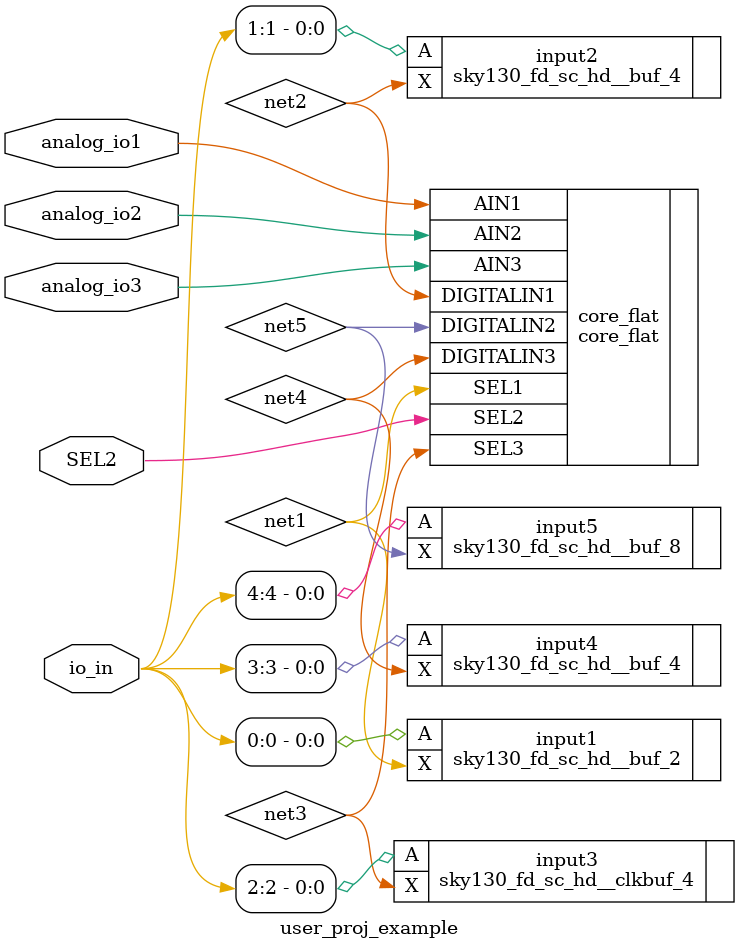
<source format=v>
module user_proj_example (SEL2,
    analog_io1,
    analog_io2,
    analog_io3,
    io_in);
 inout SEL2;
 inout analog_io1;
 inout analog_io2;
 inout analog_io3;
 input [4:0] io_in;

 wire net1;
 wire net2;
 wire net3;
 wire net4;
 wire net5;

 core_flat core_flat (.SEL1(net1),
    .DIGITALIN1(net2),
    .AIN1(analog_io1),
    .SEL3(net3),
    .DIGITALIN3(net4),
    .AIN3(analog_io3),
    .SEL2(SEL2),
    .DIGITALIN2(net5),
    .AIN2(analog_io2));
 sky130_fd_sc_hd__decap_3 PHY_0 ();
 sky130_fd_sc_hd__decap_3 PHY_1 ();
 sky130_fd_sc_hd__decap_3 PHY_2 ();
 sky130_fd_sc_hd__decap_3 PHY_3 ();
 sky130_fd_sc_hd__decap_3 PHY_4 ();
 sky130_fd_sc_hd__decap_3 PHY_5 ();
 sky130_fd_sc_hd__decap_3 PHY_6 ();
 sky130_fd_sc_hd__decap_3 PHY_7 ();
 sky130_fd_sc_hd__decap_3 PHY_8 ();
 sky130_fd_sc_hd__decap_3 PHY_9 ();
 sky130_fd_sc_hd__decap_3 PHY_10 ();
 sky130_fd_sc_hd__decap_3 PHY_11 ();
 sky130_fd_sc_hd__decap_3 PHY_12 ();
 sky130_fd_sc_hd__decap_3 PHY_13 ();
 sky130_fd_sc_hd__decap_3 PHY_14 ();
 sky130_fd_sc_hd__decap_3 PHY_15 ();
 sky130_fd_sc_hd__decap_3 PHY_16 ();
 sky130_fd_sc_hd__decap_3 PHY_17 ();
 sky130_fd_sc_hd__decap_3 PHY_18 ();
 sky130_fd_sc_hd__decap_3 PHY_19 ();
 sky130_fd_sc_hd__decap_3 PHY_20 ();
 sky130_fd_sc_hd__decap_3 PHY_21 ();
 sky130_fd_sc_hd__decap_3 PHY_22 ();
 sky130_fd_sc_hd__decap_3 PHY_23 ();
 sky130_fd_sc_hd__decap_3 PHY_24 ();
 sky130_fd_sc_hd__decap_3 PHY_25 ();
 sky130_fd_sc_hd__decap_3 PHY_26 ();
 sky130_fd_sc_hd__decap_3 PHY_27 ();
 sky130_fd_sc_hd__decap_3 PHY_28 ();
 sky130_fd_sc_hd__decap_3 PHY_29 ();
 sky130_fd_sc_hd__decap_3 PHY_30 ();
 sky130_fd_sc_hd__decap_3 PHY_31 ();
 sky130_fd_sc_hd__decap_3 PHY_32 ();
 sky130_fd_sc_hd__decap_3 PHY_33 ();
 sky130_fd_sc_hd__decap_3 PHY_34 ();
 sky130_fd_sc_hd__decap_3 PHY_35 ();
 sky130_fd_sc_hd__decap_3 PHY_36 ();
 sky130_fd_sc_hd__decap_3 PHY_37 ();
 sky130_fd_sc_hd__decap_3 PHY_38 ();
 sky130_fd_sc_hd__decap_3 PHY_39 ();
 sky130_fd_sc_hd__decap_3 PHY_40 ();
 sky130_fd_sc_hd__decap_3 PHY_41 ();
 sky130_fd_sc_hd__decap_3 PHY_42 ();
 sky130_fd_sc_hd__decap_3 PHY_43 ();
 sky130_fd_sc_hd__decap_3 PHY_44 ();
 sky130_fd_sc_hd__decap_3 PHY_45 ();
 sky130_fd_sc_hd__decap_3 PHY_46 ();
 sky130_fd_sc_hd__decap_3 PHY_47 ();
 sky130_fd_sc_hd__decap_3 PHY_48 ();
 sky130_fd_sc_hd__decap_3 PHY_49 ();
 sky130_fd_sc_hd__decap_3 PHY_50 ();
 sky130_fd_sc_hd__decap_3 PHY_51 ();
 sky130_fd_sc_hd__decap_3 PHY_52 ();
 sky130_fd_sc_hd__decap_3 PHY_53 ();
 sky130_fd_sc_hd__decap_3 PHY_54 ();
 sky130_fd_sc_hd__decap_3 PHY_55 ();
 sky130_fd_sc_hd__decap_3 PHY_56 ();
 sky130_fd_sc_hd__decap_3 PHY_57 ();
 sky130_fd_sc_hd__decap_3 PHY_58 ();
 sky130_fd_sc_hd__decap_3 PHY_59 ();
 sky130_fd_sc_hd__decap_3 PHY_60 ();
 sky130_fd_sc_hd__decap_3 PHY_61 ();
 sky130_fd_sc_hd__decap_3 PHY_62 ();
 sky130_fd_sc_hd__decap_3 PHY_63 ();
 sky130_fd_sc_hd__decap_3 PHY_64 ();
 sky130_fd_sc_hd__decap_3 PHY_65 ();
 sky130_fd_sc_hd__decap_3 PHY_66 ();
 sky130_fd_sc_hd__decap_3 PHY_67 ();
 sky130_fd_sc_hd__decap_3 PHY_68 ();
 sky130_fd_sc_hd__decap_3 PHY_69 ();
 sky130_fd_sc_hd__decap_3 PHY_70 ();
 sky130_fd_sc_hd__decap_3 PHY_71 ();
 sky130_fd_sc_hd__decap_3 PHY_72 ();
 sky130_fd_sc_hd__decap_3 PHY_73 ();
 sky130_fd_sc_hd__decap_3 PHY_74 ();
 sky130_fd_sc_hd__decap_3 PHY_75 ();
 sky130_fd_sc_hd__decap_3 PHY_76 ();
 sky130_fd_sc_hd__decap_3 PHY_77 ();
 sky130_fd_sc_hd__decap_3 PHY_78 ();
 sky130_fd_sc_hd__decap_3 PHY_79 ();
 sky130_fd_sc_hd__decap_3 PHY_80 ();
 sky130_fd_sc_hd__decap_3 PHY_81 ();
 sky130_fd_sc_hd__decap_3 PHY_82 ();
 sky130_fd_sc_hd__decap_3 PHY_83 ();
 sky130_fd_sc_hd__decap_3 PHY_84 ();
 sky130_fd_sc_hd__decap_3 PHY_85 ();
 sky130_fd_sc_hd__decap_3 PHY_86 ();
 sky130_fd_sc_hd__decap_3 PHY_87 ();
 sky130_fd_sc_hd__decap_3 PHY_88 ();
 sky130_fd_sc_hd__decap_3 PHY_89 ();
 sky130_fd_sc_hd__decap_3 PHY_90 ();
 sky130_fd_sc_hd__decap_3 PHY_91 ();
 sky130_fd_sc_hd__decap_3 PHY_92 ();
 sky130_fd_sc_hd__decap_3 PHY_93 ();
 sky130_fd_sc_hd__decap_3 PHY_94 ();
 sky130_fd_sc_hd__decap_3 PHY_95 ();
 sky130_fd_sc_hd__decap_3 PHY_96 ();
 sky130_fd_sc_hd__decap_3 PHY_97 ();
 sky130_fd_sc_hd__decap_3 PHY_98 ();
 sky130_fd_sc_hd__decap_3 PHY_99 ();
 sky130_fd_sc_hd__decap_3 PHY_100 ();
 sky130_fd_sc_hd__decap_3 PHY_101 ();
 sky130_fd_sc_hd__decap_3 PHY_102 ();
 sky130_fd_sc_hd__decap_3 PHY_103 ();
 sky130_fd_sc_hd__decap_3 PHY_104 ();
 sky130_fd_sc_hd__decap_3 PHY_105 ();
 sky130_fd_sc_hd__decap_3 PHY_106 ();
 sky130_fd_sc_hd__decap_3 PHY_107 ();
 sky130_fd_sc_hd__decap_3 PHY_108 ();
 sky130_fd_sc_hd__decap_3 PHY_109 ();
 sky130_fd_sc_hd__decap_3 PHY_110 ();
 sky130_fd_sc_hd__decap_3 PHY_111 ();
 sky130_fd_sc_hd__decap_3 PHY_112 ();
 sky130_fd_sc_hd__decap_3 PHY_113 ();
 sky130_fd_sc_hd__decap_3 PHY_114 ();
 sky130_fd_sc_hd__decap_3 PHY_115 ();
 sky130_fd_sc_hd__decap_3 PHY_116 ();
 sky130_fd_sc_hd__decap_3 PHY_117 ();
 sky130_fd_sc_hd__decap_3 PHY_118 ();
 sky130_fd_sc_hd__decap_3 PHY_119 ();
 sky130_fd_sc_hd__decap_3 PHY_120 ();
 sky130_fd_sc_hd__decap_3 PHY_121 ();
 sky130_fd_sc_hd__decap_3 PHY_122 ();
 sky130_fd_sc_hd__decap_3 PHY_123 ();
 sky130_fd_sc_hd__decap_3 PHY_124 ();
 sky130_fd_sc_hd__decap_3 PHY_125 ();
 sky130_fd_sc_hd__decap_3 PHY_126 ();
 sky130_fd_sc_hd__decap_3 PHY_127 ();
 sky130_fd_sc_hd__decap_3 PHY_128 ();
 sky130_fd_sc_hd__decap_3 PHY_129 ();
 sky130_fd_sc_hd__decap_3 PHY_130 ();
 sky130_fd_sc_hd__decap_3 PHY_131 ();
 sky130_fd_sc_hd__decap_3 PHY_132 ();
 sky130_fd_sc_hd__decap_3 PHY_133 ();
 sky130_fd_sc_hd__decap_3 PHY_134 ();
 sky130_fd_sc_hd__decap_3 PHY_135 ();
 sky130_fd_sc_hd__decap_3 PHY_136 ();
 sky130_fd_sc_hd__decap_3 PHY_137 ();
 sky130_fd_sc_hd__decap_3 PHY_138 ();
 sky130_fd_sc_hd__decap_3 PHY_139 ();
 sky130_fd_sc_hd__decap_3 PHY_140 ();
 sky130_fd_sc_hd__decap_3 PHY_141 ();
 sky130_fd_sc_hd__decap_3 PHY_142 ();
 sky130_fd_sc_hd__decap_3 PHY_143 ();
 sky130_fd_sc_hd__decap_3 PHY_144 ();
 sky130_fd_sc_hd__decap_3 PHY_145 ();
 sky130_fd_sc_hd__decap_3 PHY_146 ();
 sky130_fd_sc_hd__decap_3 PHY_147 ();
 sky130_fd_sc_hd__decap_3 PHY_148 ();
 sky130_fd_sc_hd__decap_3 PHY_149 ();
 sky130_fd_sc_hd__decap_3 PHY_150 ();
 sky130_fd_sc_hd__decap_3 PHY_151 ();
 sky130_fd_sc_hd__decap_3 PHY_152 ();
 sky130_fd_sc_hd__decap_3 PHY_153 ();
 sky130_fd_sc_hd__decap_3 PHY_154 ();
 sky130_fd_sc_hd__decap_3 PHY_155 ();
 sky130_fd_sc_hd__decap_3 PHY_156 ();
 sky130_fd_sc_hd__decap_3 PHY_157 ();
 sky130_fd_sc_hd__decap_3 PHY_158 ();
 sky130_fd_sc_hd__decap_3 PHY_159 ();
 sky130_fd_sc_hd__decap_3 PHY_160 ();
 sky130_fd_sc_hd__decap_3 PHY_161 ();
 sky130_fd_sc_hd__decap_3 PHY_162 ();
 sky130_fd_sc_hd__decap_3 PHY_163 ();
 sky130_fd_sc_hd__decap_3 PHY_164 ();
 sky130_fd_sc_hd__decap_3 PHY_165 ();
 sky130_fd_sc_hd__decap_3 PHY_166 ();
 sky130_fd_sc_hd__decap_3 PHY_167 ();
 sky130_fd_sc_hd__decap_3 PHY_168 ();
 sky130_fd_sc_hd__decap_3 PHY_169 ();
 sky130_fd_sc_hd__decap_3 PHY_170 ();
 sky130_fd_sc_hd__decap_3 PHY_171 ();
 sky130_fd_sc_hd__decap_3 PHY_172 ();
 sky130_fd_sc_hd__decap_3 PHY_173 ();
 sky130_fd_sc_hd__decap_3 PHY_174 ();
 sky130_fd_sc_hd__decap_3 PHY_175 ();
 sky130_fd_sc_hd__decap_3 PHY_176 ();
 sky130_fd_sc_hd__decap_3 PHY_177 ();
 sky130_fd_sc_hd__decap_3 PHY_178 ();
 sky130_fd_sc_hd__decap_3 PHY_179 ();
 sky130_fd_sc_hd__decap_3 PHY_180 ();
 sky130_fd_sc_hd__decap_3 PHY_181 ();
 sky130_fd_sc_hd__decap_3 PHY_182 ();
 sky130_fd_sc_hd__decap_3 PHY_183 ();
 sky130_fd_sc_hd__decap_3 PHY_184 ();
 sky130_fd_sc_hd__decap_3 PHY_185 ();
 sky130_fd_sc_hd__decap_3 PHY_186 ();
 sky130_fd_sc_hd__decap_3 PHY_187 ();
 sky130_fd_sc_hd__decap_3 PHY_188 ();
 sky130_fd_sc_hd__decap_3 PHY_189 ();
 sky130_fd_sc_hd__decap_3 PHY_190 ();
 sky130_fd_sc_hd__decap_3 PHY_191 ();
 sky130_fd_sc_hd__decap_3 PHY_192 ();
 sky130_fd_sc_hd__decap_3 PHY_193 ();
 sky130_fd_sc_hd__decap_3 PHY_194 ();
 sky130_fd_sc_hd__decap_3 PHY_195 ();
 sky130_fd_sc_hd__decap_3 PHY_196 ();
 sky130_fd_sc_hd__decap_3 PHY_197 ();
 sky130_fd_sc_hd__decap_3 PHY_198 ();
 sky130_fd_sc_hd__decap_3 PHY_199 ();
 sky130_fd_sc_hd__decap_3 PHY_200 ();
 sky130_fd_sc_hd__decap_3 PHY_201 ();
 sky130_fd_sc_hd__decap_3 PHY_202 ();
 sky130_fd_sc_hd__decap_3 PHY_203 ();
 sky130_fd_sc_hd__decap_3 PHY_204 ();
 sky130_fd_sc_hd__decap_3 PHY_205 ();
 sky130_fd_sc_hd__decap_3 PHY_206 ();
 sky130_fd_sc_hd__decap_3 PHY_207 ();
 sky130_fd_sc_hd__decap_3 PHY_208 ();
 sky130_fd_sc_hd__decap_3 PHY_209 ();
 sky130_fd_sc_hd__decap_3 PHY_210 ();
 sky130_fd_sc_hd__decap_3 PHY_211 ();
 sky130_fd_sc_hd__decap_3 PHY_212 ();
 sky130_fd_sc_hd__decap_3 PHY_213 ();
 sky130_fd_sc_hd__decap_3 PHY_214 ();
 sky130_fd_sc_hd__decap_3 PHY_215 ();
 sky130_fd_sc_hd__decap_3 PHY_216 ();
 sky130_fd_sc_hd__decap_3 PHY_217 ();
 sky130_fd_sc_hd__decap_3 PHY_218 ();
 sky130_fd_sc_hd__decap_3 PHY_219 ();
 sky130_fd_sc_hd__decap_3 PHY_220 ();
 sky130_fd_sc_hd__decap_3 PHY_221 ();
 sky130_fd_sc_hd__decap_3 PHY_222 ();
 sky130_fd_sc_hd__decap_3 PHY_223 ();
 sky130_fd_sc_hd__decap_3 PHY_224 ();
 sky130_fd_sc_hd__decap_3 PHY_225 ();
 sky130_fd_sc_hd__decap_3 PHY_226 ();
 sky130_fd_sc_hd__decap_3 PHY_227 ();
 sky130_fd_sc_hd__decap_3 PHY_228 ();
 sky130_fd_sc_hd__decap_3 PHY_229 ();
 sky130_fd_sc_hd__decap_3 PHY_230 ();
 sky130_fd_sc_hd__decap_3 PHY_231 ();
 sky130_fd_sc_hd__decap_3 PHY_232 ();
 sky130_fd_sc_hd__decap_3 PHY_233 ();
 sky130_fd_sc_hd__decap_3 PHY_234 ();
 sky130_fd_sc_hd__decap_3 PHY_235 ();
 sky130_fd_sc_hd__decap_3 PHY_236 ();
 sky130_fd_sc_hd__decap_3 PHY_237 ();
 sky130_fd_sc_hd__decap_3 PHY_238 ();
 sky130_fd_sc_hd__decap_3 PHY_239 ();
 sky130_fd_sc_hd__decap_3 PHY_240 ();
 sky130_fd_sc_hd__decap_3 PHY_241 ();
 sky130_fd_sc_hd__decap_3 PHY_242 ();
 sky130_fd_sc_hd__decap_3 PHY_243 ();
 sky130_fd_sc_hd__decap_3 PHY_244 ();
 sky130_fd_sc_hd__decap_3 PHY_245 ();
 sky130_fd_sc_hd__decap_3 PHY_246 ();
 sky130_fd_sc_hd__decap_3 PHY_247 ();
 sky130_fd_sc_hd__decap_3 PHY_248 ();
 sky130_fd_sc_hd__decap_3 PHY_249 ();
 sky130_fd_sc_hd__decap_3 PHY_250 ();
 sky130_fd_sc_hd__decap_3 PHY_251 ();
 sky130_fd_sc_hd__decap_3 PHY_252 ();
 sky130_fd_sc_hd__decap_3 PHY_253 ();
 sky130_fd_sc_hd__decap_3 PHY_254 ();
 sky130_fd_sc_hd__decap_3 PHY_255 ();
 sky130_fd_sc_hd__decap_3 PHY_256 ();
 sky130_fd_sc_hd__decap_3 PHY_257 ();
 sky130_fd_sc_hd__decap_3 PHY_258 ();
 sky130_fd_sc_hd__decap_3 PHY_259 ();
 sky130_fd_sc_hd__decap_3 PHY_260 ();
 sky130_fd_sc_hd__decap_3 PHY_261 ();
 sky130_fd_sc_hd__decap_3 PHY_262 ();
 sky130_fd_sc_hd__decap_3 PHY_263 ();
 sky130_fd_sc_hd__decap_3 PHY_264 ();
 sky130_fd_sc_hd__decap_3 PHY_265 ();
 sky130_fd_sc_hd__decap_3 PHY_266 ();
 sky130_fd_sc_hd__decap_3 PHY_267 ();
 sky130_fd_sc_hd__decap_3 PHY_268 ();
 sky130_fd_sc_hd__decap_3 PHY_269 ();
 sky130_fd_sc_hd__decap_3 PHY_270 ();
 sky130_fd_sc_hd__decap_3 PHY_271 ();
 sky130_fd_sc_hd__decap_3 PHY_272 ();
 sky130_fd_sc_hd__decap_3 PHY_273 ();
 sky130_fd_sc_hd__decap_3 PHY_274 ();
 sky130_fd_sc_hd__decap_3 PHY_275 ();
 sky130_fd_sc_hd__decap_3 PHY_276 ();
 sky130_fd_sc_hd__decap_3 PHY_277 ();
 sky130_fd_sc_hd__decap_3 PHY_278 ();
 sky130_fd_sc_hd__decap_3 PHY_279 ();
 sky130_fd_sc_hd__decap_3 PHY_280 ();
 sky130_fd_sc_hd__decap_3 PHY_281 ();
 sky130_fd_sc_hd__decap_3 PHY_282 ();
 sky130_fd_sc_hd__decap_3 PHY_283 ();
 sky130_fd_sc_hd__decap_3 PHY_284 ();
 sky130_fd_sc_hd__decap_3 PHY_285 ();
 sky130_fd_sc_hd__decap_3 PHY_286 ();
 sky130_fd_sc_hd__decap_3 PHY_287 ();
 sky130_fd_sc_hd__decap_3 PHY_288 ();
 sky130_fd_sc_hd__decap_3 PHY_289 ();
 sky130_fd_sc_hd__decap_3 PHY_290 ();
 sky130_fd_sc_hd__decap_3 PHY_291 ();
 sky130_fd_sc_hd__decap_3 PHY_292 ();
 sky130_fd_sc_hd__decap_3 PHY_293 ();
 sky130_fd_sc_hd__decap_3 PHY_294 ();
 sky130_fd_sc_hd__decap_3 PHY_295 ();
 sky130_fd_sc_hd__decap_3 PHY_296 ();
 sky130_fd_sc_hd__decap_3 PHY_297 ();
 sky130_fd_sc_hd__decap_3 PHY_298 ();
 sky130_fd_sc_hd__decap_3 PHY_299 ();
 sky130_fd_sc_hd__decap_3 PHY_300 ();
 sky130_fd_sc_hd__decap_3 PHY_301 ();
 sky130_fd_sc_hd__decap_3 PHY_302 ();
 sky130_fd_sc_hd__decap_3 PHY_303 ();
 sky130_fd_sc_hd__decap_3 PHY_304 ();
 sky130_fd_sc_hd__decap_3 PHY_305 ();
 sky130_fd_sc_hd__decap_3 PHY_306 ();
 sky130_fd_sc_hd__decap_3 PHY_307 ();
 sky130_fd_sc_hd__decap_3 PHY_308 ();
 sky130_fd_sc_hd__decap_3 PHY_309 ();
 sky130_fd_sc_hd__decap_3 PHY_310 ();
 sky130_fd_sc_hd__decap_3 PHY_311 ();
 sky130_fd_sc_hd__decap_3 PHY_312 ();
 sky130_fd_sc_hd__decap_3 PHY_313 ();
 sky130_fd_sc_hd__decap_3 PHY_314 ();
 sky130_fd_sc_hd__decap_3 PHY_315 ();
 sky130_fd_sc_hd__decap_3 PHY_316 ();
 sky130_fd_sc_hd__decap_3 PHY_317 ();
 sky130_fd_sc_hd__decap_3 PHY_318 ();
 sky130_fd_sc_hd__decap_3 PHY_319 ();
 sky130_fd_sc_hd__decap_3 PHY_320 ();
 sky130_fd_sc_hd__decap_3 PHY_321 ();
 sky130_fd_sc_hd__decap_3 PHY_322 ();
 sky130_fd_sc_hd__decap_3 PHY_323 ();
 sky130_fd_sc_hd__decap_3 PHY_324 ();
 sky130_fd_sc_hd__decap_3 PHY_325 ();
 sky130_fd_sc_hd__decap_3 PHY_326 ();
 sky130_fd_sc_hd__decap_3 PHY_327 ();
 sky130_fd_sc_hd__decap_3 PHY_328 ();
 sky130_fd_sc_hd__decap_3 PHY_329 ();
 sky130_fd_sc_hd__decap_3 PHY_330 ();
 sky130_fd_sc_hd__decap_3 PHY_331 ();
 sky130_fd_sc_hd__decap_3 PHY_332 ();
 sky130_fd_sc_hd__decap_3 PHY_333 ();
 sky130_fd_sc_hd__decap_3 PHY_334 ();
 sky130_fd_sc_hd__decap_3 PHY_335 ();
 sky130_fd_sc_hd__decap_3 PHY_336 ();
 sky130_fd_sc_hd__decap_3 PHY_337 ();
 sky130_fd_sc_hd__decap_3 PHY_338 ();
 sky130_fd_sc_hd__decap_3 PHY_339 ();
 sky130_fd_sc_hd__decap_3 PHY_340 ();
 sky130_fd_sc_hd__decap_3 PHY_341 ();
 sky130_fd_sc_hd__decap_3 PHY_342 ();
 sky130_fd_sc_hd__decap_3 PHY_343 ();
 sky130_fd_sc_hd__decap_3 PHY_344 ();
 sky130_fd_sc_hd__decap_3 PHY_345 ();
 sky130_fd_sc_hd__decap_3 PHY_346 ();
 sky130_fd_sc_hd__decap_3 PHY_347 ();
 sky130_fd_sc_hd__decap_3 PHY_348 ();
 sky130_fd_sc_hd__decap_3 PHY_349 ();
 sky130_fd_sc_hd__decap_3 PHY_350 ();
 sky130_fd_sc_hd__decap_3 PHY_351 ();
 sky130_fd_sc_hd__decap_3 PHY_352 ();
 sky130_fd_sc_hd__decap_3 PHY_353 ();
 sky130_fd_sc_hd__decap_3 PHY_354 ();
 sky130_fd_sc_hd__decap_3 PHY_355 ();
 sky130_fd_sc_hd__decap_3 PHY_356 ();
 sky130_fd_sc_hd__decap_3 PHY_357 ();
 sky130_fd_sc_hd__decap_3 PHY_358 ();
 sky130_fd_sc_hd__decap_3 PHY_359 ();
 sky130_fd_sc_hd__decap_3 PHY_360 ();
 sky130_fd_sc_hd__decap_3 PHY_361 ();
 sky130_fd_sc_hd__decap_3 PHY_362 ();
 sky130_fd_sc_hd__decap_3 PHY_363 ();
 sky130_fd_sc_hd__decap_3 PHY_364 ();
 sky130_fd_sc_hd__decap_3 PHY_365 ();
 sky130_fd_sc_hd__decap_3 PHY_366 ();
 sky130_fd_sc_hd__decap_3 PHY_367 ();
 sky130_fd_sc_hd__decap_3 PHY_368 ();
 sky130_fd_sc_hd__decap_3 PHY_369 ();
 sky130_fd_sc_hd__decap_3 PHY_370 ();
 sky130_fd_sc_hd__decap_3 PHY_371 ();
 sky130_fd_sc_hd__decap_3 PHY_372 ();
 sky130_fd_sc_hd__decap_3 PHY_373 ();
 sky130_fd_sc_hd__decap_3 PHY_374 ();
 sky130_fd_sc_hd__decap_3 PHY_375 ();
 sky130_fd_sc_hd__decap_3 PHY_376 ();
 sky130_fd_sc_hd__decap_3 PHY_377 ();
 sky130_fd_sc_hd__decap_3 PHY_378 ();
 sky130_fd_sc_hd__decap_3 PHY_379 ();
 sky130_fd_sc_hd__decap_3 PHY_380 ();
 sky130_fd_sc_hd__decap_3 PHY_381 ();
 sky130_fd_sc_hd__decap_3 PHY_382 ();
 sky130_fd_sc_hd__decap_3 PHY_383 ();
 sky130_fd_sc_hd__decap_3 PHY_384 ();
 sky130_fd_sc_hd__decap_3 PHY_385 ();
 sky130_fd_sc_hd__decap_3 PHY_386 ();
 sky130_fd_sc_hd__decap_3 PHY_387 ();
 sky130_fd_sc_hd__decap_3 PHY_388 ();
 sky130_fd_sc_hd__decap_3 PHY_389 ();
 sky130_fd_sc_hd__decap_3 PHY_390 ();
 sky130_fd_sc_hd__decap_3 PHY_391 ();
 sky130_fd_sc_hd__decap_3 PHY_392 ();
 sky130_fd_sc_hd__decap_3 PHY_393 ();
 sky130_fd_sc_hd__decap_3 PHY_394 ();
 sky130_fd_sc_hd__decap_3 PHY_395 ();
 sky130_fd_sc_hd__decap_3 PHY_396 ();
 sky130_fd_sc_hd__decap_3 PHY_397 ();
 sky130_fd_sc_hd__decap_3 PHY_398 ();
 sky130_fd_sc_hd__decap_3 PHY_399 ();
 sky130_fd_sc_hd__decap_3 PHY_400 ();
 sky130_fd_sc_hd__decap_3 PHY_401 ();
 sky130_fd_sc_hd__decap_3 PHY_402 ();
 sky130_fd_sc_hd__decap_3 PHY_403 ();
 sky130_fd_sc_hd__decap_3 PHY_404 ();
 sky130_fd_sc_hd__decap_3 PHY_405 ();
 sky130_fd_sc_hd__decap_3 PHY_406 ();
 sky130_fd_sc_hd__decap_3 PHY_407 ();
 sky130_fd_sc_hd__decap_3 PHY_408 ();
 sky130_fd_sc_hd__decap_3 PHY_409 ();
 sky130_fd_sc_hd__decap_3 PHY_410 ();
 sky130_fd_sc_hd__decap_3 PHY_411 ();
 sky130_fd_sc_hd__decap_3 PHY_412 ();
 sky130_fd_sc_hd__decap_3 PHY_413 ();
 sky130_fd_sc_hd__decap_3 PHY_414 ();
 sky130_fd_sc_hd__decap_3 PHY_415 ();
 sky130_fd_sc_hd__decap_3 PHY_416 ();
 sky130_fd_sc_hd__decap_3 PHY_417 ();
 sky130_fd_sc_hd__decap_3 PHY_418 ();
 sky130_fd_sc_hd__decap_3 PHY_419 ();
 sky130_fd_sc_hd__decap_3 PHY_420 ();
 sky130_fd_sc_hd__decap_3 PHY_421 ();
 sky130_fd_sc_hd__decap_3 PHY_422 ();
 sky130_fd_sc_hd__decap_3 PHY_423 ();
 sky130_fd_sc_hd__decap_3 PHY_424 ();
 sky130_fd_sc_hd__decap_3 PHY_425 ();
 sky130_fd_sc_hd__decap_3 PHY_426 ();
 sky130_fd_sc_hd__decap_3 PHY_427 ();
 sky130_fd_sc_hd__decap_3 PHY_428 ();
 sky130_fd_sc_hd__decap_3 PHY_429 ();
 sky130_fd_sc_hd__decap_3 PHY_430 ();
 sky130_fd_sc_hd__decap_3 PHY_431 ();
 sky130_fd_sc_hd__decap_3 PHY_432 ();
 sky130_fd_sc_hd__decap_3 PHY_433 ();
 sky130_fd_sc_hd__decap_3 PHY_434 ();
 sky130_fd_sc_hd__decap_3 PHY_435 ();
 sky130_fd_sc_hd__decap_3 PHY_436 ();
 sky130_fd_sc_hd__decap_3 PHY_437 ();
 sky130_fd_sc_hd__decap_3 PHY_438 ();
 sky130_fd_sc_hd__decap_3 PHY_439 ();
 sky130_fd_sc_hd__decap_3 PHY_440 ();
 sky130_fd_sc_hd__decap_3 PHY_441 ();
 sky130_fd_sc_hd__decap_3 PHY_442 ();
 sky130_fd_sc_hd__decap_3 PHY_443 ();
 sky130_fd_sc_hd__decap_3 PHY_444 ();
 sky130_fd_sc_hd__decap_3 PHY_445 ();
 sky130_fd_sc_hd__decap_3 PHY_446 ();
 sky130_fd_sc_hd__decap_3 PHY_447 ();
 sky130_fd_sc_hd__decap_3 PHY_448 ();
 sky130_fd_sc_hd__decap_3 PHY_449 ();
 sky130_fd_sc_hd__decap_3 PHY_450 ();
 sky130_fd_sc_hd__decap_3 PHY_451 ();
 sky130_fd_sc_hd__decap_3 PHY_452 ();
 sky130_fd_sc_hd__decap_3 PHY_453 ();
 sky130_fd_sc_hd__decap_3 PHY_454 ();
 sky130_fd_sc_hd__decap_3 PHY_455 ();
 sky130_fd_sc_hd__decap_3 PHY_456 ();
 sky130_fd_sc_hd__decap_3 PHY_457 ();
 sky130_fd_sc_hd__decap_3 PHY_458 ();
 sky130_fd_sc_hd__decap_3 PHY_459 ();
 sky130_fd_sc_hd__decap_3 PHY_460 ();
 sky130_fd_sc_hd__decap_3 PHY_461 ();
 sky130_fd_sc_hd__decap_3 PHY_462 ();
 sky130_fd_sc_hd__decap_3 PHY_463 ();
 sky130_fd_sc_hd__decap_3 PHY_464 ();
 sky130_fd_sc_hd__decap_3 PHY_465 ();
 sky130_fd_sc_hd__decap_3 PHY_466 ();
 sky130_fd_sc_hd__decap_3 PHY_467 ();
 sky130_fd_sc_hd__decap_3 PHY_468 ();
 sky130_fd_sc_hd__decap_3 PHY_469 ();
 sky130_fd_sc_hd__decap_3 PHY_470 ();
 sky130_fd_sc_hd__decap_3 PHY_471 ();
 sky130_fd_sc_hd__decap_3 PHY_472 ();
 sky130_fd_sc_hd__decap_3 PHY_473 ();
 sky130_fd_sc_hd__decap_3 PHY_474 ();
 sky130_fd_sc_hd__decap_3 PHY_475 ();
 sky130_fd_sc_hd__decap_3 PHY_476 ();
 sky130_fd_sc_hd__decap_3 PHY_477 ();
 sky130_fd_sc_hd__decap_3 PHY_478 ();
 sky130_fd_sc_hd__decap_3 PHY_479 ();
 sky130_fd_sc_hd__decap_3 PHY_480 ();
 sky130_fd_sc_hd__decap_3 PHY_481 ();
 sky130_fd_sc_hd__decap_3 PHY_482 ();
 sky130_fd_sc_hd__decap_3 PHY_483 ();
 sky130_fd_sc_hd__decap_3 PHY_484 ();
 sky130_fd_sc_hd__decap_3 PHY_485 ();
 sky130_fd_sc_hd__decap_3 PHY_486 ();
 sky130_fd_sc_hd__decap_3 PHY_487 ();
 sky130_fd_sc_hd__decap_3 PHY_488 ();
 sky130_fd_sc_hd__decap_3 PHY_489 ();
 sky130_fd_sc_hd__decap_3 PHY_490 ();
 sky130_fd_sc_hd__decap_3 PHY_491 ();
 sky130_fd_sc_hd__decap_3 PHY_492 ();
 sky130_fd_sc_hd__decap_3 PHY_493 ();
 sky130_fd_sc_hd__decap_3 PHY_494 ();
 sky130_fd_sc_hd__decap_3 PHY_495 ();
 sky130_fd_sc_hd__decap_3 PHY_496 ();
 sky130_fd_sc_hd__decap_3 PHY_497 ();
 sky130_fd_sc_hd__decap_3 PHY_498 ();
 sky130_fd_sc_hd__decap_3 PHY_499 ();
 sky130_fd_sc_hd__decap_3 PHY_500 ();
 sky130_fd_sc_hd__decap_3 PHY_501 ();
 sky130_fd_sc_hd__decap_3 PHY_502 ();
 sky130_fd_sc_hd__decap_3 PHY_503 ();
 sky130_fd_sc_hd__decap_3 PHY_504 ();
 sky130_fd_sc_hd__decap_3 PHY_505 ();
 sky130_fd_sc_hd__decap_3 PHY_506 ();
 sky130_fd_sc_hd__decap_3 PHY_507 ();
 sky130_fd_sc_hd__decap_3 PHY_508 ();
 sky130_fd_sc_hd__decap_3 PHY_509 ();
 sky130_fd_sc_hd__decap_3 PHY_510 ();
 sky130_fd_sc_hd__decap_3 PHY_511 ();
 sky130_fd_sc_hd__decap_3 PHY_512 ();
 sky130_fd_sc_hd__decap_3 PHY_513 ();
 sky130_fd_sc_hd__decap_3 PHY_514 ();
 sky130_fd_sc_hd__decap_3 PHY_515 ();
 sky130_fd_sc_hd__decap_3 PHY_516 ();
 sky130_fd_sc_hd__decap_3 PHY_517 ();
 sky130_fd_sc_hd__decap_3 PHY_518 ();
 sky130_fd_sc_hd__decap_3 PHY_519 ();
 sky130_fd_sc_hd__decap_3 PHY_520 ();
 sky130_fd_sc_hd__decap_3 PHY_521 ();
 sky130_fd_sc_hd__decap_3 PHY_522 ();
 sky130_fd_sc_hd__decap_3 PHY_523 ();
 sky130_fd_sc_hd__decap_3 PHY_524 ();
 sky130_fd_sc_hd__decap_3 PHY_525 ();
 sky130_fd_sc_hd__decap_3 PHY_526 ();
 sky130_fd_sc_hd__decap_3 PHY_527 ();
 sky130_fd_sc_hd__decap_3 PHY_528 ();
 sky130_fd_sc_hd__decap_3 PHY_529 ();
 sky130_fd_sc_hd__decap_3 PHY_530 ();
 sky130_fd_sc_hd__decap_3 PHY_531 ();
 sky130_fd_sc_hd__decap_3 PHY_532 ();
 sky130_fd_sc_hd__decap_3 PHY_533 ();
 sky130_fd_sc_hd__decap_3 PHY_534 ();
 sky130_fd_sc_hd__decap_3 PHY_535 ();
 sky130_fd_sc_hd__decap_3 PHY_536 ();
 sky130_fd_sc_hd__decap_3 PHY_537 ();
 sky130_fd_sc_hd__decap_3 PHY_538 ();
 sky130_fd_sc_hd__decap_3 PHY_539 ();
 sky130_fd_sc_hd__decap_3 PHY_540 ();
 sky130_fd_sc_hd__decap_3 PHY_541 ();
 sky130_fd_sc_hd__decap_3 PHY_542 ();
 sky130_fd_sc_hd__decap_3 PHY_543 ();
 sky130_fd_sc_hd__decap_3 PHY_544 ();
 sky130_fd_sc_hd__decap_3 PHY_545 ();
 sky130_fd_sc_hd__decap_3 PHY_546 ();
 sky130_fd_sc_hd__decap_3 PHY_547 ();
 sky130_fd_sc_hd__decap_3 PHY_548 ();
 sky130_fd_sc_hd__decap_3 PHY_549 ();
 sky130_fd_sc_hd__decap_3 PHY_550 ();
 sky130_fd_sc_hd__decap_3 PHY_551 ();
 sky130_fd_sc_hd__decap_3 PHY_552 ();
 sky130_fd_sc_hd__decap_3 PHY_553 ();
 sky130_fd_sc_hd__decap_3 PHY_554 ();
 sky130_fd_sc_hd__decap_3 PHY_555 ();
 sky130_fd_sc_hd__decap_3 PHY_556 ();
 sky130_fd_sc_hd__decap_3 PHY_557 ();
 sky130_fd_sc_hd__decap_3 PHY_558 ();
 sky130_fd_sc_hd__decap_3 PHY_559 ();
 sky130_fd_sc_hd__decap_3 PHY_560 ();
 sky130_fd_sc_hd__decap_3 PHY_561 ();
 sky130_fd_sc_hd__decap_3 PHY_562 ();
 sky130_fd_sc_hd__decap_3 PHY_563 ();
 sky130_fd_sc_hd__decap_3 PHY_564 ();
 sky130_fd_sc_hd__decap_3 PHY_565 ();
 sky130_fd_sc_hd__decap_3 PHY_566 ();
 sky130_fd_sc_hd__decap_3 PHY_567 ();
 sky130_fd_sc_hd__decap_3 PHY_568 ();
 sky130_fd_sc_hd__decap_3 PHY_569 ();
 sky130_fd_sc_hd__decap_3 PHY_570 ();
 sky130_fd_sc_hd__decap_3 PHY_571 ();
 sky130_fd_sc_hd__decap_3 PHY_572 ();
 sky130_fd_sc_hd__decap_3 PHY_573 ();
 sky130_fd_sc_hd__decap_3 PHY_574 ();
 sky130_fd_sc_hd__decap_3 PHY_575 ();
 sky130_fd_sc_hd__decap_3 PHY_576 ();
 sky130_fd_sc_hd__decap_3 PHY_577 ();
 sky130_fd_sc_hd__decap_3 PHY_578 ();
 sky130_fd_sc_hd__decap_3 PHY_579 ();
 sky130_fd_sc_hd__decap_3 PHY_580 ();
 sky130_fd_sc_hd__decap_3 PHY_581 ();
 sky130_fd_sc_hd__decap_3 PHY_582 ();
 sky130_fd_sc_hd__decap_3 PHY_583 ();
 sky130_fd_sc_hd__decap_3 PHY_584 ();
 sky130_fd_sc_hd__decap_3 PHY_585 ();
 sky130_fd_sc_hd__decap_3 PHY_586 ();
 sky130_fd_sc_hd__decap_3 PHY_587 ();
 sky130_fd_sc_hd__decap_3 PHY_588 ();
 sky130_fd_sc_hd__decap_3 PHY_589 ();
 sky130_fd_sc_hd__decap_3 PHY_590 ();
 sky130_fd_sc_hd__decap_3 PHY_591 ();
 sky130_fd_sc_hd__decap_3 PHY_592 ();
 sky130_fd_sc_hd__decap_3 PHY_593 ();
 sky130_fd_sc_hd__decap_3 PHY_594 ();
 sky130_fd_sc_hd__decap_3 PHY_595 ();
 sky130_fd_sc_hd__decap_3 PHY_596 ();
 sky130_fd_sc_hd__decap_3 PHY_597 ();
 sky130_fd_sc_hd__decap_3 PHY_598 ();
 sky130_fd_sc_hd__decap_3 PHY_599 ();
 sky130_fd_sc_hd__decap_3 PHY_600 ();
 sky130_fd_sc_hd__decap_3 PHY_601 ();
 sky130_fd_sc_hd__decap_3 PHY_602 ();
 sky130_fd_sc_hd__decap_3 PHY_603 ();
 sky130_fd_sc_hd__decap_3 PHY_604 ();
 sky130_fd_sc_hd__decap_3 PHY_605 ();
 sky130_fd_sc_hd__decap_3 PHY_606 ();
 sky130_fd_sc_hd__decap_3 PHY_607 ();
 sky130_fd_sc_hd__decap_3 PHY_608 ();
 sky130_fd_sc_hd__decap_3 PHY_609 ();
 sky130_fd_sc_hd__decap_3 PHY_610 ();
 sky130_fd_sc_hd__decap_3 PHY_611 ();
 sky130_fd_sc_hd__decap_3 PHY_612 ();
 sky130_fd_sc_hd__decap_3 PHY_613 ();
 sky130_fd_sc_hd__decap_3 PHY_614 ();
 sky130_fd_sc_hd__decap_3 PHY_615 ();
 sky130_fd_sc_hd__decap_3 PHY_616 ();
 sky130_fd_sc_hd__decap_3 PHY_617 ();
 sky130_fd_sc_hd__decap_3 PHY_618 ();
 sky130_fd_sc_hd__decap_3 PHY_619 ();
 sky130_fd_sc_hd__decap_3 PHY_620 ();
 sky130_fd_sc_hd__decap_3 PHY_621 ();
 sky130_fd_sc_hd__decap_3 PHY_622 ();
 sky130_fd_sc_hd__decap_3 PHY_623 ();
 sky130_fd_sc_hd__decap_3 PHY_624 ();
 sky130_fd_sc_hd__decap_3 PHY_625 ();
 sky130_fd_sc_hd__decap_3 PHY_626 ();
 sky130_fd_sc_hd__decap_3 PHY_627 ();
 sky130_fd_sc_hd__decap_3 PHY_628 ();
 sky130_fd_sc_hd__decap_3 PHY_629 ();
 sky130_fd_sc_hd__decap_3 PHY_630 ();
 sky130_fd_sc_hd__decap_3 PHY_631 ();
 sky130_fd_sc_hd__decap_3 PHY_632 ();
 sky130_fd_sc_hd__decap_3 PHY_633 ();
 sky130_fd_sc_hd__decap_3 PHY_634 ();
 sky130_fd_sc_hd__decap_3 PHY_635 ();
 sky130_fd_sc_hd__decap_3 PHY_636 ();
 sky130_fd_sc_hd__decap_3 PHY_637 ();
 sky130_fd_sc_hd__decap_3 PHY_638 ();
 sky130_fd_sc_hd__decap_3 PHY_639 ();
 sky130_fd_sc_hd__decap_3 PHY_640 ();
 sky130_fd_sc_hd__decap_3 PHY_641 ();
 sky130_fd_sc_hd__decap_3 PHY_642 ();
 sky130_fd_sc_hd__decap_3 PHY_643 ();
 sky130_fd_sc_hd__decap_3 PHY_644 ();
 sky130_fd_sc_hd__decap_3 PHY_645 ();
 sky130_fd_sc_hd__decap_3 PHY_646 ();
 sky130_fd_sc_hd__decap_3 PHY_647 ();
 sky130_fd_sc_hd__decap_3 PHY_648 ();
 sky130_fd_sc_hd__decap_3 PHY_649 ();
 sky130_fd_sc_hd__decap_3 PHY_650 ();
 sky130_fd_sc_hd__decap_3 PHY_651 ();
 sky130_fd_sc_hd__decap_3 PHY_652 ();
 sky130_fd_sc_hd__decap_3 PHY_653 ();
 sky130_fd_sc_hd__decap_3 PHY_654 ();
 sky130_fd_sc_hd__decap_3 PHY_655 ();
 sky130_fd_sc_hd__decap_3 PHY_656 ();
 sky130_fd_sc_hd__decap_3 PHY_657 ();
 sky130_fd_sc_hd__decap_3 PHY_658 ();
 sky130_fd_sc_hd__decap_3 PHY_659 ();
 sky130_fd_sc_hd__decap_3 PHY_660 ();
 sky130_fd_sc_hd__decap_3 PHY_661 ();
 sky130_fd_sc_hd__decap_3 PHY_662 ();
 sky130_fd_sc_hd__decap_3 PHY_663 ();
 sky130_fd_sc_hd__decap_3 PHY_664 ();
 sky130_fd_sc_hd__decap_3 PHY_665 ();
 sky130_fd_sc_hd__decap_3 PHY_666 ();
 sky130_fd_sc_hd__decap_3 PHY_667 ();
 sky130_fd_sc_hd__decap_3 PHY_668 ();
 sky130_fd_sc_hd__decap_3 PHY_669 ();
 sky130_fd_sc_hd__decap_3 PHY_670 ();
 sky130_fd_sc_hd__decap_3 PHY_671 ();
 sky130_fd_sc_hd__decap_3 PHY_672 ();
 sky130_fd_sc_hd__decap_3 PHY_673 ();
 sky130_fd_sc_hd__decap_3 PHY_674 ();
 sky130_fd_sc_hd__decap_3 PHY_675 ();
 sky130_fd_sc_hd__decap_3 PHY_676 ();
 sky130_fd_sc_hd__decap_3 PHY_677 ();
 sky130_fd_sc_hd__decap_3 PHY_678 ();
 sky130_fd_sc_hd__decap_3 PHY_679 ();
 sky130_fd_sc_hd__decap_3 PHY_680 ();
 sky130_fd_sc_hd__decap_3 PHY_681 ();
 sky130_fd_sc_hd__decap_3 PHY_682 ();
 sky130_fd_sc_hd__decap_3 PHY_683 ();
 sky130_fd_sc_hd__decap_3 PHY_684 ();
 sky130_fd_sc_hd__decap_3 PHY_685 ();
 sky130_fd_sc_hd__decap_3 PHY_686 ();
 sky130_fd_sc_hd__decap_3 PHY_687 ();
 sky130_fd_sc_hd__decap_3 PHY_688 ();
 sky130_fd_sc_hd__decap_3 PHY_689 ();
 sky130_fd_sc_hd__decap_3 PHY_690 ();
 sky130_fd_sc_hd__decap_3 PHY_691 ();
 sky130_fd_sc_hd__decap_3 PHY_692 ();
 sky130_fd_sc_hd__decap_3 PHY_693 ();
 sky130_fd_sc_hd__decap_3 PHY_694 ();
 sky130_fd_sc_hd__decap_3 PHY_695 ();
 sky130_fd_sc_hd__decap_3 PHY_696 ();
 sky130_fd_sc_hd__decap_3 PHY_697 ();
 sky130_fd_sc_hd__decap_3 PHY_698 ();
 sky130_fd_sc_hd__decap_3 PHY_699 ();
 sky130_fd_sc_hd__decap_3 PHY_700 ();
 sky130_fd_sc_hd__decap_3 PHY_701 ();
 sky130_fd_sc_hd__decap_3 PHY_702 ();
 sky130_fd_sc_hd__decap_3 PHY_703 ();
 sky130_fd_sc_hd__decap_3 PHY_704 ();
 sky130_fd_sc_hd__decap_3 PHY_705 ();
 sky130_fd_sc_hd__decap_3 PHY_706 ();
 sky130_fd_sc_hd__decap_3 PHY_707 ();
 sky130_fd_sc_hd__decap_3 PHY_708 ();
 sky130_fd_sc_hd__decap_3 PHY_709 ();
 sky130_fd_sc_hd__decap_3 PHY_710 ();
 sky130_fd_sc_hd__decap_3 PHY_711 ();
 sky130_fd_sc_hd__decap_3 PHY_712 ();
 sky130_fd_sc_hd__decap_3 PHY_713 ();
 sky130_fd_sc_hd__decap_3 PHY_714 ();
 sky130_fd_sc_hd__decap_3 PHY_715 ();
 sky130_fd_sc_hd__decap_3 PHY_716 ();
 sky130_fd_sc_hd__decap_3 PHY_717 ();
 sky130_fd_sc_hd__decap_3 PHY_718 ();
 sky130_fd_sc_hd__decap_3 PHY_719 ();
 sky130_fd_sc_hd__decap_3 PHY_720 ();
 sky130_fd_sc_hd__decap_3 PHY_721 ();
 sky130_fd_sc_hd__decap_3 PHY_722 ();
 sky130_fd_sc_hd__decap_3 PHY_723 ();
 sky130_fd_sc_hd__decap_3 PHY_724 ();
 sky130_fd_sc_hd__decap_3 PHY_725 ();
 sky130_fd_sc_hd__decap_3 PHY_726 ();
 sky130_fd_sc_hd__decap_3 PHY_727 ();
 sky130_fd_sc_hd__decap_3 PHY_728 ();
 sky130_fd_sc_hd__decap_3 PHY_729 ();
 sky130_fd_sc_hd__decap_3 PHY_730 ();
 sky130_fd_sc_hd__decap_3 PHY_731 ();
 sky130_fd_sc_hd__decap_3 PHY_732 ();
 sky130_fd_sc_hd__decap_3 PHY_733 ();
 sky130_fd_sc_hd__decap_3 PHY_734 ();
 sky130_fd_sc_hd__decap_3 PHY_735 ();
 sky130_fd_sc_hd__decap_3 PHY_736 ();
 sky130_fd_sc_hd__decap_3 PHY_737 ();
 sky130_fd_sc_hd__decap_3 PHY_738 ();
 sky130_fd_sc_hd__decap_3 PHY_739 ();
 sky130_fd_sc_hd__decap_3 PHY_740 ();
 sky130_fd_sc_hd__decap_3 PHY_741 ();
 sky130_fd_sc_hd__decap_3 PHY_742 ();
 sky130_fd_sc_hd__decap_3 PHY_743 ();
 sky130_fd_sc_hd__decap_3 PHY_744 ();
 sky130_fd_sc_hd__decap_3 PHY_745 ();
 sky130_fd_sc_hd__decap_3 PHY_746 ();
 sky130_fd_sc_hd__decap_3 PHY_747 ();
 sky130_fd_sc_hd__decap_3 PHY_748 ();
 sky130_fd_sc_hd__decap_3 PHY_749 ();
 sky130_fd_sc_hd__decap_3 PHY_750 ();
 sky130_fd_sc_hd__decap_3 PHY_751 ();
 sky130_fd_sc_hd__decap_3 PHY_752 ();
 sky130_fd_sc_hd__decap_3 PHY_753 ();
 sky130_fd_sc_hd__decap_3 PHY_754 ();
 sky130_fd_sc_hd__decap_3 PHY_755 ();
 sky130_fd_sc_hd__decap_3 PHY_756 ();
 sky130_fd_sc_hd__decap_3 PHY_757 ();
 sky130_fd_sc_hd__decap_3 PHY_758 ();
 sky130_fd_sc_hd__decap_3 PHY_759 ();
 sky130_fd_sc_hd__decap_3 PHY_760 ();
 sky130_fd_sc_hd__decap_3 PHY_761 ();
 sky130_fd_sc_hd__decap_3 PHY_762 ();
 sky130_fd_sc_hd__decap_3 PHY_763 ();
 sky130_fd_sc_hd__decap_3 PHY_764 ();
 sky130_fd_sc_hd__decap_3 PHY_765 ();
 sky130_fd_sc_hd__decap_3 PHY_766 ();
 sky130_fd_sc_hd__decap_3 PHY_767 ();
 sky130_fd_sc_hd__decap_3 PHY_768 ();
 sky130_fd_sc_hd__decap_3 PHY_769 ();
 sky130_fd_sc_hd__decap_3 PHY_770 ();
 sky130_fd_sc_hd__decap_3 PHY_771 ();
 sky130_fd_sc_hd__decap_3 PHY_772 ();
 sky130_fd_sc_hd__decap_3 PHY_773 ();
 sky130_fd_sc_hd__decap_3 PHY_774 ();
 sky130_fd_sc_hd__decap_3 PHY_775 ();
 sky130_fd_sc_hd__decap_3 PHY_776 ();
 sky130_fd_sc_hd__decap_3 PHY_777 ();
 sky130_fd_sc_hd__decap_3 PHY_778 ();
 sky130_fd_sc_hd__decap_3 PHY_779 ();
 sky130_fd_sc_hd__decap_3 PHY_780 ();
 sky130_fd_sc_hd__decap_3 PHY_781 ();
 sky130_fd_sc_hd__decap_3 PHY_782 ();
 sky130_fd_sc_hd__decap_3 PHY_783 ();
 sky130_fd_sc_hd__decap_3 PHY_784 ();
 sky130_fd_sc_hd__decap_3 PHY_785 ();
 sky130_fd_sc_hd__decap_3 PHY_786 ();
 sky130_fd_sc_hd__decap_3 PHY_787 ();
 sky130_fd_sc_hd__decap_3 PHY_788 ();
 sky130_fd_sc_hd__decap_3 PHY_789 ();
 sky130_fd_sc_hd__decap_3 PHY_790 ();
 sky130_fd_sc_hd__decap_3 PHY_791 ();
 sky130_fd_sc_hd__decap_3 PHY_792 ();
 sky130_fd_sc_hd__decap_3 PHY_793 ();
 sky130_fd_sc_hd__decap_3 PHY_794 ();
 sky130_fd_sc_hd__decap_3 PHY_795 ();
 sky130_fd_sc_hd__decap_3 PHY_796 ();
 sky130_fd_sc_hd__decap_3 PHY_797 ();
 sky130_fd_sc_hd__decap_3 PHY_798 ();
 sky130_fd_sc_hd__decap_3 PHY_799 ();
 sky130_fd_sc_hd__decap_3 PHY_800 ();
 sky130_fd_sc_hd__decap_3 PHY_801 ();
 sky130_fd_sc_hd__decap_3 PHY_802 ();
 sky130_fd_sc_hd__decap_3 PHY_803 ();
 sky130_fd_sc_hd__decap_3 PHY_804 ();
 sky130_fd_sc_hd__decap_3 PHY_805 ();
 sky130_fd_sc_hd__decap_3 PHY_806 ();
 sky130_fd_sc_hd__decap_3 PHY_807 ();
 sky130_fd_sc_hd__decap_3 PHY_808 ();
 sky130_fd_sc_hd__decap_3 PHY_809 ();
 sky130_fd_sc_hd__decap_3 PHY_810 ();
 sky130_fd_sc_hd__decap_3 PHY_811 ();
 sky130_fd_sc_hd__decap_3 PHY_812 ();
 sky130_fd_sc_hd__decap_3 PHY_813 ();
 sky130_fd_sc_hd__decap_3 PHY_814 ();
 sky130_fd_sc_hd__decap_3 PHY_815 ();
 sky130_fd_sc_hd__decap_3 PHY_816 ();
 sky130_fd_sc_hd__decap_3 PHY_817 ();
 sky130_fd_sc_hd__decap_3 PHY_818 ();
 sky130_fd_sc_hd__decap_3 PHY_819 ();
 sky130_fd_sc_hd__decap_3 PHY_820 ();
 sky130_fd_sc_hd__decap_3 PHY_821 ();
 sky130_fd_sc_hd__decap_3 PHY_822 ();
 sky130_fd_sc_hd__decap_3 PHY_823 ();
 sky130_fd_sc_hd__decap_3 PHY_824 ();
 sky130_fd_sc_hd__decap_3 PHY_825 ();
 sky130_fd_sc_hd__decap_3 PHY_826 ();
 sky130_fd_sc_hd__decap_3 PHY_827 ();
 sky130_fd_sc_hd__decap_3 PHY_828 ();
 sky130_fd_sc_hd__decap_3 PHY_829 ();
 sky130_fd_sc_hd__decap_3 PHY_830 ();
 sky130_fd_sc_hd__decap_3 PHY_831 ();
 sky130_fd_sc_hd__decap_3 PHY_832 ();
 sky130_fd_sc_hd__decap_3 PHY_833 ();
 sky130_fd_sc_hd__decap_3 PHY_834 ();
 sky130_fd_sc_hd__decap_3 PHY_835 ();
 sky130_fd_sc_hd__decap_3 PHY_836 ();
 sky130_fd_sc_hd__decap_3 PHY_837 ();
 sky130_fd_sc_hd__decap_3 PHY_838 ();
 sky130_fd_sc_hd__decap_3 PHY_839 ();
 sky130_fd_sc_hd__decap_3 PHY_840 ();
 sky130_fd_sc_hd__decap_3 PHY_841 ();
 sky130_fd_sc_hd__decap_3 PHY_842 ();
 sky130_fd_sc_hd__decap_3 PHY_843 ();
 sky130_fd_sc_hd__decap_3 PHY_844 ();
 sky130_fd_sc_hd__decap_3 PHY_845 ();
 sky130_fd_sc_hd__decap_3 PHY_846 ();
 sky130_fd_sc_hd__decap_3 PHY_847 ();
 sky130_fd_sc_hd__decap_3 PHY_848 ();
 sky130_fd_sc_hd__decap_3 PHY_849 ();
 sky130_fd_sc_hd__decap_3 PHY_850 ();
 sky130_fd_sc_hd__decap_3 PHY_851 ();
 sky130_fd_sc_hd__decap_3 PHY_852 ();
 sky130_fd_sc_hd__decap_3 PHY_853 ();
 sky130_fd_sc_hd__decap_3 PHY_854 ();
 sky130_fd_sc_hd__decap_3 PHY_855 ();
 sky130_fd_sc_hd__decap_3 PHY_856 ();
 sky130_fd_sc_hd__decap_3 PHY_857 ();
 sky130_fd_sc_hd__decap_3 PHY_858 ();
 sky130_fd_sc_hd__decap_3 PHY_859 ();
 sky130_fd_sc_hd__decap_3 PHY_860 ();
 sky130_fd_sc_hd__decap_3 PHY_861 ();
 sky130_fd_sc_hd__decap_3 PHY_862 ();
 sky130_fd_sc_hd__decap_3 PHY_863 ();
 sky130_fd_sc_hd__decap_3 PHY_864 ();
 sky130_fd_sc_hd__decap_3 PHY_865 ();
 sky130_fd_sc_hd__decap_3 PHY_866 ();
 sky130_fd_sc_hd__decap_3 PHY_867 ();
 sky130_fd_sc_hd__decap_3 PHY_868 ();
 sky130_fd_sc_hd__decap_3 PHY_869 ();
 sky130_fd_sc_hd__decap_3 PHY_870 ();
 sky130_fd_sc_hd__decap_3 PHY_871 ();
 sky130_fd_sc_hd__decap_3 PHY_872 ();
 sky130_fd_sc_hd__decap_3 PHY_873 ();
 sky130_fd_sc_hd__decap_3 PHY_874 ();
 sky130_fd_sc_hd__decap_3 PHY_875 ();
 sky130_fd_sc_hd__decap_3 PHY_876 ();
 sky130_fd_sc_hd__decap_3 PHY_877 ();
 sky130_fd_sc_hd__decap_3 PHY_878 ();
 sky130_fd_sc_hd__decap_3 PHY_879 ();
 sky130_fd_sc_hd__decap_3 PHY_880 ();
 sky130_fd_sc_hd__decap_3 PHY_881 ();
 sky130_fd_sc_hd__decap_3 PHY_882 ();
 sky130_fd_sc_hd__decap_3 PHY_883 ();
 sky130_fd_sc_hd__decap_3 PHY_884 ();
 sky130_fd_sc_hd__decap_3 PHY_885 ();
 sky130_fd_sc_hd__decap_3 PHY_886 ();
 sky130_fd_sc_hd__decap_3 PHY_887 ();
 sky130_fd_sc_hd__decap_3 PHY_888 ();
 sky130_fd_sc_hd__decap_3 PHY_889 ();
 sky130_fd_sc_hd__decap_3 PHY_890 ();
 sky130_fd_sc_hd__decap_3 PHY_891 ();
 sky130_fd_sc_hd__decap_3 PHY_892 ();
 sky130_fd_sc_hd__decap_3 PHY_893 ();
 sky130_fd_sc_hd__decap_3 PHY_894 ();
 sky130_fd_sc_hd__decap_3 PHY_895 ();
 sky130_fd_sc_hd__decap_3 PHY_896 ();
 sky130_fd_sc_hd__decap_3 PHY_897 ();
 sky130_fd_sc_hd__decap_3 PHY_898 ();
 sky130_fd_sc_hd__decap_3 PHY_899 ();
 sky130_fd_sc_hd__decap_3 PHY_900 ();
 sky130_fd_sc_hd__decap_3 PHY_901 ();
 sky130_fd_sc_hd__decap_3 PHY_902 ();
 sky130_fd_sc_hd__decap_3 PHY_903 ();
 sky130_fd_sc_hd__decap_3 PHY_904 ();
 sky130_fd_sc_hd__decap_3 PHY_905 ();
 sky130_fd_sc_hd__decap_3 PHY_906 ();
 sky130_fd_sc_hd__decap_3 PHY_907 ();
 sky130_fd_sc_hd__decap_3 PHY_908 ();
 sky130_fd_sc_hd__decap_3 PHY_909 ();
 sky130_fd_sc_hd__decap_3 PHY_910 ();
 sky130_fd_sc_hd__decap_3 PHY_911 ();
 sky130_fd_sc_hd__decap_3 PHY_912 ();
 sky130_fd_sc_hd__decap_3 PHY_913 ();
 sky130_fd_sc_hd__decap_3 PHY_914 ();
 sky130_fd_sc_hd__decap_3 PHY_915 ();
 sky130_fd_sc_hd__decap_3 PHY_916 ();
 sky130_fd_sc_hd__decap_3 PHY_917 ();
 sky130_fd_sc_hd__decap_3 PHY_918 ();
 sky130_fd_sc_hd__decap_3 PHY_919 ();
 sky130_fd_sc_hd__decap_3 PHY_920 ();
 sky130_fd_sc_hd__decap_3 PHY_921 ();
 sky130_fd_sc_hd__decap_3 PHY_922 ();
 sky130_fd_sc_hd__decap_3 PHY_923 ();
 sky130_fd_sc_hd__decap_3 PHY_924 ();
 sky130_fd_sc_hd__decap_3 PHY_925 ();
 sky130_fd_sc_hd__decap_3 PHY_926 ();
 sky130_fd_sc_hd__decap_3 PHY_927 ();
 sky130_fd_sc_hd__decap_3 PHY_928 ();
 sky130_fd_sc_hd__decap_3 PHY_929 ();
 sky130_fd_sc_hd__decap_3 PHY_930 ();
 sky130_fd_sc_hd__decap_3 PHY_931 ();
 sky130_fd_sc_hd__decap_3 PHY_932 ();
 sky130_fd_sc_hd__decap_3 PHY_933 ();
 sky130_fd_sc_hd__decap_3 PHY_934 ();
 sky130_fd_sc_hd__decap_3 PHY_935 ();
 sky130_fd_sc_hd__decap_3 PHY_936 ();
 sky130_fd_sc_hd__decap_3 PHY_937 ();
 sky130_fd_sc_hd__decap_3 PHY_938 ();
 sky130_fd_sc_hd__decap_3 PHY_939 ();
 sky130_fd_sc_hd__decap_3 PHY_940 ();
 sky130_fd_sc_hd__decap_3 PHY_941 ();
 sky130_fd_sc_hd__decap_3 PHY_942 ();
 sky130_fd_sc_hd__decap_3 PHY_943 ();
 sky130_fd_sc_hd__decap_3 PHY_944 ();
 sky130_fd_sc_hd__decap_3 PHY_945 ();
 sky130_fd_sc_hd__decap_3 PHY_946 ();
 sky130_fd_sc_hd__decap_3 PHY_947 ();
 sky130_fd_sc_hd__decap_3 PHY_948 ();
 sky130_fd_sc_hd__decap_3 PHY_949 ();
 sky130_fd_sc_hd__decap_3 PHY_950 ();
 sky130_fd_sc_hd__decap_3 PHY_951 ();
 sky130_fd_sc_hd__decap_3 PHY_952 ();
 sky130_fd_sc_hd__decap_3 PHY_953 ();
 sky130_fd_sc_hd__decap_3 PHY_954 ();
 sky130_fd_sc_hd__decap_3 PHY_955 ();
 sky130_fd_sc_hd__decap_3 PHY_956 ();
 sky130_fd_sc_hd__decap_3 PHY_957 ();
 sky130_fd_sc_hd__decap_3 PHY_958 ();
 sky130_fd_sc_hd__decap_3 PHY_959 ();
 sky130_fd_sc_hd__decap_3 PHY_960 ();
 sky130_fd_sc_hd__decap_3 PHY_961 ();
 sky130_fd_sc_hd__decap_3 PHY_962 ();
 sky130_fd_sc_hd__decap_3 PHY_963 ();
 sky130_fd_sc_hd__decap_3 PHY_964 ();
 sky130_fd_sc_hd__decap_3 PHY_965 ();
 sky130_fd_sc_hd__decap_3 PHY_966 ();
 sky130_fd_sc_hd__decap_3 PHY_967 ();
 sky130_fd_sc_hd__decap_3 PHY_968 ();
 sky130_fd_sc_hd__decap_3 PHY_969 ();
 sky130_fd_sc_hd__decap_3 PHY_970 ();
 sky130_fd_sc_hd__decap_3 PHY_971 ();
 sky130_fd_sc_hd__decap_3 PHY_972 ();
 sky130_fd_sc_hd__decap_3 PHY_973 ();
 sky130_fd_sc_hd__decap_3 PHY_974 ();
 sky130_fd_sc_hd__decap_3 PHY_975 ();
 sky130_fd_sc_hd__decap_3 PHY_976 ();
 sky130_fd_sc_hd__decap_3 PHY_977 ();
 sky130_fd_sc_hd__decap_3 PHY_978 ();
 sky130_fd_sc_hd__decap_3 PHY_979 ();
 sky130_fd_sc_hd__decap_3 PHY_980 ();
 sky130_fd_sc_hd__decap_3 PHY_981 ();
 sky130_fd_sc_hd__decap_3 PHY_982 ();
 sky130_fd_sc_hd__decap_3 PHY_983 ();
 sky130_fd_sc_hd__decap_3 PHY_984 ();
 sky130_fd_sc_hd__decap_3 PHY_985 ();
 sky130_fd_sc_hd__decap_3 PHY_986 ();
 sky130_fd_sc_hd__decap_3 PHY_987 ();
 sky130_fd_sc_hd__decap_3 PHY_988 ();
 sky130_fd_sc_hd__decap_3 PHY_989 ();
 sky130_fd_sc_hd__decap_3 PHY_990 ();
 sky130_fd_sc_hd__decap_3 PHY_991 ();
 sky130_fd_sc_hd__decap_3 PHY_992 ();
 sky130_fd_sc_hd__decap_3 PHY_993 ();
 sky130_fd_sc_hd__decap_3 PHY_994 ();
 sky130_fd_sc_hd__decap_3 PHY_995 ();
 sky130_fd_sc_hd__decap_3 PHY_996 ();
 sky130_fd_sc_hd__decap_3 PHY_997 ();
 sky130_fd_sc_hd__decap_3 PHY_998 ();
 sky130_fd_sc_hd__decap_3 PHY_999 ();
 sky130_fd_sc_hd__decap_3 PHY_1000 ();
 sky130_fd_sc_hd__decap_3 PHY_1001 ();
 sky130_fd_sc_hd__decap_3 PHY_1002 ();
 sky130_fd_sc_hd__decap_3 PHY_1003 ();
 sky130_fd_sc_hd__decap_3 PHY_1004 ();
 sky130_fd_sc_hd__decap_3 PHY_1005 ();
 sky130_fd_sc_hd__decap_3 PHY_1006 ();
 sky130_fd_sc_hd__decap_3 PHY_1007 ();
 sky130_fd_sc_hd__decap_3 PHY_1008 ();
 sky130_fd_sc_hd__decap_3 PHY_1009 ();
 sky130_fd_sc_hd__decap_3 PHY_1010 ();
 sky130_fd_sc_hd__decap_3 PHY_1011 ();
 sky130_fd_sc_hd__decap_3 PHY_1012 ();
 sky130_fd_sc_hd__decap_3 PHY_1013 ();
 sky130_fd_sc_hd__decap_3 PHY_1014 ();
 sky130_fd_sc_hd__decap_3 PHY_1015 ();
 sky130_fd_sc_hd__decap_3 PHY_1016 ();
 sky130_fd_sc_hd__decap_3 PHY_1017 ();
 sky130_fd_sc_hd__decap_3 PHY_1018 ();
 sky130_fd_sc_hd__decap_3 PHY_1019 ();
 sky130_fd_sc_hd__decap_3 PHY_1020 ();
 sky130_fd_sc_hd__decap_3 PHY_1021 ();
 sky130_fd_sc_hd__decap_3 PHY_1022 ();
 sky130_fd_sc_hd__decap_3 PHY_1023 ();
 sky130_fd_sc_hd__decap_3 PHY_1024 ();
 sky130_fd_sc_hd__decap_3 PHY_1025 ();
 sky130_fd_sc_hd__decap_3 PHY_1026 ();
 sky130_fd_sc_hd__decap_3 PHY_1027 ();
 sky130_fd_sc_hd__decap_3 PHY_1028 ();
 sky130_fd_sc_hd__decap_3 PHY_1029 ();
 sky130_fd_sc_hd__decap_3 PHY_1030 ();
 sky130_fd_sc_hd__decap_3 PHY_1031 ();
 sky130_fd_sc_hd__decap_3 PHY_1032 ();
 sky130_fd_sc_hd__decap_3 PHY_1033 ();
 sky130_fd_sc_hd__decap_3 PHY_1034 ();
 sky130_fd_sc_hd__decap_3 PHY_1035 ();
 sky130_fd_sc_hd__decap_3 PHY_1036 ();
 sky130_fd_sc_hd__decap_3 PHY_1037 ();
 sky130_fd_sc_hd__decap_3 PHY_1038 ();
 sky130_fd_sc_hd__decap_3 PHY_1039 ();
 sky130_fd_sc_hd__decap_3 PHY_1040 ();
 sky130_fd_sc_hd__decap_3 PHY_1041 ();
 sky130_fd_sc_hd__decap_3 PHY_1042 ();
 sky130_fd_sc_hd__decap_3 PHY_1043 ();
 sky130_fd_sc_hd__decap_3 PHY_1044 ();
 sky130_fd_sc_hd__decap_3 PHY_1045 ();
 sky130_fd_sc_hd__decap_3 PHY_1046 ();
 sky130_fd_sc_hd__decap_3 PHY_1047 ();
 sky130_fd_sc_hd__decap_3 PHY_1048 ();
 sky130_fd_sc_hd__decap_3 PHY_1049 ();
 sky130_fd_sc_hd__decap_3 PHY_1050 ();
 sky130_fd_sc_hd__decap_3 PHY_1051 ();
 sky130_fd_sc_hd__decap_3 PHY_1052 ();
 sky130_fd_sc_hd__decap_3 PHY_1053 ();
 sky130_fd_sc_hd__decap_3 PHY_1054 ();
 sky130_fd_sc_hd__decap_3 PHY_1055 ();
 sky130_fd_sc_hd__decap_3 PHY_1056 ();
 sky130_fd_sc_hd__decap_3 PHY_1057 ();
 sky130_fd_sc_hd__decap_3 PHY_1058 ();
 sky130_fd_sc_hd__decap_3 PHY_1059 ();
 sky130_fd_sc_hd__decap_3 PHY_1060 ();
 sky130_fd_sc_hd__decap_3 PHY_1061 ();
 sky130_fd_sc_hd__decap_3 PHY_1062 ();
 sky130_fd_sc_hd__decap_3 PHY_1063 ();
 sky130_fd_sc_hd__decap_3 PHY_1064 ();
 sky130_fd_sc_hd__decap_3 PHY_1065 ();
 sky130_fd_sc_hd__decap_3 PHY_1066 ();
 sky130_fd_sc_hd__decap_3 PHY_1067 ();
 sky130_fd_sc_hd__decap_3 PHY_1068 ();
 sky130_fd_sc_hd__decap_3 PHY_1069 ();
 sky130_fd_sc_hd__decap_3 PHY_1070 ();
 sky130_fd_sc_hd__decap_3 PHY_1071 ();
 sky130_fd_sc_hd__decap_3 PHY_1072 ();
 sky130_fd_sc_hd__decap_3 PHY_1073 ();
 sky130_fd_sc_hd__decap_3 PHY_1074 ();
 sky130_fd_sc_hd__decap_3 PHY_1075 ();
 sky130_fd_sc_hd__decap_3 PHY_1076 ();
 sky130_fd_sc_hd__decap_3 PHY_1077 ();
 sky130_fd_sc_hd__decap_3 PHY_1078 ();
 sky130_fd_sc_hd__decap_3 PHY_1079 ();
 sky130_fd_sc_hd__decap_3 PHY_1080 ();
 sky130_fd_sc_hd__decap_3 PHY_1081 ();
 sky130_fd_sc_hd__decap_3 PHY_1082 ();
 sky130_fd_sc_hd__decap_3 PHY_1083 ();
 sky130_fd_sc_hd__decap_3 PHY_1084 ();
 sky130_fd_sc_hd__decap_3 PHY_1085 ();
 sky130_fd_sc_hd__decap_3 PHY_1086 ();
 sky130_fd_sc_hd__decap_3 PHY_1087 ();
 sky130_fd_sc_hd__decap_3 PHY_1088 ();
 sky130_fd_sc_hd__decap_3 PHY_1089 ();
 sky130_fd_sc_hd__decap_3 PHY_1090 ();
 sky130_fd_sc_hd__decap_3 PHY_1091 ();
 sky130_fd_sc_hd__decap_3 PHY_1092 ();
 sky130_fd_sc_hd__decap_3 PHY_1093 ();
 sky130_fd_sc_hd__decap_3 PHY_1094 ();
 sky130_fd_sc_hd__decap_3 PHY_1095 ();
 sky130_fd_sc_hd__decap_3 PHY_1096 ();
 sky130_fd_sc_hd__decap_3 PHY_1097 ();
 sky130_fd_sc_hd__decap_3 PHY_1098 ();
 sky130_fd_sc_hd__decap_3 PHY_1099 ();
 sky130_fd_sc_hd__decap_3 PHY_1100 ();
 sky130_fd_sc_hd__decap_3 PHY_1101 ();
 sky130_fd_sc_hd__decap_3 PHY_1102 ();
 sky130_fd_sc_hd__decap_3 PHY_1103 ();
 sky130_fd_sc_hd__decap_3 PHY_1104 ();
 sky130_fd_sc_hd__decap_3 PHY_1105 ();
 sky130_fd_sc_hd__decap_3 PHY_1106 ();
 sky130_fd_sc_hd__decap_3 PHY_1107 ();
 sky130_fd_sc_hd__decap_3 PHY_1108 ();
 sky130_fd_sc_hd__decap_3 PHY_1109 ();
 sky130_fd_sc_hd__decap_3 PHY_1110 ();
 sky130_fd_sc_hd__decap_3 PHY_1111 ();
 sky130_fd_sc_hd__decap_3 PHY_1112 ();
 sky130_fd_sc_hd__decap_3 PHY_1113 ();
 sky130_fd_sc_hd__decap_3 PHY_1114 ();
 sky130_fd_sc_hd__decap_3 PHY_1115 ();
 sky130_fd_sc_hd__decap_3 PHY_1116 ();
 sky130_fd_sc_hd__decap_3 PHY_1117 ();
 sky130_fd_sc_hd__decap_3 PHY_1118 ();
 sky130_fd_sc_hd__decap_3 PHY_1119 ();
 sky130_fd_sc_hd__decap_3 PHY_1120 ();
 sky130_fd_sc_hd__decap_3 PHY_1121 ();
 sky130_fd_sc_hd__decap_3 PHY_1122 ();
 sky130_fd_sc_hd__decap_3 PHY_1123 ();
 sky130_fd_sc_hd__decap_3 PHY_1124 ();
 sky130_fd_sc_hd__decap_3 PHY_1125 ();
 sky130_fd_sc_hd__decap_3 PHY_1126 ();
 sky130_fd_sc_hd__decap_3 PHY_1127 ();
 sky130_fd_sc_hd__decap_3 PHY_1128 ();
 sky130_fd_sc_hd__decap_3 PHY_1129 ();
 sky130_fd_sc_hd__decap_3 PHY_1130 ();
 sky130_fd_sc_hd__decap_3 PHY_1131 ();
 sky130_fd_sc_hd__decap_3 PHY_1132 ();
 sky130_fd_sc_hd__decap_3 PHY_1133 ();
 sky130_fd_sc_hd__decap_3 PHY_1134 ();
 sky130_fd_sc_hd__decap_3 PHY_1135 ();
 sky130_fd_sc_hd__decap_3 PHY_1136 ();
 sky130_fd_sc_hd__decap_3 PHY_1137 ();
 sky130_fd_sc_hd__decap_3 PHY_1138 ();
 sky130_fd_sc_hd__decap_3 PHY_1139 ();
 sky130_fd_sc_hd__decap_3 PHY_1140 ();
 sky130_fd_sc_hd__decap_3 PHY_1141 ();
 sky130_fd_sc_hd__decap_3 PHY_1142 ();
 sky130_fd_sc_hd__decap_3 PHY_1143 ();
 sky130_fd_sc_hd__decap_3 PHY_1144 ();
 sky130_fd_sc_hd__decap_3 PHY_1145 ();
 sky130_fd_sc_hd__decap_3 PHY_1146 ();
 sky130_fd_sc_hd__decap_3 PHY_1147 ();
 sky130_fd_sc_hd__decap_3 PHY_1148 ();
 sky130_fd_sc_hd__decap_3 PHY_1149 ();
 sky130_fd_sc_hd__decap_3 PHY_1150 ();
 sky130_fd_sc_hd__decap_3 PHY_1151 ();
 sky130_fd_sc_hd__decap_3 PHY_1152 ();
 sky130_fd_sc_hd__decap_3 PHY_1153 ();
 sky130_fd_sc_hd__decap_3 PHY_1154 ();
 sky130_fd_sc_hd__decap_3 PHY_1155 ();
 sky130_fd_sc_hd__decap_3 PHY_1156 ();
 sky130_fd_sc_hd__decap_3 PHY_1157 ();
 sky130_fd_sc_hd__decap_3 PHY_1158 ();
 sky130_fd_sc_hd__decap_3 PHY_1159 ();
 sky130_fd_sc_hd__decap_3 PHY_1160 ();
 sky130_fd_sc_hd__decap_3 PHY_1161 ();
 sky130_fd_sc_hd__decap_3 PHY_1162 ();
 sky130_fd_sc_hd__decap_3 PHY_1163 ();
 sky130_fd_sc_hd__decap_3 PHY_1164 ();
 sky130_fd_sc_hd__decap_3 PHY_1165 ();
 sky130_fd_sc_hd__decap_3 PHY_1166 ();
 sky130_fd_sc_hd__decap_3 PHY_1167 ();
 sky130_fd_sc_hd__decap_3 PHY_1168 ();
 sky130_fd_sc_hd__decap_3 PHY_1169 ();
 sky130_fd_sc_hd__decap_3 PHY_1170 ();
 sky130_fd_sc_hd__decap_3 PHY_1171 ();
 sky130_fd_sc_hd__decap_3 PHY_1172 ();
 sky130_fd_sc_hd__decap_3 PHY_1173 ();
 sky130_fd_sc_hd__decap_3 PHY_1174 ();
 sky130_fd_sc_hd__decap_3 PHY_1175 ();
 sky130_fd_sc_hd__decap_3 PHY_1176 ();
 sky130_fd_sc_hd__decap_3 PHY_1177 ();
 sky130_fd_sc_hd__decap_3 PHY_1178 ();
 sky130_fd_sc_hd__decap_3 PHY_1179 ();
 sky130_fd_sc_hd__decap_3 PHY_1180 ();
 sky130_fd_sc_hd__decap_3 PHY_1181 ();
 sky130_fd_sc_hd__decap_3 PHY_1182 ();
 sky130_fd_sc_hd__decap_3 PHY_1183 ();
 sky130_fd_sc_hd__decap_3 PHY_1184 ();
 sky130_fd_sc_hd__decap_3 PHY_1185 ();
 sky130_fd_sc_hd__decap_3 PHY_1186 ();
 sky130_fd_sc_hd__decap_3 PHY_1187 ();
 sky130_fd_sc_hd__decap_3 PHY_1188 ();
 sky130_fd_sc_hd__decap_3 PHY_1189 ();
 sky130_fd_sc_hd__decap_3 PHY_1190 ();
 sky130_fd_sc_hd__decap_3 PHY_1191 ();
 sky130_fd_sc_hd__decap_3 PHY_1192 ();
 sky130_fd_sc_hd__decap_3 PHY_1193 ();
 sky130_fd_sc_hd__decap_3 PHY_1194 ();
 sky130_fd_sc_hd__decap_3 PHY_1195 ();
 sky130_fd_sc_hd__decap_3 PHY_1196 ();
 sky130_fd_sc_hd__decap_3 PHY_1197 ();
 sky130_fd_sc_hd__decap_3 PHY_1198 ();
 sky130_fd_sc_hd__decap_3 PHY_1199 ();
 sky130_fd_sc_hd__decap_3 PHY_1200 ();
 sky130_fd_sc_hd__decap_3 PHY_1201 ();
 sky130_fd_sc_hd__decap_3 PHY_1202 ();
 sky130_fd_sc_hd__decap_3 PHY_1203 ();
 sky130_fd_sc_hd__decap_3 PHY_1204 ();
 sky130_fd_sc_hd__decap_3 PHY_1205 ();
 sky130_fd_sc_hd__decap_3 PHY_1206 ();
 sky130_fd_sc_hd__decap_3 PHY_1207 ();
 sky130_fd_sc_hd__decap_3 PHY_1208 ();
 sky130_fd_sc_hd__decap_3 PHY_1209 ();
 sky130_fd_sc_hd__decap_3 PHY_1210 ();
 sky130_fd_sc_hd__decap_3 PHY_1211 ();
 sky130_fd_sc_hd__decap_3 PHY_1212 ();
 sky130_fd_sc_hd__decap_3 PHY_1213 ();
 sky130_fd_sc_hd__decap_3 PHY_1214 ();
 sky130_fd_sc_hd__decap_3 PHY_1215 ();
 sky130_fd_sc_hd__decap_3 PHY_1216 ();
 sky130_fd_sc_hd__decap_3 PHY_1217 ();
 sky130_fd_sc_hd__decap_3 PHY_1218 ();
 sky130_fd_sc_hd__decap_3 PHY_1219 ();
 sky130_fd_sc_hd__decap_3 PHY_1220 ();
 sky130_fd_sc_hd__decap_3 PHY_1221 ();
 sky130_fd_sc_hd__decap_3 PHY_1222 ();
 sky130_fd_sc_hd__decap_3 PHY_1223 ();
 sky130_fd_sc_hd__decap_3 PHY_1224 ();
 sky130_fd_sc_hd__decap_3 PHY_1225 ();
 sky130_fd_sc_hd__decap_3 PHY_1226 ();
 sky130_fd_sc_hd__decap_3 PHY_1227 ();
 sky130_fd_sc_hd__decap_3 PHY_1228 ();
 sky130_fd_sc_hd__decap_3 PHY_1229 ();
 sky130_fd_sc_hd__decap_3 PHY_1230 ();
 sky130_fd_sc_hd__decap_3 PHY_1231 ();
 sky130_fd_sc_hd__decap_3 PHY_1232 ();
 sky130_fd_sc_hd__decap_3 PHY_1233 ();
 sky130_fd_sc_hd__decap_3 PHY_1234 ();
 sky130_fd_sc_hd__decap_3 PHY_1235 ();
 sky130_fd_sc_hd__decap_3 PHY_1236 ();
 sky130_fd_sc_hd__decap_3 PHY_1237 ();
 sky130_fd_sc_hd__decap_3 PHY_1238 ();
 sky130_fd_sc_hd__decap_3 PHY_1239 ();
 sky130_fd_sc_hd__decap_3 PHY_1240 ();
 sky130_fd_sc_hd__decap_3 PHY_1241 ();
 sky130_fd_sc_hd__decap_3 PHY_1242 ();
 sky130_fd_sc_hd__decap_3 PHY_1243 ();
 sky130_fd_sc_hd__decap_3 PHY_1244 ();
 sky130_fd_sc_hd__decap_3 PHY_1245 ();
 sky130_fd_sc_hd__decap_3 PHY_1246 ();
 sky130_fd_sc_hd__decap_3 PHY_1247 ();
 sky130_fd_sc_hd__decap_3 PHY_1248 ();
 sky130_fd_sc_hd__decap_3 PHY_1249 ();
 sky130_fd_sc_hd__decap_3 PHY_1250 ();
 sky130_fd_sc_hd__decap_3 PHY_1251 ();
 sky130_fd_sc_hd__decap_3 PHY_1252 ();
 sky130_fd_sc_hd__decap_3 PHY_1253 ();
 sky130_fd_sc_hd__decap_3 PHY_1254 ();
 sky130_fd_sc_hd__decap_3 PHY_1255 ();
 sky130_fd_sc_hd__decap_3 PHY_1256 ();
 sky130_fd_sc_hd__decap_3 PHY_1257 ();
 sky130_fd_sc_hd__decap_3 PHY_1258 ();
 sky130_fd_sc_hd__decap_3 PHY_1259 ();
 sky130_fd_sc_hd__decap_3 PHY_1260 ();
 sky130_fd_sc_hd__decap_3 PHY_1261 ();
 sky130_fd_sc_hd__decap_3 PHY_1262 ();
 sky130_fd_sc_hd__decap_3 PHY_1263 ();
 sky130_fd_sc_hd__decap_3 PHY_1264 ();
 sky130_fd_sc_hd__decap_3 PHY_1265 ();
 sky130_fd_sc_hd__decap_3 PHY_1266 ();
 sky130_fd_sc_hd__decap_3 PHY_1267 ();
 sky130_fd_sc_hd__decap_3 PHY_1268 ();
 sky130_fd_sc_hd__decap_3 PHY_1269 ();
 sky130_fd_sc_hd__decap_3 PHY_1270 ();
 sky130_fd_sc_hd__decap_3 PHY_1271 ();
 sky130_fd_sc_hd__decap_3 PHY_1272 ();
 sky130_fd_sc_hd__decap_3 PHY_1273 ();
 sky130_fd_sc_hd__decap_3 PHY_1274 ();
 sky130_fd_sc_hd__decap_3 PHY_1275 ();
 sky130_fd_sc_hd__decap_3 PHY_1276 ();
 sky130_fd_sc_hd__decap_3 PHY_1277 ();
 sky130_fd_sc_hd__decap_3 PHY_1278 ();
 sky130_fd_sc_hd__decap_3 PHY_1279 ();
 sky130_fd_sc_hd__decap_3 PHY_1280 ();
 sky130_fd_sc_hd__decap_3 PHY_1281 ();
 sky130_fd_sc_hd__decap_3 PHY_1282 ();
 sky130_fd_sc_hd__decap_3 PHY_1283 ();
 sky130_fd_sc_hd__decap_3 PHY_1284 ();
 sky130_fd_sc_hd__decap_3 PHY_1285 ();
 sky130_fd_sc_hd__decap_3 PHY_1286 ();
 sky130_fd_sc_hd__decap_3 PHY_1287 ();
 sky130_fd_sc_hd__decap_3 PHY_1288 ();
 sky130_fd_sc_hd__decap_3 PHY_1289 ();
 sky130_fd_sc_hd__decap_3 PHY_1290 ();
 sky130_fd_sc_hd__decap_3 PHY_1291 ();
 sky130_fd_sc_hd__decap_3 PHY_1292 ();
 sky130_fd_sc_hd__decap_3 PHY_1293 ();
 sky130_fd_sc_hd__decap_3 PHY_1294 ();
 sky130_fd_sc_hd__decap_3 PHY_1295 ();
 sky130_fd_sc_hd__decap_3 PHY_1296 ();
 sky130_fd_sc_hd__decap_3 PHY_1297 ();
 sky130_fd_sc_hd__decap_3 PHY_1298 ();
 sky130_fd_sc_hd__decap_3 PHY_1299 ();
 sky130_fd_sc_hd__decap_3 PHY_1300 ();
 sky130_fd_sc_hd__decap_3 PHY_1301 ();
 sky130_fd_sc_hd__decap_3 PHY_1302 ();
 sky130_fd_sc_hd__decap_3 PHY_1303 ();
 sky130_fd_sc_hd__decap_3 PHY_1304 ();
 sky130_fd_sc_hd__decap_3 PHY_1305 ();
 sky130_fd_sc_hd__decap_3 PHY_1306 ();
 sky130_fd_sc_hd__decap_3 PHY_1307 ();
 sky130_fd_sc_hd__decap_3 PHY_1308 ();
 sky130_fd_sc_hd__decap_3 PHY_1309 ();
 sky130_fd_sc_hd__decap_3 PHY_1310 ();
 sky130_fd_sc_hd__decap_3 PHY_1311 ();
 sky130_fd_sc_hd__decap_3 PHY_1312 ();
 sky130_fd_sc_hd__decap_3 PHY_1313 ();
 sky130_fd_sc_hd__decap_3 PHY_1314 ();
 sky130_fd_sc_hd__decap_3 PHY_1315 ();
 sky130_fd_sc_hd__decap_3 PHY_1316 ();
 sky130_fd_sc_hd__decap_3 PHY_1317 ();
 sky130_fd_sc_hd__decap_3 PHY_1318 ();
 sky130_fd_sc_hd__decap_3 PHY_1319 ();
 sky130_fd_sc_hd__decap_3 PHY_1320 ();
 sky130_fd_sc_hd__decap_3 PHY_1321 ();
 sky130_fd_sc_hd__decap_3 PHY_1322 ();
 sky130_fd_sc_hd__decap_3 PHY_1323 ();
 sky130_fd_sc_hd__decap_3 PHY_1324 ();
 sky130_fd_sc_hd__decap_3 PHY_1325 ();
 sky130_fd_sc_hd__decap_3 PHY_1326 ();
 sky130_fd_sc_hd__decap_3 PHY_1327 ();
 sky130_fd_sc_hd__decap_3 PHY_1328 ();
 sky130_fd_sc_hd__decap_3 PHY_1329 ();
 sky130_fd_sc_hd__decap_3 PHY_1330 ();
 sky130_fd_sc_hd__decap_3 PHY_1331 ();
 sky130_fd_sc_hd__decap_3 PHY_1332 ();
 sky130_fd_sc_hd__decap_3 PHY_1333 ();
 sky130_fd_sc_hd__decap_3 PHY_1334 ();
 sky130_fd_sc_hd__decap_3 PHY_1335 ();
 sky130_fd_sc_hd__decap_3 PHY_1336 ();
 sky130_fd_sc_hd__decap_3 PHY_1337 ();
 sky130_fd_sc_hd__decap_3 PHY_1338 ();
 sky130_fd_sc_hd__decap_3 PHY_1339 ();
 sky130_fd_sc_hd__decap_3 PHY_1340 ();
 sky130_fd_sc_hd__decap_3 PHY_1341 ();
 sky130_fd_sc_hd__decap_3 PHY_1342 ();
 sky130_fd_sc_hd__decap_3 PHY_1343 ();
 sky130_fd_sc_hd__decap_3 PHY_1344 ();
 sky130_fd_sc_hd__decap_3 PHY_1345 ();
 sky130_fd_sc_hd__decap_3 PHY_1346 ();
 sky130_fd_sc_hd__decap_3 PHY_1347 ();
 sky130_fd_sc_hd__decap_3 PHY_1348 ();
 sky130_fd_sc_hd__decap_3 PHY_1349 ();
 sky130_fd_sc_hd__decap_3 PHY_1350 ();
 sky130_fd_sc_hd__decap_3 PHY_1351 ();
 sky130_fd_sc_hd__decap_3 PHY_1352 ();
 sky130_fd_sc_hd__decap_3 PHY_1353 ();
 sky130_fd_sc_hd__decap_3 PHY_1354 ();
 sky130_fd_sc_hd__decap_3 PHY_1355 ();
 sky130_fd_sc_hd__decap_3 PHY_1356 ();
 sky130_fd_sc_hd__decap_3 PHY_1357 ();
 sky130_fd_sc_hd__decap_3 PHY_1358 ();
 sky130_fd_sc_hd__decap_3 PHY_1359 ();
 sky130_fd_sc_hd__decap_3 PHY_1360 ();
 sky130_fd_sc_hd__decap_3 PHY_1361 ();
 sky130_fd_sc_hd__decap_3 PHY_1362 ();
 sky130_fd_sc_hd__decap_3 PHY_1363 ();
 sky130_fd_sc_hd__decap_3 PHY_1364 ();
 sky130_fd_sc_hd__decap_3 PHY_1365 ();
 sky130_fd_sc_hd__decap_3 PHY_1366 ();
 sky130_fd_sc_hd__decap_3 PHY_1367 ();
 sky130_fd_sc_hd__decap_3 PHY_1368 ();
 sky130_fd_sc_hd__decap_3 PHY_1369 ();
 sky130_fd_sc_hd__decap_3 PHY_1370 ();
 sky130_fd_sc_hd__decap_3 PHY_1371 ();
 sky130_fd_sc_hd__decap_3 PHY_1372 ();
 sky130_fd_sc_hd__decap_3 PHY_1373 ();
 sky130_fd_sc_hd__decap_3 PHY_1374 ();
 sky130_fd_sc_hd__decap_3 PHY_1375 ();
 sky130_fd_sc_hd__decap_3 PHY_1376 ();
 sky130_fd_sc_hd__decap_3 PHY_1377 ();
 sky130_fd_sc_hd__decap_3 PHY_1378 ();
 sky130_fd_sc_hd__decap_3 PHY_1379 ();
 sky130_fd_sc_hd__decap_3 PHY_1380 ();
 sky130_fd_sc_hd__decap_3 PHY_1381 ();
 sky130_fd_sc_hd__decap_3 PHY_1382 ();
 sky130_fd_sc_hd__decap_3 PHY_1383 ();
 sky130_fd_sc_hd__decap_3 PHY_1384 ();
 sky130_fd_sc_hd__decap_3 PHY_1385 ();
 sky130_fd_sc_hd__decap_3 PHY_1386 ();
 sky130_fd_sc_hd__decap_3 PHY_1387 ();
 sky130_fd_sc_hd__decap_3 PHY_1388 ();
 sky130_fd_sc_hd__decap_3 PHY_1389 ();
 sky130_fd_sc_hd__decap_3 PHY_1390 ();
 sky130_fd_sc_hd__decap_3 PHY_1391 ();
 sky130_fd_sc_hd__decap_3 PHY_1392 ();
 sky130_fd_sc_hd__decap_3 PHY_1393 ();
 sky130_fd_sc_hd__decap_3 PHY_1394 ();
 sky130_fd_sc_hd__decap_3 PHY_1395 ();
 sky130_fd_sc_hd__decap_3 PHY_1396 ();
 sky130_fd_sc_hd__decap_3 PHY_1397 ();
 sky130_fd_sc_hd__decap_3 PHY_1398 ();
 sky130_fd_sc_hd__decap_3 PHY_1399 ();
 sky130_fd_sc_hd__decap_3 PHY_1400 ();
 sky130_fd_sc_hd__decap_3 PHY_1401 ();
 sky130_fd_sc_hd__decap_3 PHY_1402 ();
 sky130_fd_sc_hd__decap_3 PHY_1403 ();
 sky130_fd_sc_hd__decap_3 PHY_1404 ();
 sky130_fd_sc_hd__decap_3 PHY_1405 ();
 sky130_fd_sc_hd__decap_3 PHY_1406 ();
 sky130_fd_sc_hd__decap_3 PHY_1407 ();
 sky130_fd_sc_hd__decap_3 PHY_1408 ();
 sky130_fd_sc_hd__decap_3 PHY_1409 ();
 sky130_fd_sc_hd__decap_3 PHY_1410 ();
 sky130_fd_sc_hd__decap_3 PHY_1411 ();
 sky130_fd_sc_hd__decap_3 PHY_1412 ();
 sky130_fd_sc_hd__decap_3 PHY_1413 ();
 sky130_fd_sc_hd__decap_3 PHY_1414 ();
 sky130_fd_sc_hd__decap_3 PHY_1415 ();
 sky130_fd_sc_hd__decap_3 PHY_1416 ();
 sky130_fd_sc_hd__decap_3 PHY_1417 ();
 sky130_fd_sc_hd__decap_3 PHY_1418 ();
 sky130_fd_sc_hd__decap_3 PHY_1419 ();
 sky130_fd_sc_hd__decap_3 PHY_1420 ();
 sky130_fd_sc_hd__decap_3 PHY_1421 ();
 sky130_fd_sc_hd__decap_3 PHY_1422 ();
 sky130_fd_sc_hd__decap_3 PHY_1423 ();
 sky130_fd_sc_hd__decap_3 PHY_1424 ();
 sky130_fd_sc_hd__decap_3 PHY_1425 ();
 sky130_fd_sc_hd__decap_3 PHY_1426 ();
 sky130_fd_sc_hd__decap_3 PHY_1427 ();
 sky130_fd_sc_hd__decap_3 PHY_1428 ();
 sky130_fd_sc_hd__decap_3 PHY_1429 ();
 sky130_fd_sc_hd__decap_3 PHY_1430 ();
 sky130_fd_sc_hd__decap_3 PHY_1431 ();
 sky130_fd_sc_hd__decap_3 PHY_1432 ();
 sky130_fd_sc_hd__decap_3 PHY_1433 ();
 sky130_fd_sc_hd__decap_3 PHY_1434 ();
 sky130_fd_sc_hd__decap_3 PHY_1435 ();
 sky130_fd_sc_hd__decap_3 PHY_1436 ();
 sky130_fd_sc_hd__decap_3 PHY_1437 ();
 sky130_fd_sc_hd__decap_3 PHY_1438 ();
 sky130_fd_sc_hd__decap_3 PHY_1439 ();
 sky130_fd_sc_hd__decap_3 PHY_1440 ();
 sky130_fd_sc_hd__decap_3 PHY_1441 ();
 sky130_fd_sc_hd__decap_3 PHY_1442 ();
 sky130_fd_sc_hd__decap_3 PHY_1443 ();
 sky130_fd_sc_hd__decap_3 PHY_1444 ();
 sky130_fd_sc_hd__decap_3 PHY_1445 ();
 sky130_fd_sc_hd__decap_3 PHY_1446 ();
 sky130_fd_sc_hd__decap_3 PHY_1447 ();
 sky130_fd_sc_hd__decap_3 PHY_1448 ();
 sky130_fd_sc_hd__decap_3 PHY_1449 ();
 sky130_fd_sc_hd__decap_3 PHY_1450 ();
 sky130_fd_sc_hd__decap_3 PHY_1451 ();
 sky130_fd_sc_hd__decap_3 PHY_1452 ();
 sky130_fd_sc_hd__decap_3 PHY_1453 ();
 sky130_fd_sc_hd__decap_3 PHY_1454 ();
 sky130_fd_sc_hd__decap_3 PHY_1455 ();
 sky130_fd_sc_hd__decap_3 PHY_1456 ();
 sky130_fd_sc_hd__decap_3 PHY_1457 ();
 sky130_fd_sc_hd__decap_3 PHY_1458 ();
 sky130_fd_sc_hd__decap_3 PHY_1459 ();
 sky130_fd_sc_hd__decap_3 PHY_1460 ();
 sky130_fd_sc_hd__decap_3 PHY_1461 ();
 sky130_fd_sc_hd__decap_3 PHY_1462 ();
 sky130_fd_sc_hd__decap_3 PHY_1463 ();
 sky130_fd_sc_hd__decap_3 PHY_1464 ();
 sky130_fd_sc_hd__decap_3 PHY_1465 ();
 sky130_fd_sc_hd__decap_3 PHY_1466 ();
 sky130_fd_sc_hd__decap_3 PHY_1467 ();
 sky130_fd_sc_hd__decap_3 PHY_1468 ();
 sky130_fd_sc_hd__decap_3 PHY_1469 ();
 sky130_fd_sc_hd__decap_3 PHY_1470 ();
 sky130_fd_sc_hd__decap_3 PHY_1471 ();
 sky130_fd_sc_hd__decap_3 PHY_1472 ();
 sky130_fd_sc_hd__decap_3 PHY_1473 ();
 sky130_fd_sc_hd__decap_3 PHY_1474 ();
 sky130_fd_sc_hd__decap_3 PHY_1475 ();
 sky130_fd_sc_hd__decap_3 PHY_1476 ();
 sky130_fd_sc_hd__decap_3 PHY_1477 ();
 sky130_fd_sc_hd__decap_3 PHY_1478 ();
 sky130_fd_sc_hd__decap_3 PHY_1479 ();
 sky130_fd_sc_hd__decap_3 PHY_1480 ();
 sky130_fd_sc_hd__decap_3 PHY_1481 ();
 sky130_fd_sc_hd__decap_3 PHY_1482 ();
 sky130_fd_sc_hd__decap_3 PHY_1483 ();
 sky130_fd_sc_hd__decap_3 PHY_1484 ();
 sky130_fd_sc_hd__decap_3 PHY_1485 ();
 sky130_fd_sc_hd__decap_3 PHY_1486 ();
 sky130_fd_sc_hd__decap_3 PHY_1487 ();
 sky130_fd_sc_hd__decap_3 PHY_1488 ();
 sky130_fd_sc_hd__decap_3 PHY_1489 ();
 sky130_fd_sc_hd__decap_3 PHY_1490 ();
 sky130_fd_sc_hd__decap_3 PHY_1491 ();
 sky130_fd_sc_hd__decap_3 PHY_1492 ();
 sky130_fd_sc_hd__decap_3 PHY_1493 ();
 sky130_fd_sc_hd__decap_3 PHY_1494 ();
 sky130_fd_sc_hd__decap_3 PHY_1495 ();
 sky130_fd_sc_hd__decap_3 PHY_1496 ();
 sky130_fd_sc_hd__decap_3 PHY_1497 ();
 sky130_fd_sc_hd__decap_3 PHY_1498 ();
 sky130_fd_sc_hd__decap_3 PHY_1499 ();
 sky130_fd_sc_hd__decap_3 PHY_1500 ();
 sky130_fd_sc_hd__decap_3 PHY_1501 ();
 sky130_fd_sc_hd__decap_3 PHY_1502 ();
 sky130_fd_sc_hd__decap_3 PHY_1503 ();
 sky130_fd_sc_hd__decap_3 PHY_1504 ();
 sky130_fd_sc_hd__decap_3 PHY_1505 ();
 sky130_fd_sc_hd__decap_3 PHY_1506 ();
 sky130_fd_sc_hd__decap_3 PHY_1507 ();
 sky130_fd_sc_hd__decap_3 PHY_1508 ();
 sky130_fd_sc_hd__decap_3 PHY_1509 ();
 sky130_fd_sc_hd__decap_3 PHY_1510 ();
 sky130_fd_sc_hd__decap_3 PHY_1511 ();
 sky130_fd_sc_hd__decap_3 PHY_1512 ();
 sky130_fd_sc_hd__decap_3 PHY_1513 ();
 sky130_fd_sc_hd__decap_3 PHY_1514 ();
 sky130_fd_sc_hd__decap_3 PHY_1515 ();
 sky130_fd_sc_hd__decap_3 PHY_1516 ();
 sky130_fd_sc_hd__decap_3 PHY_1517 ();
 sky130_fd_sc_hd__decap_3 PHY_1518 ();
 sky130_fd_sc_hd__decap_3 PHY_1519 ();
 sky130_fd_sc_hd__decap_3 PHY_1520 ();
 sky130_fd_sc_hd__decap_3 PHY_1521 ();
 sky130_fd_sc_hd__decap_3 PHY_1522 ();
 sky130_fd_sc_hd__decap_3 PHY_1523 ();
 sky130_fd_sc_hd__decap_3 PHY_1524 ();
 sky130_fd_sc_hd__decap_3 PHY_1525 ();
 sky130_fd_sc_hd__decap_3 PHY_1526 ();
 sky130_fd_sc_hd__decap_3 PHY_1527 ();
 sky130_fd_sc_hd__tapvpwrvgnd_1 TAP_1528 ();
 sky130_fd_sc_hd__tapvpwrvgnd_1 TAP_1529 ();
 sky130_fd_sc_hd__tapvpwrvgnd_1 TAP_1530 ();
 sky130_fd_sc_hd__tapvpwrvgnd_1 TAP_1531 ();
 sky130_fd_sc_hd__tapvpwrvgnd_1 TAP_1532 ();
 sky130_fd_sc_hd__tapvpwrvgnd_1 TAP_1533 ();
 sky130_fd_sc_hd__tapvpwrvgnd_1 TAP_1534 ();
 sky130_fd_sc_hd__tapvpwrvgnd_1 TAP_1535 ();
 sky130_fd_sc_hd__tapvpwrvgnd_1 TAP_1536 ();
 sky130_fd_sc_hd__tapvpwrvgnd_1 TAP_1537 ();
 sky130_fd_sc_hd__tapvpwrvgnd_1 TAP_1538 ();
 sky130_fd_sc_hd__tapvpwrvgnd_1 TAP_1539 ();
 sky130_fd_sc_hd__tapvpwrvgnd_1 TAP_1540 ();
 sky130_fd_sc_hd__tapvpwrvgnd_1 TAP_1541 ();
 sky130_fd_sc_hd__tapvpwrvgnd_1 TAP_1542 ();
 sky130_fd_sc_hd__tapvpwrvgnd_1 TAP_1543 ();
 sky130_fd_sc_hd__tapvpwrvgnd_1 TAP_1544 ();
 sky130_fd_sc_hd__tapvpwrvgnd_1 TAP_1545 ();
 sky130_fd_sc_hd__tapvpwrvgnd_1 TAP_1546 ();
 sky130_fd_sc_hd__tapvpwrvgnd_1 TAP_1547 ();
 sky130_fd_sc_hd__tapvpwrvgnd_1 TAP_1548 ();
 sky130_fd_sc_hd__tapvpwrvgnd_1 TAP_1549 ();
 sky130_fd_sc_hd__tapvpwrvgnd_1 TAP_1550 ();
 sky130_fd_sc_hd__tapvpwrvgnd_1 TAP_1551 ();
 sky130_fd_sc_hd__tapvpwrvgnd_1 TAP_1552 ();
 sky130_fd_sc_hd__tapvpwrvgnd_1 TAP_1553 ();
 sky130_fd_sc_hd__tapvpwrvgnd_1 TAP_1554 ();
 sky130_fd_sc_hd__tapvpwrvgnd_1 TAP_1555 ();
 sky130_fd_sc_hd__tapvpwrvgnd_1 TAP_1556 ();
 sky130_fd_sc_hd__tapvpwrvgnd_1 TAP_1557 ();
 sky130_fd_sc_hd__tapvpwrvgnd_1 TAP_1558 ();
 sky130_fd_sc_hd__tapvpwrvgnd_1 TAP_1559 ();
 sky130_fd_sc_hd__tapvpwrvgnd_1 TAP_1560 ();
 sky130_fd_sc_hd__tapvpwrvgnd_1 TAP_1561 ();
 sky130_fd_sc_hd__tapvpwrvgnd_1 TAP_1562 ();
 sky130_fd_sc_hd__tapvpwrvgnd_1 TAP_1563 ();
 sky130_fd_sc_hd__tapvpwrvgnd_1 TAP_1564 ();
 sky130_fd_sc_hd__tapvpwrvgnd_1 TAP_1565 ();
 sky130_fd_sc_hd__tapvpwrvgnd_1 TAP_1566 ();
 sky130_fd_sc_hd__tapvpwrvgnd_1 TAP_1567 ();
 sky130_fd_sc_hd__tapvpwrvgnd_1 TAP_1568 ();
 sky130_fd_sc_hd__tapvpwrvgnd_1 TAP_1569 ();
 sky130_fd_sc_hd__tapvpwrvgnd_1 TAP_1570 ();
 sky130_fd_sc_hd__tapvpwrvgnd_1 TAP_1571 ();
 sky130_fd_sc_hd__tapvpwrvgnd_1 TAP_1572 ();
 sky130_fd_sc_hd__tapvpwrvgnd_1 TAP_1573 ();
 sky130_fd_sc_hd__tapvpwrvgnd_1 TAP_1574 ();
 sky130_fd_sc_hd__tapvpwrvgnd_1 TAP_1575 ();
 sky130_fd_sc_hd__tapvpwrvgnd_1 TAP_1576 ();
 sky130_fd_sc_hd__tapvpwrvgnd_1 TAP_1577 ();
 sky130_fd_sc_hd__tapvpwrvgnd_1 TAP_1578 ();
 sky130_fd_sc_hd__tapvpwrvgnd_1 TAP_1579 ();
 sky130_fd_sc_hd__tapvpwrvgnd_1 TAP_1580 ();
 sky130_fd_sc_hd__tapvpwrvgnd_1 TAP_1581 ();
 sky130_fd_sc_hd__tapvpwrvgnd_1 TAP_1582 ();
 sky130_fd_sc_hd__tapvpwrvgnd_1 TAP_1583 ();
 sky130_fd_sc_hd__tapvpwrvgnd_1 TAP_1584 ();
 sky130_fd_sc_hd__tapvpwrvgnd_1 TAP_1585 ();
 sky130_fd_sc_hd__tapvpwrvgnd_1 TAP_1586 ();
 sky130_fd_sc_hd__tapvpwrvgnd_1 TAP_1587 ();
 sky130_fd_sc_hd__tapvpwrvgnd_1 TAP_1588 ();
 sky130_fd_sc_hd__tapvpwrvgnd_1 TAP_1589 ();
 sky130_fd_sc_hd__tapvpwrvgnd_1 TAP_1590 ();
 sky130_fd_sc_hd__tapvpwrvgnd_1 TAP_1591 ();
 sky130_fd_sc_hd__tapvpwrvgnd_1 TAP_1592 ();
 sky130_fd_sc_hd__tapvpwrvgnd_1 TAP_1593 ();
 sky130_fd_sc_hd__tapvpwrvgnd_1 TAP_1594 ();
 sky130_fd_sc_hd__tapvpwrvgnd_1 TAP_1595 ();
 sky130_fd_sc_hd__tapvpwrvgnd_1 TAP_1596 ();
 sky130_fd_sc_hd__tapvpwrvgnd_1 TAP_1597 ();
 sky130_fd_sc_hd__tapvpwrvgnd_1 TAP_1598 ();
 sky130_fd_sc_hd__tapvpwrvgnd_1 TAP_1599 ();
 sky130_fd_sc_hd__tapvpwrvgnd_1 TAP_1600 ();
 sky130_fd_sc_hd__tapvpwrvgnd_1 TAP_1601 ();
 sky130_fd_sc_hd__tapvpwrvgnd_1 TAP_1602 ();
 sky130_fd_sc_hd__tapvpwrvgnd_1 TAP_1603 ();
 sky130_fd_sc_hd__tapvpwrvgnd_1 TAP_1604 ();
 sky130_fd_sc_hd__tapvpwrvgnd_1 TAP_1605 ();
 sky130_fd_sc_hd__tapvpwrvgnd_1 TAP_1606 ();
 sky130_fd_sc_hd__tapvpwrvgnd_1 TAP_1607 ();
 sky130_fd_sc_hd__tapvpwrvgnd_1 TAP_1608 ();
 sky130_fd_sc_hd__tapvpwrvgnd_1 TAP_1609 ();
 sky130_fd_sc_hd__tapvpwrvgnd_1 TAP_1610 ();
 sky130_fd_sc_hd__tapvpwrvgnd_1 TAP_1611 ();
 sky130_fd_sc_hd__tapvpwrvgnd_1 TAP_1612 ();
 sky130_fd_sc_hd__tapvpwrvgnd_1 TAP_1613 ();
 sky130_fd_sc_hd__tapvpwrvgnd_1 TAP_1614 ();
 sky130_fd_sc_hd__tapvpwrvgnd_1 TAP_1615 ();
 sky130_fd_sc_hd__tapvpwrvgnd_1 TAP_1616 ();
 sky130_fd_sc_hd__tapvpwrvgnd_1 TAP_1617 ();
 sky130_fd_sc_hd__tapvpwrvgnd_1 TAP_1618 ();
 sky130_fd_sc_hd__tapvpwrvgnd_1 TAP_1619 ();
 sky130_fd_sc_hd__tapvpwrvgnd_1 TAP_1620 ();
 sky130_fd_sc_hd__tapvpwrvgnd_1 TAP_1621 ();
 sky130_fd_sc_hd__tapvpwrvgnd_1 TAP_1622 ();
 sky130_fd_sc_hd__tapvpwrvgnd_1 TAP_1623 ();
 sky130_fd_sc_hd__tapvpwrvgnd_1 TAP_1624 ();
 sky130_fd_sc_hd__tapvpwrvgnd_1 TAP_1625 ();
 sky130_fd_sc_hd__tapvpwrvgnd_1 TAP_1626 ();
 sky130_fd_sc_hd__tapvpwrvgnd_1 TAP_1627 ();
 sky130_fd_sc_hd__tapvpwrvgnd_1 TAP_1628 ();
 sky130_fd_sc_hd__tapvpwrvgnd_1 TAP_1629 ();
 sky130_fd_sc_hd__tapvpwrvgnd_1 TAP_1630 ();
 sky130_fd_sc_hd__tapvpwrvgnd_1 TAP_1631 ();
 sky130_fd_sc_hd__tapvpwrvgnd_1 TAP_1632 ();
 sky130_fd_sc_hd__tapvpwrvgnd_1 TAP_1633 ();
 sky130_fd_sc_hd__tapvpwrvgnd_1 TAP_1634 ();
 sky130_fd_sc_hd__tapvpwrvgnd_1 TAP_1635 ();
 sky130_fd_sc_hd__tapvpwrvgnd_1 TAP_1636 ();
 sky130_fd_sc_hd__tapvpwrvgnd_1 TAP_1637 ();
 sky130_fd_sc_hd__tapvpwrvgnd_1 TAP_1638 ();
 sky130_fd_sc_hd__tapvpwrvgnd_1 TAP_1639 ();
 sky130_fd_sc_hd__tapvpwrvgnd_1 TAP_1640 ();
 sky130_fd_sc_hd__tapvpwrvgnd_1 TAP_1641 ();
 sky130_fd_sc_hd__tapvpwrvgnd_1 TAP_1642 ();
 sky130_fd_sc_hd__tapvpwrvgnd_1 TAP_1643 ();
 sky130_fd_sc_hd__tapvpwrvgnd_1 TAP_1644 ();
 sky130_fd_sc_hd__tapvpwrvgnd_1 TAP_1645 ();
 sky130_fd_sc_hd__tapvpwrvgnd_1 TAP_1646 ();
 sky130_fd_sc_hd__tapvpwrvgnd_1 TAP_1647 ();
 sky130_fd_sc_hd__tapvpwrvgnd_1 TAP_1648 ();
 sky130_fd_sc_hd__tapvpwrvgnd_1 TAP_1649 ();
 sky130_fd_sc_hd__tapvpwrvgnd_1 TAP_1650 ();
 sky130_fd_sc_hd__tapvpwrvgnd_1 TAP_1651 ();
 sky130_fd_sc_hd__tapvpwrvgnd_1 TAP_1652 ();
 sky130_fd_sc_hd__tapvpwrvgnd_1 TAP_1653 ();
 sky130_fd_sc_hd__tapvpwrvgnd_1 TAP_1654 ();
 sky130_fd_sc_hd__tapvpwrvgnd_1 TAP_1655 ();
 sky130_fd_sc_hd__tapvpwrvgnd_1 TAP_1656 ();
 sky130_fd_sc_hd__tapvpwrvgnd_1 TAP_1657 ();
 sky130_fd_sc_hd__tapvpwrvgnd_1 TAP_1658 ();
 sky130_fd_sc_hd__tapvpwrvgnd_1 TAP_1659 ();
 sky130_fd_sc_hd__tapvpwrvgnd_1 TAP_1660 ();
 sky130_fd_sc_hd__tapvpwrvgnd_1 TAP_1661 ();
 sky130_fd_sc_hd__tapvpwrvgnd_1 TAP_1662 ();
 sky130_fd_sc_hd__tapvpwrvgnd_1 TAP_1663 ();
 sky130_fd_sc_hd__tapvpwrvgnd_1 TAP_1664 ();
 sky130_fd_sc_hd__tapvpwrvgnd_1 TAP_1665 ();
 sky130_fd_sc_hd__tapvpwrvgnd_1 TAP_1666 ();
 sky130_fd_sc_hd__tapvpwrvgnd_1 TAP_1667 ();
 sky130_fd_sc_hd__tapvpwrvgnd_1 TAP_1668 ();
 sky130_fd_sc_hd__tapvpwrvgnd_1 TAP_1669 ();
 sky130_fd_sc_hd__tapvpwrvgnd_1 TAP_1670 ();
 sky130_fd_sc_hd__tapvpwrvgnd_1 TAP_1671 ();
 sky130_fd_sc_hd__tapvpwrvgnd_1 TAP_1672 ();
 sky130_fd_sc_hd__tapvpwrvgnd_1 TAP_1673 ();
 sky130_fd_sc_hd__tapvpwrvgnd_1 TAP_1674 ();
 sky130_fd_sc_hd__tapvpwrvgnd_1 TAP_1675 ();
 sky130_fd_sc_hd__tapvpwrvgnd_1 TAP_1676 ();
 sky130_fd_sc_hd__tapvpwrvgnd_1 TAP_1677 ();
 sky130_fd_sc_hd__tapvpwrvgnd_1 TAP_1678 ();
 sky130_fd_sc_hd__tapvpwrvgnd_1 TAP_1679 ();
 sky130_fd_sc_hd__tapvpwrvgnd_1 TAP_1680 ();
 sky130_fd_sc_hd__tapvpwrvgnd_1 TAP_1681 ();
 sky130_fd_sc_hd__tapvpwrvgnd_1 TAP_1682 ();
 sky130_fd_sc_hd__tapvpwrvgnd_1 TAP_1683 ();
 sky130_fd_sc_hd__tapvpwrvgnd_1 TAP_1684 ();
 sky130_fd_sc_hd__tapvpwrvgnd_1 TAP_1685 ();
 sky130_fd_sc_hd__tapvpwrvgnd_1 TAP_1686 ();
 sky130_fd_sc_hd__tapvpwrvgnd_1 TAP_1687 ();
 sky130_fd_sc_hd__tapvpwrvgnd_1 TAP_1688 ();
 sky130_fd_sc_hd__tapvpwrvgnd_1 TAP_1689 ();
 sky130_fd_sc_hd__tapvpwrvgnd_1 TAP_1690 ();
 sky130_fd_sc_hd__tapvpwrvgnd_1 TAP_1691 ();
 sky130_fd_sc_hd__tapvpwrvgnd_1 TAP_1692 ();
 sky130_fd_sc_hd__tapvpwrvgnd_1 TAP_1693 ();
 sky130_fd_sc_hd__tapvpwrvgnd_1 TAP_1694 ();
 sky130_fd_sc_hd__tapvpwrvgnd_1 TAP_1695 ();
 sky130_fd_sc_hd__tapvpwrvgnd_1 TAP_1696 ();
 sky130_fd_sc_hd__tapvpwrvgnd_1 TAP_1697 ();
 sky130_fd_sc_hd__tapvpwrvgnd_1 TAP_1698 ();
 sky130_fd_sc_hd__tapvpwrvgnd_1 TAP_1699 ();
 sky130_fd_sc_hd__tapvpwrvgnd_1 TAP_1700 ();
 sky130_fd_sc_hd__tapvpwrvgnd_1 TAP_1701 ();
 sky130_fd_sc_hd__tapvpwrvgnd_1 TAP_1702 ();
 sky130_fd_sc_hd__tapvpwrvgnd_1 TAP_1703 ();
 sky130_fd_sc_hd__tapvpwrvgnd_1 TAP_1704 ();
 sky130_fd_sc_hd__tapvpwrvgnd_1 TAP_1705 ();
 sky130_fd_sc_hd__tapvpwrvgnd_1 TAP_1706 ();
 sky130_fd_sc_hd__tapvpwrvgnd_1 TAP_1707 ();
 sky130_fd_sc_hd__tapvpwrvgnd_1 TAP_1708 ();
 sky130_fd_sc_hd__tapvpwrvgnd_1 TAP_1709 ();
 sky130_fd_sc_hd__tapvpwrvgnd_1 TAP_1710 ();
 sky130_fd_sc_hd__tapvpwrvgnd_1 TAP_1711 ();
 sky130_fd_sc_hd__tapvpwrvgnd_1 TAP_1712 ();
 sky130_fd_sc_hd__tapvpwrvgnd_1 TAP_1713 ();
 sky130_fd_sc_hd__tapvpwrvgnd_1 TAP_1714 ();
 sky130_fd_sc_hd__tapvpwrvgnd_1 TAP_1715 ();
 sky130_fd_sc_hd__tapvpwrvgnd_1 TAP_1716 ();
 sky130_fd_sc_hd__tapvpwrvgnd_1 TAP_1717 ();
 sky130_fd_sc_hd__tapvpwrvgnd_1 TAP_1718 ();
 sky130_fd_sc_hd__tapvpwrvgnd_1 TAP_1719 ();
 sky130_fd_sc_hd__tapvpwrvgnd_1 TAP_1720 ();
 sky130_fd_sc_hd__tapvpwrvgnd_1 TAP_1721 ();
 sky130_fd_sc_hd__tapvpwrvgnd_1 TAP_1722 ();
 sky130_fd_sc_hd__tapvpwrvgnd_1 TAP_1723 ();
 sky130_fd_sc_hd__tapvpwrvgnd_1 TAP_1724 ();
 sky130_fd_sc_hd__tapvpwrvgnd_1 TAP_1725 ();
 sky130_fd_sc_hd__tapvpwrvgnd_1 TAP_1726 ();
 sky130_fd_sc_hd__tapvpwrvgnd_1 TAP_1727 ();
 sky130_fd_sc_hd__tapvpwrvgnd_1 TAP_1728 ();
 sky130_fd_sc_hd__tapvpwrvgnd_1 TAP_1729 ();
 sky130_fd_sc_hd__tapvpwrvgnd_1 TAP_1730 ();
 sky130_fd_sc_hd__tapvpwrvgnd_1 TAP_1731 ();
 sky130_fd_sc_hd__tapvpwrvgnd_1 TAP_1732 ();
 sky130_fd_sc_hd__tapvpwrvgnd_1 TAP_1733 ();
 sky130_fd_sc_hd__tapvpwrvgnd_1 TAP_1734 ();
 sky130_fd_sc_hd__tapvpwrvgnd_1 TAP_1735 ();
 sky130_fd_sc_hd__tapvpwrvgnd_1 TAP_1736 ();
 sky130_fd_sc_hd__tapvpwrvgnd_1 TAP_1737 ();
 sky130_fd_sc_hd__tapvpwrvgnd_1 TAP_1738 ();
 sky130_fd_sc_hd__tapvpwrvgnd_1 TAP_1739 ();
 sky130_fd_sc_hd__tapvpwrvgnd_1 TAP_1740 ();
 sky130_fd_sc_hd__tapvpwrvgnd_1 TAP_1741 ();
 sky130_fd_sc_hd__tapvpwrvgnd_1 TAP_1742 ();
 sky130_fd_sc_hd__tapvpwrvgnd_1 TAP_1743 ();
 sky130_fd_sc_hd__tapvpwrvgnd_1 TAP_1744 ();
 sky130_fd_sc_hd__tapvpwrvgnd_1 TAP_1745 ();
 sky130_fd_sc_hd__tapvpwrvgnd_1 TAP_1746 ();
 sky130_fd_sc_hd__tapvpwrvgnd_1 TAP_1747 ();
 sky130_fd_sc_hd__tapvpwrvgnd_1 TAP_1748 ();
 sky130_fd_sc_hd__tapvpwrvgnd_1 TAP_1749 ();
 sky130_fd_sc_hd__tapvpwrvgnd_1 TAP_1750 ();
 sky130_fd_sc_hd__tapvpwrvgnd_1 TAP_1751 ();
 sky130_fd_sc_hd__tapvpwrvgnd_1 TAP_1752 ();
 sky130_fd_sc_hd__tapvpwrvgnd_1 TAP_1753 ();
 sky130_fd_sc_hd__tapvpwrvgnd_1 TAP_1754 ();
 sky130_fd_sc_hd__tapvpwrvgnd_1 TAP_1755 ();
 sky130_fd_sc_hd__tapvpwrvgnd_1 TAP_1756 ();
 sky130_fd_sc_hd__tapvpwrvgnd_1 TAP_1757 ();
 sky130_fd_sc_hd__tapvpwrvgnd_1 TAP_1758 ();
 sky130_fd_sc_hd__tapvpwrvgnd_1 TAP_1759 ();
 sky130_fd_sc_hd__tapvpwrvgnd_1 TAP_1760 ();
 sky130_fd_sc_hd__tapvpwrvgnd_1 TAP_1761 ();
 sky130_fd_sc_hd__tapvpwrvgnd_1 TAP_1762 ();
 sky130_fd_sc_hd__tapvpwrvgnd_1 TAP_1763 ();
 sky130_fd_sc_hd__tapvpwrvgnd_1 TAP_1764 ();
 sky130_fd_sc_hd__tapvpwrvgnd_1 TAP_1765 ();
 sky130_fd_sc_hd__tapvpwrvgnd_1 TAP_1766 ();
 sky130_fd_sc_hd__tapvpwrvgnd_1 TAP_1767 ();
 sky130_fd_sc_hd__tapvpwrvgnd_1 TAP_1768 ();
 sky130_fd_sc_hd__tapvpwrvgnd_1 TAP_1769 ();
 sky130_fd_sc_hd__tapvpwrvgnd_1 TAP_1770 ();
 sky130_fd_sc_hd__tapvpwrvgnd_1 TAP_1771 ();
 sky130_fd_sc_hd__tapvpwrvgnd_1 TAP_1772 ();
 sky130_fd_sc_hd__tapvpwrvgnd_1 TAP_1773 ();
 sky130_fd_sc_hd__tapvpwrvgnd_1 TAP_1774 ();
 sky130_fd_sc_hd__tapvpwrvgnd_1 TAP_1775 ();
 sky130_fd_sc_hd__tapvpwrvgnd_1 TAP_1776 ();
 sky130_fd_sc_hd__tapvpwrvgnd_1 TAP_1777 ();
 sky130_fd_sc_hd__tapvpwrvgnd_1 TAP_1778 ();
 sky130_fd_sc_hd__tapvpwrvgnd_1 TAP_1779 ();
 sky130_fd_sc_hd__tapvpwrvgnd_1 TAP_1780 ();
 sky130_fd_sc_hd__tapvpwrvgnd_1 TAP_1781 ();
 sky130_fd_sc_hd__tapvpwrvgnd_1 TAP_1782 ();
 sky130_fd_sc_hd__tapvpwrvgnd_1 TAP_1783 ();
 sky130_fd_sc_hd__tapvpwrvgnd_1 TAP_1784 ();
 sky130_fd_sc_hd__tapvpwrvgnd_1 TAP_1785 ();
 sky130_fd_sc_hd__tapvpwrvgnd_1 TAP_1786 ();
 sky130_fd_sc_hd__tapvpwrvgnd_1 TAP_1787 ();
 sky130_fd_sc_hd__tapvpwrvgnd_1 TAP_1788 ();
 sky130_fd_sc_hd__tapvpwrvgnd_1 TAP_1789 ();
 sky130_fd_sc_hd__tapvpwrvgnd_1 TAP_1790 ();
 sky130_fd_sc_hd__tapvpwrvgnd_1 TAP_1791 ();
 sky130_fd_sc_hd__tapvpwrvgnd_1 TAP_1792 ();
 sky130_fd_sc_hd__tapvpwrvgnd_1 TAP_1793 ();
 sky130_fd_sc_hd__tapvpwrvgnd_1 TAP_1794 ();
 sky130_fd_sc_hd__tapvpwrvgnd_1 TAP_1795 ();
 sky130_fd_sc_hd__tapvpwrvgnd_1 TAP_1796 ();
 sky130_fd_sc_hd__tapvpwrvgnd_1 TAP_1797 ();
 sky130_fd_sc_hd__tapvpwrvgnd_1 TAP_1798 ();
 sky130_fd_sc_hd__tapvpwrvgnd_1 TAP_1799 ();
 sky130_fd_sc_hd__tapvpwrvgnd_1 TAP_1800 ();
 sky130_fd_sc_hd__tapvpwrvgnd_1 TAP_1801 ();
 sky130_fd_sc_hd__tapvpwrvgnd_1 TAP_1802 ();
 sky130_fd_sc_hd__tapvpwrvgnd_1 TAP_1803 ();
 sky130_fd_sc_hd__tapvpwrvgnd_1 TAP_1804 ();
 sky130_fd_sc_hd__tapvpwrvgnd_1 TAP_1805 ();
 sky130_fd_sc_hd__tapvpwrvgnd_1 TAP_1806 ();
 sky130_fd_sc_hd__tapvpwrvgnd_1 TAP_1807 ();
 sky130_fd_sc_hd__tapvpwrvgnd_1 TAP_1808 ();
 sky130_fd_sc_hd__tapvpwrvgnd_1 TAP_1809 ();
 sky130_fd_sc_hd__tapvpwrvgnd_1 TAP_1810 ();
 sky130_fd_sc_hd__tapvpwrvgnd_1 TAP_1811 ();
 sky130_fd_sc_hd__tapvpwrvgnd_1 TAP_1812 ();
 sky130_fd_sc_hd__tapvpwrvgnd_1 TAP_1813 ();
 sky130_fd_sc_hd__tapvpwrvgnd_1 TAP_1814 ();
 sky130_fd_sc_hd__tapvpwrvgnd_1 TAP_1815 ();
 sky130_fd_sc_hd__tapvpwrvgnd_1 TAP_1816 ();
 sky130_fd_sc_hd__tapvpwrvgnd_1 TAP_1817 ();
 sky130_fd_sc_hd__tapvpwrvgnd_1 TAP_1818 ();
 sky130_fd_sc_hd__tapvpwrvgnd_1 TAP_1819 ();
 sky130_fd_sc_hd__tapvpwrvgnd_1 TAP_1820 ();
 sky130_fd_sc_hd__tapvpwrvgnd_1 TAP_1821 ();
 sky130_fd_sc_hd__tapvpwrvgnd_1 TAP_1822 ();
 sky130_fd_sc_hd__tapvpwrvgnd_1 TAP_1823 ();
 sky130_fd_sc_hd__tapvpwrvgnd_1 TAP_1824 ();
 sky130_fd_sc_hd__tapvpwrvgnd_1 TAP_1825 ();
 sky130_fd_sc_hd__tapvpwrvgnd_1 TAP_1826 ();
 sky130_fd_sc_hd__tapvpwrvgnd_1 TAP_1827 ();
 sky130_fd_sc_hd__tapvpwrvgnd_1 TAP_1828 ();
 sky130_fd_sc_hd__tapvpwrvgnd_1 TAP_1829 ();
 sky130_fd_sc_hd__tapvpwrvgnd_1 TAP_1830 ();
 sky130_fd_sc_hd__tapvpwrvgnd_1 TAP_1831 ();
 sky130_fd_sc_hd__tapvpwrvgnd_1 TAP_1832 ();
 sky130_fd_sc_hd__tapvpwrvgnd_1 TAP_1833 ();
 sky130_fd_sc_hd__tapvpwrvgnd_1 TAP_1834 ();
 sky130_fd_sc_hd__tapvpwrvgnd_1 TAP_1835 ();
 sky130_fd_sc_hd__tapvpwrvgnd_1 TAP_1836 ();
 sky130_fd_sc_hd__tapvpwrvgnd_1 TAP_1837 ();
 sky130_fd_sc_hd__tapvpwrvgnd_1 TAP_1838 ();
 sky130_fd_sc_hd__tapvpwrvgnd_1 TAP_1839 ();
 sky130_fd_sc_hd__tapvpwrvgnd_1 TAP_1840 ();
 sky130_fd_sc_hd__tapvpwrvgnd_1 TAP_1841 ();
 sky130_fd_sc_hd__tapvpwrvgnd_1 TAP_1842 ();
 sky130_fd_sc_hd__tapvpwrvgnd_1 TAP_1843 ();
 sky130_fd_sc_hd__tapvpwrvgnd_1 TAP_1844 ();
 sky130_fd_sc_hd__tapvpwrvgnd_1 TAP_1845 ();
 sky130_fd_sc_hd__tapvpwrvgnd_1 TAP_1846 ();
 sky130_fd_sc_hd__tapvpwrvgnd_1 TAP_1847 ();
 sky130_fd_sc_hd__tapvpwrvgnd_1 TAP_1848 ();
 sky130_fd_sc_hd__tapvpwrvgnd_1 TAP_1849 ();
 sky130_fd_sc_hd__tapvpwrvgnd_1 TAP_1850 ();
 sky130_fd_sc_hd__tapvpwrvgnd_1 TAP_1851 ();
 sky130_fd_sc_hd__tapvpwrvgnd_1 TAP_1852 ();
 sky130_fd_sc_hd__tapvpwrvgnd_1 TAP_1853 ();
 sky130_fd_sc_hd__tapvpwrvgnd_1 TAP_1854 ();
 sky130_fd_sc_hd__tapvpwrvgnd_1 TAP_1855 ();
 sky130_fd_sc_hd__tapvpwrvgnd_1 TAP_1856 ();
 sky130_fd_sc_hd__tapvpwrvgnd_1 TAP_1857 ();
 sky130_fd_sc_hd__tapvpwrvgnd_1 TAP_1858 ();
 sky130_fd_sc_hd__tapvpwrvgnd_1 TAP_1859 ();
 sky130_fd_sc_hd__tapvpwrvgnd_1 TAP_1860 ();
 sky130_fd_sc_hd__tapvpwrvgnd_1 TAP_1861 ();
 sky130_fd_sc_hd__tapvpwrvgnd_1 TAP_1862 ();
 sky130_fd_sc_hd__tapvpwrvgnd_1 TAP_1863 ();
 sky130_fd_sc_hd__tapvpwrvgnd_1 TAP_1864 ();
 sky130_fd_sc_hd__tapvpwrvgnd_1 TAP_1865 ();
 sky130_fd_sc_hd__tapvpwrvgnd_1 TAP_1866 ();
 sky130_fd_sc_hd__tapvpwrvgnd_1 TAP_1867 ();
 sky130_fd_sc_hd__tapvpwrvgnd_1 TAP_1868 ();
 sky130_fd_sc_hd__tapvpwrvgnd_1 TAP_1869 ();
 sky130_fd_sc_hd__tapvpwrvgnd_1 TAP_1870 ();
 sky130_fd_sc_hd__tapvpwrvgnd_1 TAP_1871 ();
 sky130_fd_sc_hd__tapvpwrvgnd_1 TAP_1872 ();
 sky130_fd_sc_hd__tapvpwrvgnd_1 TAP_1873 ();
 sky130_fd_sc_hd__tapvpwrvgnd_1 TAP_1874 ();
 sky130_fd_sc_hd__tapvpwrvgnd_1 TAP_1875 ();
 sky130_fd_sc_hd__tapvpwrvgnd_1 TAP_1876 ();
 sky130_fd_sc_hd__tapvpwrvgnd_1 TAP_1877 ();
 sky130_fd_sc_hd__tapvpwrvgnd_1 TAP_1878 ();
 sky130_fd_sc_hd__tapvpwrvgnd_1 TAP_1879 ();
 sky130_fd_sc_hd__tapvpwrvgnd_1 TAP_1880 ();
 sky130_fd_sc_hd__tapvpwrvgnd_1 TAP_1881 ();
 sky130_fd_sc_hd__tapvpwrvgnd_1 TAP_1882 ();
 sky130_fd_sc_hd__tapvpwrvgnd_1 TAP_1883 ();
 sky130_fd_sc_hd__tapvpwrvgnd_1 TAP_1884 ();
 sky130_fd_sc_hd__tapvpwrvgnd_1 TAP_1885 ();
 sky130_fd_sc_hd__tapvpwrvgnd_1 TAP_1886 ();
 sky130_fd_sc_hd__tapvpwrvgnd_1 TAP_1887 ();
 sky130_fd_sc_hd__tapvpwrvgnd_1 TAP_1888 ();
 sky130_fd_sc_hd__tapvpwrvgnd_1 TAP_1889 ();
 sky130_fd_sc_hd__tapvpwrvgnd_1 TAP_1890 ();
 sky130_fd_sc_hd__tapvpwrvgnd_1 TAP_1891 ();
 sky130_fd_sc_hd__tapvpwrvgnd_1 TAP_1892 ();
 sky130_fd_sc_hd__tapvpwrvgnd_1 TAP_1893 ();
 sky130_fd_sc_hd__tapvpwrvgnd_1 TAP_1894 ();
 sky130_fd_sc_hd__tapvpwrvgnd_1 TAP_1895 ();
 sky130_fd_sc_hd__tapvpwrvgnd_1 TAP_1896 ();
 sky130_fd_sc_hd__tapvpwrvgnd_1 TAP_1897 ();
 sky130_fd_sc_hd__tapvpwrvgnd_1 TAP_1898 ();
 sky130_fd_sc_hd__tapvpwrvgnd_1 TAP_1899 ();
 sky130_fd_sc_hd__tapvpwrvgnd_1 TAP_1900 ();
 sky130_fd_sc_hd__tapvpwrvgnd_1 TAP_1901 ();
 sky130_fd_sc_hd__tapvpwrvgnd_1 TAP_1902 ();
 sky130_fd_sc_hd__tapvpwrvgnd_1 TAP_1903 ();
 sky130_fd_sc_hd__tapvpwrvgnd_1 TAP_1904 ();
 sky130_fd_sc_hd__tapvpwrvgnd_1 TAP_1905 ();
 sky130_fd_sc_hd__tapvpwrvgnd_1 TAP_1906 ();
 sky130_fd_sc_hd__tapvpwrvgnd_1 TAP_1907 ();
 sky130_fd_sc_hd__tapvpwrvgnd_1 TAP_1908 ();
 sky130_fd_sc_hd__tapvpwrvgnd_1 TAP_1909 ();
 sky130_fd_sc_hd__tapvpwrvgnd_1 TAP_1910 ();
 sky130_fd_sc_hd__tapvpwrvgnd_1 TAP_1911 ();
 sky130_fd_sc_hd__tapvpwrvgnd_1 TAP_1912 ();
 sky130_fd_sc_hd__tapvpwrvgnd_1 TAP_1913 ();
 sky130_fd_sc_hd__tapvpwrvgnd_1 TAP_1914 ();
 sky130_fd_sc_hd__tapvpwrvgnd_1 TAP_1915 ();
 sky130_fd_sc_hd__tapvpwrvgnd_1 TAP_1916 ();
 sky130_fd_sc_hd__tapvpwrvgnd_1 TAP_1917 ();
 sky130_fd_sc_hd__tapvpwrvgnd_1 TAP_1918 ();
 sky130_fd_sc_hd__tapvpwrvgnd_1 TAP_1919 ();
 sky130_fd_sc_hd__tapvpwrvgnd_1 TAP_1920 ();
 sky130_fd_sc_hd__tapvpwrvgnd_1 TAP_1921 ();
 sky130_fd_sc_hd__tapvpwrvgnd_1 TAP_1922 ();
 sky130_fd_sc_hd__tapvpwrvgnd_1 TAP_1923 ();
 sky130_fd_sc_hd__tapvpwrvgnd_1 TAP_1924 ();
 sky130_fd_sc_hd__tapvpwrvgnd_1 TAP_1925 ();
 sky130_fd_sc_hd__tapvpwrvgnd_1 TAP_1926 ();
 sky130_fd_sc_hd__tapvpwrvgnd_1 TAP_1927 ();
 sky130_fd_sc_hd__tapvpwrvgnd_1 TAP_1928 ();
 sky130_fd_sc_hd__tapvpwrvgnd_1 TAP_1929 ();
 sky130_fd_sc_hd__tapvpwrvgnd_1 TAP_1930 ();
 sky130_fd_sc_hd__tapvpwrvgnd_1 TAP_1931 ();
 sky130_fd_sc_hd__tapvpwrvgnd_1 TAP_1932 ();
 sky130_fd_sc_hd__tapvpwrvgnd_1 TAP_1933 ();
 sky130_fd_sc_hd__tapvpwrvgnd_1 TAP_1934 ();
 sky130_fd_sc_hd__tapvpwrvgnd_1 TAP_1935 ();
 sky130_fd_sc_hd__tapvpwrvgnd_1 TAP_1936 ();
 sky130_fd_sc_hd__tapvpwrvgnd_1 TAP_1937 ();
 sky130_fd_sc_hd__tapvpwrvgnd_1 TAP_1938 ();
 sky130_fd_sc_hd__tapvpwrvgnd_1 TAP_1939 ();
 sky130_fd_sc_hd__tapvpwrvgnd_1 TAP_1940 ();
 sky130_fd_sc_hd__tapvpwrvgnd_1 TAP_1941 ();
 sky130_fd_sc_hd__tapvpwrvgnd_1 TAP_1942 ();
 sky130_fd_sc_hd__tapvpwrvgnd_1 TAP_1943 ();
 sky130_fd_sc_hd__tapvpwrvgnd_1 TAP_1944 ();
 sky130_fd_sc_hd__tapvpwrvgnd_1 TAP_1945 ();
 sky130_fd_sc_hd__tapvpwrvgnd_1 TAP_1946 ();
 sky130_fd_sc_hd__tapvpwrvgnd_1 TAP_1947 ();
 sky130_fd_sc_hd__tapvpwrvgnd_1 TAP_1948 ();
 sky130_fd_sc_hd__tapvpwrvgnd_1 TAP_1949 ();
 sky130_fd_sc_hd__tapvpwrvgnd_1 TAP_1950 ();
 sky130_fd_sc_hd__tapvpwrvgnd_1 TAP_1951 ();
 sky130_fd_sc_hd__tapvpwrvgnd_1 TAP_1952 ();
 sky130_fd_sc_hd__tapvpwrvgnd_1 TAP_1953 ();
 sky130_fd_sc_hd__tapvpwrvgnd_1 TAP_1954 ();
 sky130_fd_sc_hd__tapvpwrvgnd_1 TAP_1955 ();
 sky130_fd_sc_hd__tapvpwrvgnd_1 TAP_1956 ();
 sky130_fd_sc_hd__tapvpwrvgnd_1 TAP_1957 ();
 sky130_fd_sc_hd__tapvpwrvgnd_1 TAP_1958 ();
 sky130_fd_sc_hd__tapvpwrvgnd_1 TAP_1959 ();
 sky130_fd_sc_hd__tapvpwrvgnd_1 TAP_1960 ();
 sky130_fd_sc_hd__tapvpwrvgnd_1 TAP_1961 ();
 sky130_fd_sc_hd__tapvpwrvgnd_1 TAP_1962 ();
 sky130_fd_sc_hd__tapvpwrvgnd_1 TAP_1963 ();
 sky130_fd_sc_hd__tapvpwrvgnd_1 TAP_1964 ();
 sky130_fd_sc_hd__tapvpwrvgnd_1 TAP_1965 ();
 sky130_fd_sc_hd__tapvpwrvgnd_1 TAP_1966 ();
 sky130_fd_sc_hd__tapvpwrvgnd_1 TAP_1967 ();
 sky130_fd_sc_hd__tapvpwrvgnd_1 TAP_1968 ();
 sky130_fd_sc_hd__tapvpwrvgnd_1 TAP_1969 ();
 sky130_fd_sc_hd__tapvpwrvgnd_1 TAP_1970 ();
 sky130_fd_sc_hd__tapvpwrvgnd_1 TAP_1971 ();
 sky130_fd_sc_hd__tapvpwrvgnd_1 TAP_1972 ();
 sky130_fd_sc_hd__tapvpwrvgnd_1 TAP_1973 ();
 sky130_fd_sc_hd__tapvpwrvgnd_1 TAP_1974 ();
 sky130_fd_sc_hd__tapvpwrvgnd_1 TAP_1975 ();
 sky130_fd_sc_hd__tapvpwrvgnd_1 TAP_1976 ();
 sky130_fd_sc_hd__tapvpwrvgnd_1 TAP_1977 ();
 sky130_fd_sc_hd__tapvpwrvgnd_1 TAP_1978 ();
 sky130_fd_sc_hd__tapvpwrvgnd_1 TAP_1979 ();
 sky130_fd_sc_hd__tapvpwrvgnd_1 TAP_1980 ();
 sky130_fd_sc_hd__tapvpwrvgnd_1 TAP_1981 ();
 sky130_fd_sc_hd__tapvpwrvgnd_1 TAP_1982 ();
 sky130_fd_sc_hd__tapvpwrvgnd_1 TAP_1983 ();
 sky130_fd_sc_hd__tapvpwrvgnd_1 TAP_1984 ();
 sky130_fd_sc_hd__tapvpwrvgnd_1 TAP_1985 ();
 sky130_fd_sc_hd__tapvpwrvgnd_1 TAP_1986 ();
 sky130_fd_sc_hd__tapvpwrvgnd_1 TAP_1987 ();
 sky130_fd_sc_hd__tapvpwrvgnd_1 TAP_1988 ();
 sky130_fd_sc_hd__tapvpwrvgnd_1 TAP_1989 ();
 sky130_fd_sc_hd__tapvpwrvgnd_1 TAP_1990 ();
 sky130_fd_sc_hd__tapvpwrvgnd_1 TAP_1991 ();
 sky130_fd_sc_hd__tapvpwrvgnd_1 TAP_1992 ();
 sky130_fd_sc_hd__tapvpwrvgnd_1 TAP_1993 ();
 sky130_fd_sc_hd__tapvpwrvgnd_1 TAP_1994 ();
 sky130_fd_sc_hd__tapvpwrvgnd_1 TAP_1995 ();
 sky130_fd_sc_hd__tapvpwrvgnd_1 TAP_1996 ();
 sky130_fd_sc_hd__tapvpwrvgnd_1 TAP_1997 ();
 sky130_fd_sc_hd__tapvpwrvgnd_1 TAP_1998 ();
 sky130_fd_sc_hd__tapvpwrvgnd_1 TAP_1999 ();
 sky130_fd_sc_hd__tapvpwrvgnd_1 TAP_2000 ();
 sky130_fd_sc_hd__tapvpwrvgnd_1 TAP_2001 ();
 sky130_fd_sc_hd__tapvpwrvgnd_1 TAP_2002 ();
 sky130_fd_sc_hd__tapvpwrvgnd_1 TAP_2003 ();
 sky130_fd_sc_hd__tapvpwrvgnd_1 TAP_2004 ();
 sky130_fd_sc_hd__tapvpwrvgnd_1 TAP_2005 ();
 sky130_fd_sc_hd__tapvpwrvgnd_1 TAP_2006 ();
 sky130_fd_sc_hd__tapvpwrvgnd_1 TAP_2007 ();
 sky130_fd_sc_hd__tapvpwrvgnd_1 TAP_2008 ();
 sky130_fd_sc_hd__tapvpwrvgnd_1 TAP_2009 ();
 sky130_fd_sc_hd__tapvpwrvgnd_1 TAP_2010 ();
 sky130_fd_sc_hd__tapvpwrvgnd_1 TAP_2011 ();
 sky130_fd_sc_hd__tapvpwrvgnd_1 TAP_2012 ();
 sky130_fd_sc_hd__tapvpwrvgnd_1 TAP_2013 ();
 sky130_fd_sc_hd__tapvpwrvgnd_1 TAP_2014 ();
 sky130_fd_sc_hd__tapvpwrvgnd_1 TAP_2015 ();
 sky130_fd_sc_hd__tapvpwrvgnd_1 TAP_2016 ();
 sky130_fd_sc_hd__tapvpwrvgnd_1 TAP_2017 ();
 sky130_fd_sc_hd__tapvpwrvgnd_1 TAP_2018 ();
 sky130_fd_sc_hd__tapvpwrvgnd_1 TAP_2019 ();
 sky130_fd_sc_hd__tapvpwrvgnd_1 TAP_2020 ();
 sky130_fd_sc_hd__tapvpwrvgnd_1 TAP_2021 ();
 sky130_fd_sc_hd__tapvpwrvgnd_1 TAP_2022 ();
 sky130_fd_sc_hd__tapvpwrvgnd_1 TAP_2023 ();
 sky130_fd_sc_hd__tapvpwrvgnd_1 TAP_2024 ();
 sky130_fd_sc_hd__tapvpwrvgnd_1 TAP_2025 ();
 sky130_fd_sc_hd__tapvpwrvgnd_1 TAP_2026 ();
 sky130_fd_sc_hd__tapvpwrvgnd_1 TAP_2027 ();
 sky130_fd_sc_hd__tapvpwrvgnd_1 TAP_2028 ();
 sky130_fd_sc_hd__tapvpwrvgnd_1 TAP_2029 ();
 sky130_fd_sc_hd__tapvpwrvgnd_1 TAP_2030 ();
 sky130_fd_sc_hd__tapvpwrvgnd_1 TAP_2031 ();
 sky130_fd_sc_hd__tapvpwrvgnd_1 TAP_2032 ();
 sky130_fd_sc_hd__tapvpwrvgnd_1 TAP_2033 ();
 sky130_fd_sc_hd__tapvpwrvgnd_1 TAP_2034 ();
 sky130_fd_sc_hd__tapvpwrvgnd_1 TAP_2035 ();
 sky130_fd_sc_hd__tapvpwrvgnd_1 TAP_2036 ();
 sky130_fd_sc_hd__tapvpwrvgnd_1 TAP_2037 ();
 sky130_fd_sc_hd__tapvpwrvgnd_1 TAP_2038 ();
 sky130_fd_sc_hd__tapvpwrvgnd_1 TAP_2039 ();
 sky130_fd_sc_hd__tapvpwrvgnd_1 TAP_2040 ();
 sky130_fd_sc_hd__tapvpwrvgnd_1 TAP_2041 ();
 sky130_fd_sc_hd__tapvpwrvgnd_1 TAP_2042 ();
 sky130_fd_sc_hd__tapvpwrvgnd_1 TAP_2043 ();
 sky130_fd_sc_hd__tapvpwrvgnd_1 TAP_2044 ();
 sky130_fd_sc_hd__tapvpwrvgnd_1 TAP_2045 ();
 sky130_fd_sc_hd__tapvpwrvgnd_1 TAP_2046 ();
 sky130_fd_sc_hd__tapvpwrvgnd_1 TAP_2047 ();
 sky130_fd_sc_hd__tapvpwrvgnd_1 TAP_2048 ();
 sky130_fd_sc_hd__tapvpwrvgnd_1 TAP_2049 ();
 sky130_fd_sc_hd__tapvpwrvgnd_1 TAP_2050 ();
 sky130_fd_sc_hd__tapvpwrvgnd_1 TAP_2051 ();
 sky130_fd_sc_hd__tapvpwrvgnd_1 TAP_2052 ();
 sky130_fd_sc_hd__tapvpwrvgnd_1 TAP_2053 ();
 sky130_fd_sc_hd__tapvpwrvgnd_1 TAP_2054 ();
 sky130_fd_sc_hd__tapvpwrvgnd_1 TAP_2055 ();
 sky130_fd_sc_hd__tapvpwrvgnd_1 TAP_2056 ();
 sky130_fd_sc_hd__tapvpwrvgnd_1 TAP_2057 ();
 sky130_fd_sc_hd__tapvpwrvgnd_1 TAP_2058 ();
 sky130_fd_sc_hd__tapvpwrvgnd_1 TAP_2059 ();
 sky130_fd_sc_hd__tapvpwrvgnd_1 TAP_2060 ();
 sky130_fd_sc_hd__tapvpwrvgnd_1 TAP_2061 ();
 sky130_fd_sc_hd__tapvpwrvgnd_1 TAP_2062 ();
 sky130_fd_sc_hd__tapvpwrvgnd_1 TAP_2063 ();
 sky130_fd_sc_hd__tapvpwrvgnd_1 TAP_2064 ();
 sky130_fd_sc_hd__tapvpwrvgnd_1 TAP_2065 ();
 sky130_fd_sc_hd__tapvpwrvgnd_1 TAP_2066 ();
 sky130_fd_sc_hd__tapvpwrvgnd_1 TAP_2067 ();
 sky130_fd_sc_hd__tapvpwrvgnd_1 TAP_2068 ();
 sky130_fd_sc_hd__tapvpwrvgnd_1 TAP_2069 ();
 sky130_fd_sc_hd__tapvpwrvgnd_1 TAP_2070 ();
 sky130_fd_sc_hd__tapvpwrvgnd_1 TAP_2071 ();
 sky130_fd_sc_hd__tapvpwrvgnd_1 TAP_2072 ();
 sky130_fd_sc_hd__tapvpwrvgnd_1 TAP_2073 ();
 sky130_fd_sc_hd__tapvpwrvgnd_1 TAP_2074 ();
 sky130_fd_sc_hd__tapvpwrvgnd_1 TAP_2075 ();
 sky130_fd_sc_hd__tapvpwrvgnd_1 TAP_2076 ();
 sky130_fd_sc_hd__tapvpwrvgnd_1 TAP_2077 ();
 sky130_fd_sc_hd__tapvpwrvgnd_1 TAP_2078 ();
 sky130_fd_sc_hd__tapvpwrvgnd_1 TAP_2079 ();
 sky130_fd_sc_hd__tapvpwrvgnd_1 TAP_2080 ();
 sky130_fd_sc_hd__tapvpwrvgnd_1 TAP_2081 ();
 sky130_fd_sc_hd__tapvpwrvgnd_1 TAP_2082 ();
 sky130_fd_sc_hd__tapvpwrvgnd_1 TAP_2083 ();
 sky130_fd_sc_hd__tapvpwrvgnd_1 TAP_2084 ();
 sky130_fd_sc_hd__tapvpwrvgnd_1 TAP_2085 ();
 sky130_fd_sc_hd__tapvpwrvgnd_1 TAP_2086 ();
 sky130_fd_sc_hd__tapvpwrvgnd_1 TAP_2087 ();
 sky130_fd_sc_hd__tapvpwrvgnd_1 TAP_2088 ();
 sky130_fd_sc_hd__tapvpwrvgnd_1 TAP_2089 ();
 sky130_fd_sc_hd__tapvpwrvgnd_1 TAP_2090 ();
 sky130_fd_sc_hd__tapvpwrvgnd_1 TAP_2091 ();
 sky130_fd_sc_hd__tapvpwrvgnd_1 TAP_2092 ();
 sky130_fd_sc_hd__tapvpwrvgnd_1 TAP_2093 ();
 sky130_fd_sc_hd__tapvpwrvgnd_1 TAP_2094 ();
 sky130_fd_sc_hd__tapvpwrvgnd_1 TAP_2095 ();
 sky130_fd_sc_hd__tapvpwrvgnd_1 TAP_2096 ();
 sky130_fd_sc_hd__tapvpwrvgnd_1 TAP_2097 ();
 sky130_fd_sc_hd__tapvpwrvgnd_1 TAP_2098 ();
 sky130_fd_sc_hd__tapvpwrvgnd_1 TAP_2099 ();
 sky130_fd_sc_hd__tapvpwrvgnd_1 TAP_2100 ();
 sky130_fd_sc_hd__tapvpwrvgnd_1 TAP_2101 ();
 sky130_fd_sc_hd__tapvpwrvgnd_1 TAP_2102 ();
 sky130_fd_sc_hd__tapvpwrvgnd_1 TAP_2103 ();
 sky130_fd_sc_hd__tapvpwrvgnd_1 TAP_2104 ();
 sky130_fd_sc_hd__tapvpwrvgnd_1 TAP_2105 ();
 sky130_fd_sc_hd__tapvpwrvgnd_1 TAP_2106 ();
 sky130_fd_sc_hd__tapvpwrvgnd_1 TAP_2107 ();
 sky130_fd_sc_hd__tapvpwrvgnd_1 TAP_2108 ();
 sky130_fd_sc_hd__tapvpwrvgnd_1 TAP_2109 ();
 sky130_fd_sc_hd__tapvpwrvgnd_1 TAP_2110 ();
 sky130_fd_sc_hd__tapvpwrvgnd_1 TAP_2111 ();
 sky130_fd_sc_hd__tapvpwrvgnd_1 TAP_2112 ();
 sky130_fd_sc_hd__tapvpwrvgnd_1 TAP_2113 ();
 sky130_fd_sc_hd__tapvpwrvgnd_1 TAP_2114 ();
 sky130_fd_sc_hd__tapvpwrvgnd_1 TAP_2115 ();
 sky130_fd_sc_hd__tapvpwrvgnd_1 TAP_2116 ();
 sky130_fd_sc_hd__tapvpwrvgnd_1 TAP_2117 ();
 sky130_fd_sc_hd__tapvpwrvgnd_1 TAP_2118 ();
 sky130_fd_sc_hd__tapvpwrvgnd_1 TAP_2119 ();
 sky130_fd_sc_hd__tapvpwrvgnd_1 TAP_2120 ();
 sky130_fd_sc_hd__tapvpwrvgnd_1 TAP_2121 ();
 sky130_fd_sc_hd__tapvpwrvgnd_1 TAP_2122 ();
 sky130_fd_sc_hd__tapvpwrvgnd_1 TAP_2123 ();
 sky130_fd_sc_hd__tapvpwrvgnd_1 TAP_2124 ();
 sky130_fd_sc_hd__tapvpwrvgnd_1 TAP_2125 ();
 sky130_fd_sc_hd__tapvpwrvgnd_1 TAP_2126 ();
 sky130_fd_sc_hd__tapvpwrvgnd_1 TAP_2127 ();
 sky130_fd_sc_hd__tapvpwrvgnd_1 TAP_2128 ();
 sky130_fd_sc_hd__tapvpwrvgnd_1 TAP_2129 ();
 sky130_fd_sc_hd__tapvpwrvgnd_1 TAP_2130 ();
 sky130_fd_sc_hd__tapvpwrvgnd_1 TAP_2131 ();
 sky130_fd_sc_hd__tapvpwrvgnd_1 TAP_2132 ();
 sky130_fd_sc_hd__tapvpwrvgnd_1 TAP_2133 ();
 sky130_fd_sc_hd__tapvpwrvgnd_1 TAP_2134 ();
 sky130_fd_sc_hd__tapvpwrvgnd_1 TAP_2135 ();
 sky130_fd_sc_hd__tapvpwrvgnd_1 TAP_2136 ();
 sky130_fd_sc_hd__tapvpwrvgnd_1 TAP_2137 ();
 sky130_fd_sc_hd__tapvpwrvgnd_1 TAP_2138 ();
 sky130_fd_sc_hd__tapvpwrvgnd_1 TAP_2139 ();
 sky130_fd_sc_hd__tapvpwrvgnd_1 TAP_2140 ();
 sky130_fd_sc_hd__tapvpwrvgnd_1 TAP_2141 ();
 sky130_fd_sc_hd__tapvpwrvgnd_1 TAP_2142 ();
 sky130_fd_sc_hd__tapvpwrvgnd_1 TAP_2143 ();
 sky130_fd_sc_hd__tapvpwrvgnd_1 TAP_2144 ();
 sky130_fd_sc_hd__tapvpwrvgnd_1 TAP_2145 ();
 sky130_fd_sc_hd__tapvpwrvgnd_1 TAP_2146 ();
 sky130_fd_sc_hd__tapvpwrvgnd_1 TAP_2147 ();
 sky130_fd_sc_hd__tapvpwrvgnd_1 TAP_2148 ();
 sky130_fd_sc_hd__tapvpwrvgnd_1 TAP_2149 ();
 sky130_fd_sc_hd__tapvpwrvgnd_1 TAP_2150 ();
 sky130_fd_sc_hd__tapvpwrvgnd_1 TAP_2151 ();
 sky130_fd_sc_hd__tapvpwrvgnd_1 TAP_2152 ();
 sky130_fd_sc_hd__tapvpwrvgnd_1 TAP_2153 ();
 sky130_fd_sc_hd__tapvpwrvgnd_1 TAP_2154 ();
 sky130_fd_sc_hd__tapvpwrvgnd_1 TAP_2155 ();
 sky130_fd_sc_hd__tapvpwrvgnd_1 TAP_2156 ();
 sky130_fd_sc_hd__tapvpwrvgnd_1 TAP_2157 ();
 sky130_fd_sc_hd__tapvpwrvgnd_1 TAP_2158 ();
 sky130_fd_sc_hd__tapvpwrvgnd_1 TAP_2159 ();
 sky130_fd_sc_hd__tapvpwrvgnd_1 TAP_2160 ();
 sky130_fd_sc_hd__tapvpwrvgnd_1 TAP_2161 ();
 sky130_fd_sc_hd__tapvpwrvgnd_1 TAP_2162 ();
 sky130_fd_sc_hd__tapvpwrvgnd_1 TAP_2163 ();
 sky130_fd_sc_hd__tapvpwrvgnd_1 TAP_2164 ();
 sky130_fd_sc_hd__tapvpwrvgnd_1 TAP_2165 ();
 sky130_fd_sc_hd__tapvpwrvgnd_1 TAP_2166 ();
 sky130_fd_sc_hd__tapvpwrvgnd_1 TAP_2167 ();
 sky130_fd_sc_hd__tapvpwrvgnd_1 TAP_2168 ();
 sky130_fd_sc_hd__tapvpwrvgnd_1 TAP_2169 ();
 sky130_fd_sc_hd__tapvpwrvgnd_1 TAP_2170 ();
 sky130_fd_sc_hd__tapvpwrvgnd_1 TAP_2171 ();
 sky130_fd_sc_hd__tapvpwrvgnd_1 TAP_2172 ();
 sky130_fd_sc_hd__tapvpwrvgnd_1 TAP_2173 ();
 sky130_fd_sc_hd__tapvpwrvgnd_1 TAP_2174 ();
 sky130_fd_sc_hd__tapvpwrvgnd_1 TAP_2175 ();
 sky130_fd_sc_hd__tapvpwrvgnd_1 TAP_2176 ();
 sky130_fd_sc_hd__tapvpwrvgnd_1 TAP_2177 ();
 sky130_fd_sc_hd__tapvpwrvgnd_1 TAP_2178 ();
 sky130_fd_sc_hd__tapvpwrvgnd_1 TAP_2179 ();
 sky130_fd_sc_hd__tapvpwrvgnd_1 TAP_2180 ();
 sky130_fd_sc_hd__tapvpwrvgnd_1 TAP_2181 ();
 sky130_fd_sc_hd__tapvpwrvgnd_1 TAP_2182 ();
 sky130_fd_sc_hd__tapvpwrvgnd_1 TAP_2183 ();
 sky130_fd_sc_hd__tapvpwrvgnd_1 TAP_2184 ();
 sky130_fd_sc_hd__tapvpwrvgnd_1 TAP_2185 ();
 sky130_fd_sc_hd__tapvpwrvgnd_1 TAP_2186 ();
 sky130_fd_sc_hd__tapvpwrvgnd_1 TAP_2187 ();
 sky130_fd_sc_hd__tapvpwrvgnd_1 TAP_2188 ();
 sky130_fd_sc_hd__tapvpwrvgnd_1 TAP_2189 ();
 sky130_fd_sc_hd__tapvpwrvgnd_1 TAP_2190 ();
 sky130_fd_sc_hd__tapvpwrvgnd_1 TAP_2191 ();
 sky130_fd_sc_hd__tapvpwrvgnd_1 TAP_2192 ();
 sky130_fd_sc_hd__tapvpwrvgnd_1 TAP_2193 ();
 sky130_fd_sc_hd__tapvpwrvgnd_1 TAP_2194 ();
 sky130_fd_sc_hd__tapvpwrvgnd_1 TAP_2195 ();
 sky130_fd_sc_hd__tapvpwrvgnd_1 TAP_2196 ();
 sky130_fd_sc_hd__tapvpwrvgnd_1 TAP_2197 ();
 sky130_fd_sc_hd__tapvpwrvgnd_1 TAP_2198 ();
 sky130_fd_sc_hd__tapvpwrvgnd_1 TAP_2199 ();
 sky130_fd_sc_hd__tapvpwrvgnd_1 TAP_2200 ();
 sky130_fd_sc_hd__tapvpwrvgnd_1 TAP_2201 ();
 sky130_fd_sc_hd__tapvpwrvgnd_1 TAP_2202 ();
 sky130_fd_sc_hd__tapvpwrvgnd_1 TAP_2203 ();
 sky130_fd_sc_hd__tapvpwrvgnd_1 TAP_2204 ();
 sky130_fd_sc_hd__tapvpwrvgnd_1 TAP_2205 ();
 sky130_fd_sc_hd__tapvpwrvgnd_1 TAP_2206 ();
 sky130_fd_sc_hd__tapvpwrvgnd_1 TAP_2207 ();
 sky130_fd_sc_hd__tapvpwrvgnd_1 TAP_2208 ();
 sky130_fd_sc_hd__tapvpwrvgnd_1 TAP_2209 ();
 sky130_fd_sc_hd__tapvpwrvgnd_1 TAP_2210 ();
 sky130_fd_sc_hd__tapvpwrvgnd_1 TAP_2211 ();
 sky130_fd_sc_hd__tapvpwrvgnd_1 TAP_2212 ();
 sky130_fd_sc_hd__tapvpwrvgnd_1 TAP_2213 ();
 sky130_fd_sc_hd__tapvpwrvgnd_1 TAP_2214 ();
 sky130_fd_sc_hd__tapvpwrvgnd_1 TAP_2215 ();
 sky130_fd_sc_hd__tapvpwrvgnd_1 TAP_2216 ();
 sky130_fd_sc_hd__tapvpwrvgnd_1 TAP_2217 ();
 sky130_fd_sc_hd__tapvpwrvgnd_1 TAP_2218 ();
 sky130_fd_sc_hd__tapvpwrvgnd_1 TAP_2219 ();
 sky130_fd_sc_hd__tapvpwrvgnd_1 TAP_2220 ();
 sky130_fd_sc_hd__tapvpwrvgnd_1 TAP_2221 ();
 sky130_fd_sc_hd__tapvpwrvgnd_1 TAP_2222 ();
 sky130_fd_sc_hd__tapvpwrvgnd_1 TAP_2223 ();
 sky130_fd_sc_hd__tapvpwrvgnd_1 TAP_2224 ();
 sky130_fd_sc_hd__tapvpwrvgnd_1 TAP_2225 ();
 sky130_fd_sc_hd__tapvpwrvgnd_1 TAP_2226 ();
 sky130_fd_sc_hd__tapvpwrvgnd_1 TAP_2227 ();
 sky130_fd_sc_hd__tapvpwrvgnd_1 TAP_2228 ();
 sky130_fd_sc_hd__tapvpwrvgnd_1 TAP_2229 ();
 sky130_fd_sc_hd__tapvpwrvgnd_1 TAP_2230 ();
 sky130_fd_sc_hd__tapvpwrvgnd_1 TAP_2231 ();
 sky130_fd_sc_hd__tapvpwrvgnd_1 TAP_2232 ();
 sky130_fd_sc_hd__tapvpwrvgnd_1 TAP_2233 ();
 sky130_fd_sc_hd__tapvpwrvgnd_1 TAP_2234 ();
 sky130_fd_sc_hd__tapvpwrvgnd_1 TAP_2235 ();
 sky130_fd_sc_hd__tapvpwrvgnd_1 TAP_2236 ();
 sky130_fd_sc_hd__tapvpwrvgnd_1 TAP_2237 ();
 sky130_fd_sc_hd__tapvpwrvgnd_1 TAP_2238 ();
 sky130_fd_sc_hd__tapvpwrvgnd_1 TAP_2239 ();
 sky130_fd_sc_hd__tapvpwrvgnd_1 TAP_2240 ();
 sky130_fd_sc_hd__tapvpwrvgnd_1 TAP_2241 ();
 sky130_fd_sc_hd__tapvpwrvgnd_1 TAP_2242 ();
 sky130_fd_sc_hd__tapvpwrvgnd_1 TAP_2243 ();
 sky130_fd_sc_hd__tapvpwrvgnd_1 TAP_2244 ();
 sky130_fd_sc_hd__tapvpwrvgnd_1 TAP_2245 ();
 sky130_fd_sc_hd__tapvpwrvgnd_1 TAP_2246 ();
 sky130_fd_sc_hd__tapvpwrvgnd_1 TAP_2247 ();
 sky130_fd_sc_hd__tapvpwrvgnd_1 TAP_2248 ();
 sky130_fd_sc_hd__tapvpwrvgnd_1 TAP_2249 ();
 sky130_fd_sc_hd__tapvpwrvgnd_1 TAP_2250 ();
 sky130_fd_sc_hd__tapvpwrvgnd_1 TAP_2251 ();
 sky130_fd_sc_hd__tapvpwrvgnd_1 TAP_2252 ();
 sky130_fd_sc_hd__tapvpwrvgnd_1 TAP_2253 ();
 sky130_fd_sc_hd__tapvpwrvgnd_1 TAP_2254 ();
 sky130_fd_sc_hd__tapvpwrvgnd_1 TAP_2255 ();
 sky130_fd_sc_hd__tapvpwrvgnd_1 TAP_2256 ();
 sky130_fd_sc_hd__tapvpwrvgnd_1 TAP_2257 ();
 sky130_fd_sc_hd__tapvpwrvgnd_1 TAP_2258 ();
 sky130_fd_sc_hd__tapvpwrvgnd_1 TAP_2259 ();
 sky130_fd_sc_hd__tapvpwrvgnd_1 TAP_2260 ();
 sky130_fd_sc_hd__tapvpwrvgnd_1 TAP_2261 ();
 sky130_fd_sc_hd__tapvpwrvgnd_1 TAP_2262 ();
 sky130_fd_sc_hd__tapvpwrvgnd_1 TAP_2263 ();
 sky130_fd_sc_hd__tapvpwrvgnd_1 TAP_2264 ();
 sky130_fd_sc_hd__tapvpwrvgnd_1 TAP_2265 ();
 sky130_fd_sc_hd__tapvpwrvgnd_1 TAP_2266 ();
 sky130_fd_sc_hd__tapvpwrvgnd_1 TAP_2267 ();
 sky130_fd_sc_hd__tapvpwrvgnd_1 TAP_2268 ();
 sky130_fd_sc_hd__tapvpwrvgnd_1 TAP_2269 ();
 sky130_fd_sc_hd__tapvpwrvgnd_1 TAP_2270 ();
 sky130_fd_sc_hd__tapvpwrvgnd_1 TAP_2271 ();
 sky130_fd_sc_hd__tapvpwrvgnd_1 TAP_2272 ();
 sky130_fd_sc_hd__tapvpwrvgnd_1 TAP_2273 ();
 sky130_fd_sc_hd__tapvpwrvgnd_1 TAP_2274 ();
 sky130_fd_sc_hd__tapvpwrvgnd_1 TAP_2275 ();
 sky130_fd_sc_hd__tapvpwrvgnd_1 TAP_2276 ();
 sky130_fd_sc_hd__tapvpwrvgnd_1 TAP_2277 ();
 sky130_fd_sc_hd__tapvpwrvgnd_1 TAP_2278 ();
 sky130_fd_sc_hd__tapvpwrvgnd_1 TAP_2279 ();
 sky130_fd_sc_hd__tapvpwrvgnd_1 TAP_2280 ();
 sky130_fd_sc_hd__tapvpwrvgnd_1 TAP_2281 ();
 sky130_fd_sc_hd__tapvpwrvgnd_1 TAP_2282 ();
 sky130_fd_sc_hd__tapvpwrvgnd_1 TAP_2283 ();
 sky130_fd_sc_hd__tapvpwrvgnd_1 TAP_2284 ();
 sky130_fd_sc_hd__tapvpwrvgnd_1 TAP_2285 ();
 sky130_fd_sc_hd__tapvpwrvgnd_1 TAP_2286 ();
 sky130_fd_sc_hd__tapvpwrvgnd_1 TAP_2287 ();
 sky130_fd_sc_hd__tapvpwrvgnd_1 TAP_2288 ();
 sky130_fd_sc_hd__tapvpwrvgnd_1 TAP_2289 ();
 sky130_fd_sc_hd__tapvpwrvgnd_1 TAP_2290 ();
 sky130_fd_sc_hd__tapvpwrvgnd_1 TAP_2291 ();
 sky130_fd_sc_hd__tapvpwrvgnd_1 TAP_2292 ();
 sky130_fd_sc_hd__tapvpwrvgnd_1 TAP_2293 ();
 sky130_fd_sc_hd__tapvpwrvgnd_1 TAP_2294 ();
 sky130_fd_sc_hd__tapvpwrvgnd_1 TAP_2295 ();
 sky130_fd_sc_hd__tapvpwrvgnd_1 TAP_2296 ();
 sky130_fd_sc_hd__tapvpwrvgnd_1 TAP_2297 ();
 sky130_fd_sc_hd__tapvpwrvgnd_1 TAP_2298 ();
 sky130_fd_sc_hd__tapvpwrvgnd_1 TAP_2299 ();
 sky130_fd_sc_hd__tapvpwrvgnd_1 TAP_2300 ();
 sky130_fd_sc_hd__tapvpwrvgnd_1 TAP_2301 ();
 sky130_fd_sc_hd__tapvpwrvgnd_1 TAP_2302 ();
 sky130_fd_sc_hd__tapvpwrvgnd_1 TAP_2303 ();
 sky130_fd_sc_hd__tapvpwrvgnd_1 TAP_2304 ();
 sky130_fd_sc_hd__tapvpwrvgnd_1 TAP_2305 ();
 sky130_fd_sc_hd__tapvpwrvgnd_1 TAP_2306 ();
 sky130_fd_sc_hd__tapvpwrvgnd_1 TAP_2307 ();
 sky130_fd_sc_hd__tapvpwrvgnd_1 TAP_2308 ();
 sky130_fd_sc_hd__tapvpwrvgnd_1 TAP_2309 ();
 sky130_fd_sc_hd__tapvpwrvgnd_1 TAP_2310 ();
 sky130_fd_sc_hd__tapvpwrvgnd_1 TAP_2311 ();
 sky130_fd_sc_hd__tapvpwrvgnd_1 TAP_2312 ();
 sky130_fd_sc_hd__tapvpwrvgnd_1 TAP_2313 ();
 sky130_fd_sc_hd__tapvpwrvgnd_1 TAP_2314 ();
 sky130_fd_sc_hd__tapvpwrvgnd_1 TAP_2315 ();
 sky130_fd_sc_hd__tapvpwrvgnd_1 TAP_2316 ();
 sky130_fd_sc_hd__tapvpwrvgnd_1 TAP_2317 ();
 sky130_fd_sc_hd__tapvpwrvgnd_1 TAP_2318 ();
 sky130_fd_sc_hd__tapvpwrvgnd_1 TAP_2319 ();
 sky130_fd_sc_hd__tapvpwrvgnd_1 TAP_2320 ();
 sky130_fd_sc_hd__tapvpwrvgnd_1 TAP_2321 ();
 sky130_fd_sc_hd__tapvpwrvgnd_1 TAP_2322 ();
 sky130_fd_sc_hd__tapvpwrvgnd_1 TAP_2323 ();
 sky130_fd_sc_hd__tapvpwrvgnd_1 TAP_2324 ();
 sky130_fd_sc_hd__tapvpwrvgnd_1 TAP_2325 ();
 sky130_fd_sc_hd__tapvpwrvgnd_1 TAP_2326 ();
 sky130_fd_sc_hd__tapvpwrvgnd_1 TAP_2327 ();
 sky130_fd_sc_hd__tapvpwrvgnd_1 TAP_2328 ();
 sky130_fd_sc_hd__tapvpwrvgnd_1 TAP_2329 ();
 sky130_fd_sc_hd__tapvpwrvgnd_1 TAP_2330 ();
 sky130_fd_sc_hd__tapvpwrvgnd_1 TAP_2331 ();
 sky130_fd_sc_hd__tapvpwrvgnd_1 TAP_2332 ();
 sky130_fd_sc_hd__tapvpwrvgnd_1 TAP_2333 ();
 sky130_fd_sc_hd__tapvpwrvgnd_1 TAP_2334 ();
 sky130_fd_sc_hd__tapvpwrvgnd_1 TAP_2335 ();
 sky130_fd_sc_hd__tapvpwrvgnd_1 TAP_2336 ();
 sky130_fd_sc_hd__tapvpwrvgnd_1 TAP_2337 ();
 sky130_fd_sc_hd__tapvpwrvgnd_1 TAP_2338 ();
 sky130_fd_sc_hd__tapvpwrvgnd_1 TAP_2339 ();
 sky130_fd_sc_hd__tapvpwrvgnd_1 TAP_2340 ();
 sky130_fd_sc_hd__tapvpwrvgnd_1 TAP_2341 ();
 sky130_fd_sc_hd__tapvpwrvgnd_1 TAP_2342 ();
 sky130_fd_sc_hd__tapvpwrvgnd_1 TAP_2343 ();
 sky130_fd_sc_hd__tapvpwrvgnd_1 TAP_2344 ();
 sky130_fd_sc_hd__tapvpwrvgnd_1 TAP_2345 ();
 sky130_fd_sc_hd__tapvpwrvgnd_1 TAP_2346 ();
 sky130_fd_sc_hd__tapvpwrvgnd_1 TAP_2347 ();
 sky130_fd_sc_hd__tapvpwrvgnd_1 TAP_2348 ();
 sky130_fd_sc_hd__tapvpwrvgnd_1 TAP_2349 ();
 sky130_fd_sc_hd__tapvpwrvgnd_1 TAP_2350 ();
 sky130_fd_sc_hd__tapvpwrvgnd_1 TAP_2351 ();
 sky130_fd_sc_hd__tapvpwrvgnd_1 TAP_2352 ();
 sky130_fd_sc_hd__tapvpwrvgnd_1 TAP_2353 ();
 sky130_fd_sc_hd__tapvpwrvgnd_1 TAP_2354 ();
 sky130_fd_sc_hd__tapvpwrvgnd_1 TAP_2355 ();
 sky130_fd_sc_hd__tapvpwrvgnd_1 TAP_2356 ();
 sky130_fd_sc_hd__tapvpwrvgnd_1 TAP_2357 ();
 sky130_fd_sc_hd__tapvpwrvgnd_1 TAP_2358 ();
 sky130_fd_sc_hd__tapvpwrvgnd_1 TAP_2359 ();
 sky130_fd_sc_hd__tapvpwrvgnd_1 TAP_2360 ();
 sky130_fd_sc_hd__tapvpwrvgnd_1 TAP_2361 ();
 sky130_fd_sc_hd__tapvpwrvgnd_1 TAP_2362 ();
 sky130_fd_sc_hd__tapvpwrvgnd_1 TAP_2363 ();
 sky130_fd_sc_hd__tapvpwrvgnd_1 TAP_2364 ();
 sky130_fd_sc_hd__tapvpwrvgnd_1 TAP_2365 ();
 sky130_fd_sc_hd__tapvpwrvgnd_1 TAP_2366 ();
 sky130_fd_sc_hd__tapvpwrvgnd_1 TAP_2367 ();
 sky130_fd_sc_hd__tapvpwrvgnd_1 TAP_2368 ();
 sky130_fd_sc_hd__tapvpwrvgnd_1 TAP_2369 ();
 sky130_fd_sc_hd__tapvpwrvgnd_1 TAP_2370 ();
 sky130_fd_sc_hd__tapvpwrvgnd_1 TAP_2371 ();
 sky130_fd_sc_hd__tapvpwrvgnd_1 TAP_2372 ();
 sky130_fd_sc_hd__tapvpwrvgnd_1 TAP_2373 ();
 sky130_fd_sc_hd__tapvpwrvgnd_1 TAP_2374 ();
 sky130_fd_sc_hd__tapvpwrvgnd_1 TAP_2375 ();
 sky130_fd_sc_hd__tapvpwrvgnd_1 TAP_2376 ();
 sky130_fd_sc_hd__tapvpwrvgnd_1 TAP_2377 ();
 sky130_fd_sc_hd__tapvpwrvgnd_1 TAP_2378 ();
 sky130_fd_sc_hd__tapvpwrvgnd_1 TAP_2379 ();
 sky130_fd_sc_hd__tapvpwrvgnd_1 TAP_2380 ();
 sky130_fd_sc_hd__tapvpwrvgnd_1 TAP_2381 ();
 sky130_fd_sc_hd__tapvpwrvgnd_1 TAP_2382 ();
 sky130_fd_sc_hd__tapvpwrvgnd_1 TAP_2383 ();
 sky130_fd_sc_hd__tapvpwrvgnd_1 TAP_2384 ();
 sky130_fd_sc_hd__tapvpwrvgnd_1 TAP_2385 ();
 sky130_fd_sc_hd__tapvpwrvgnd_1 TAP_2386 ();
 sky130_fd_sc_hd__tapvpwrvgnd_1 TAP_2387 ();
 sky130_fd_sc_hd__tapvpwrvgnd_1 TAP_2388 ();
 sky130_fd_sc_hd__tapvpwrvgnd_1 TAP_2389 ();
 sky130_fd_sc_hd__tapvpwrvgnd_1 TAP_2390 ();
 sky130_fd_sc_hd__tapvpwrvgnd_1 TAP_2391 ();
 sky130_fd_sc_hd__tapvpwrvgnd_1 TAP_2392 ();
 sky130_fd_sc_hd__tapvpwrvgnd_1 TAP_2393 ();
 sky130_fd_sc_hd__tapvpwrvgnd_1 TAP_2394 ();
 sky130_fd_sc_hd__tapvpwrvgnd_1 TAP_2395 ();
 sky130_fd_sc_hd__tapvpwrvgnd_1 TAP_2396 ();
 sky130_fd_sc_hd__tapvpwrvgnd_1 TAP_2397 ();
 sky130_fd_sc_hd__tapvpwrvgnd_1 TAP_2398 ();
 sky130_fd_sc_hd__tapvpwrvgnd_1 TAP_2399 ();
 sky130_fd_sc_hd__tapvpwrvgnd_1 TAP_2400 ();
 sky130_fd_sc_hd__tapvpwrvgnd_1 TAP_2401 ();
 sky130_fd_sc_hd__tapvpwrvgnd_1 TAP_2402 ();
 sky130_fd_sc_hd__tapvpwrvgnd_1 TAP_2403 ();
 sky130_fd_sc_hd__tapvpwrvgnd_1 TAP_2404 ();
 sky130_fd_sc_hd__tapvpwrvgnd_1 TAP_2405 ();
 sky130_fd_sc_hd__tapvpwrvgnd_1 TAP_2406 ();
 sky130_fd_sc_hd__tapvpwrvgnd_1 TAP_2407 ();
 sky130_fd_sc_hd__tapvpwrvgnd_1 TAP_2408 ();
 sky130_fd_sc_hd__tapvpwrvgnd_1 TAP_2409 ();
 sky130_fd_sc_hd__tapvpwrvgnd_1 TAP_2410 ();
 sky130_fd_sc_hd__tapvpwrvgnd_1 TAP_2411 ();
 sky130_fd_sc_hd__tapvpwrvgnd_1 TAP_2412 ();
 sky130_fd_sc_hd__tapvpwrvgnd_1 TAP_2413 ();
 sky130_fd_sc_hd__tapvpwrvgnd_1 TAP_2414 ();
 sky130_fd_sc_hd__tapvpwrvgnd_1 TAP_2415 ();
 sky130_fd_sc_hd__tapvpwrvgnd_1 TAP_2416 ();
 sky130_fd_sc_hd__tapvpwrvgnd_1 TAP_2417 ();
 sky130_fd_sc_hd__tapvpwrvgnd_1 TAP_2418 ();
 sky130_fd_sc_hd__tapvpwrvgnd_1 TAP_2419 ();
 sky130_fd_sc_hd__tapvpwrvgnd_1 TAP_2420 ();
 sky130_fd_sc_hd__tapvpwrvgnd_1 TAP_2421 ();
 sky130_fd_sc_hd__tapvpwrvgnd_1 TAP_2422 ();
 sky130_fd_sc_hd__tapvpwrvgnd_1 TAP_2423 ();
 sky130_fd_sc_hd__tapvpwrvgnd_1 TAP_2424 ();
 sky130_fd_sc_hd__tapvpwrvgnd_1 TAP_2425 ();
 sky130_fd_sc_hd__tapvpwrvgnd_1 TAP_2426 ();
 sky130_fd_sc_hd__tapvpwrvgnd_1 TAP_2427 ();
 sky130_fd_sc_hd__tapvpwrvgnd_1 TAP_2428 ();
 sky130_fd_sc_hd__tapvpwrvgnd_1 TAP_2429 ();
 sky130_fd_sc_hd__tapvpwrvgnd_1 TAP_2430 ();
 sky130_fd_sc_hd__tapvpwrvgnd_1 TAP_2431 ();
 sky130_fd_sc_hd__tapvpwrvgnd_1 TAP_2432 ();
 sky130_fd_sc_hd__tapvpwrvgnd_1 TAP_2433 ();
 sky130_fd_sc_hd__tapvpwrvgnd_1 TAP_2434 ();
 sky130_fd_sc_hd__tapvpwrvgnd_1 TAP_2435 ();
 sky130_fd_sc_hd__tapvpwrvgnd_1 TAP_2436 ();
 sky130_fd_sc_hd__tapvpwrvgnd_1 TAP_2437 ();
 sky130_fd_sc_hd__tapvpwrvgnd_1 TAP_2438 ();
 sky130_fd_sc_hd__tapvpwrvgnd_1 TAP_2439 ();
 sky130_fd_sc_hd__tapvpwrvgnd_1 TAP_2440 ();
 sky130_fd_sc_hd__tapvpwrvgnd_1 TAP_2441 ();
 sky130_fd_sc_hd__tapvpwrvgnd_1 TAP_2442 ();
 sky130_fd_sc_hd__tapvpwrvgnd_1 TAP_2443 ();
 sky130_fd_sc_hd__tapvpwrvgnd_1 TAP_2444 ();
 sky130_fd_sc_hd__tapvpwrvgnd_1 TAP_2445 ();
 sky130_fd_sc_hd__tapvpwrvgnd_1 TAP_2446 ();
 sky130_fd_sc_hd__tapvpwrvgnd_1 TAP_2447 ();
 sky130_fd_sc_hd__tapvpwrvgnd_1 TAP_2448 ();
 sky130_fd_sc_hd__tapvpwrvgnd_1 TAP_2449 ();
 sky130_fd_sc_hd__tapvpwrvgnd_1 TAP_2450 ();
 sky130_fd_sc_hd__tapvpwrvgnd_1 TAP_2451 ();
 sky130_fd_sc_hd__tapvpwrvgnd_1 TAP_2452 ();
 sky130_fd_sc_hd__tapvpwrvgnd_1 TAP_2453 ();
 sky130_fd_sc_hd__tapvpwrvgnd_1 TAP_2454 ();
 sky130_fd_sc_hd__tapvpwrvgnd_1 TAP_2455 ();
 sky130_fd_sc_hd__tapvpwrvgnd_1 TAP_2456 ();
 sky130_fd_sc_hd__tapvpwrvgnd_1 TAP_2457 ();
 sky130_fd_sc_hd__tapvpwrvgnd_1 TAP_2458 ();
 sky130_fd_sc_hd__tapvpwrvgnd_1 TAP_2459 ();
 sky130_fd_sc_hd__tapvpwrvgnd_1 TAP_2460 ();
 sky130_fd_sc_hd__tapvpwrvgnd_1 TAP_2461 ();
 sky130_fd_sc_hd__tapvpwrvgnd_1 TAP_2462 ();
 sky130_fd_sc_hd__tapvpwrvgnd_1 TAP_2463 ();
 sky130_fd_sc_hd__tapvpwrvgnd_1 TAP_2464 ();
 sky130_fd_sc_hd__tapvpwrvgnd_1 TAP_2465 ();
 sky130_fd_sc_hd__tapvpwrvgnd_1 TAP_2466 ();
 sky130_fd_sc_hd__tapvpwrvgnd_1 TAP_2467 ();
 sky130_fd_sc_hd__tapvpwrvgnd_1 TAP_2468 ();
 sky130_fd_sc_hd__tapvpwrvgnd_1 TAP_2469 ();
 sky130_fd_sc_hd__tapvpwrvgnd_1 TAP_2470 ();
 sky130_fd_sc_hd__tapvpwrvgnd_1 TAP_2471 ();
 sky130_fd_sc_hd__tapvpwrvgnd_1 TAP_2472 ();
 sky130_fd_sc_hd__tapvpwrvgnd_1 TAP_2473 ();
 sky130_fd_sc_hd__tapvpwrvgnd_1 TAP_2474 ();
 sky130_fd_sc_hd__tapvpwrvgnd_1 TAP_2475 ();
 sky130_fd_sc_hd__tapvpwrvgnd_1 TAP_2476 ();
 sky130_fd_sc_hd__tapvpwrvgnd_1 TAP_2477 ();
 sky130_fd_sc_hd__tapvpwrvgnd_1 TAP_2478 ();
 sky130_fd_sc_hd__tapvpwrvgnd_1 TAP_2479 ();
 sky130_fd_sc_hd__tapvpwrvgnd_1 TAP_2480 ();
 sky130_fd_sc_hd__tapvpwrvgnd_1 TAP_2481 ();
 sky130_fd_sc_hd__tapvpwrvgnd_1 TAP_2482 ();
 sky130_fd_sc_hd__tapvpwrvgnd_1 TAP_2483 ();
 sky130_fd_sc_hd__tapvpwrvgnd_1 TAP_2484 ();
 sky130_fd_sc_hd__tapvpwrvgnd_1 TAP_2485 ();
 sky130_fd_sc_hd__tapvpwrvgnd_1 TAP_2486 ();
 sky130_fd_sc_hd__tapvpwrvgnd_1 TAP_2487 ();
 sky130_fd_sc_hd__tapvpwrvgnd_1 TAP_2488 ();
 sky130_fd_sc_hd__tapvpwrvgnd_1 TAP_2489 ();
 sky130_fd_sc_hd__tapvpwrvgnd_1 TAP_2490 ();
 sky130_fd_sc_hd__tapvpwrvgnd_1 TAP_2491 ();
 sky130_fd_sc_hd__tapvpwrvgnd_1 TAP_2492 ();
 sky130_fd_sc_hd__tapvpwrvgnd_1 TAP_2493 ();
 sky130_fd_sc_hd__tapvpwrvgnd_1 TAP_2494 ();
 sky130_fd_sc_hd__tapvpwrvgnd_1 TAP_2495 ();
 sky130_fd_sc_hd__tapvpwrvgnd_1 TAP_2496 ();
 sky130_fd_sc_hd__tapvpwrvgnd_1 TAP_2497 ();
 sky130_fd_sc_hd__tapvpwrvgnd_1 TAP_2498 ();
 sky130_fd_sc_hd__tapvpwrvgnd_1 TAP_2499 ();
 sky130_fd_sc_hd__tapvpwrvgnd_1 TAP_2500 ();
 sky130_fd_sc_hd__tapvpwrvgnd_1 TAP_2501 ();
 sky130_fd_sc_hd__tapvpwrvgnd_1 TAP_2502 ();
 sky130_fd_sc_hd__tapvpwrvgnd_1 TAP_2503 ();
 sky130_fd_sc_hd__tapvpwrvgnd_1 TAP_2504 ();
 sky130_fd_sc_hd__tapvpwrvgnd_1 TAP_2505 ();
 sky130_fd_sc_hd__tapvpwrvgnd_1 TAP_2506 ();
 sky130_fd_sc_hd__tapvpwrvgnd_1 TAP_2507 ();
 sky130_fd_sc_hd__tapvpwrvgnd_1 TAP_2508 ();
 sky130_fd_sc_hd__tapvpwrvgnd_1 TAP_2509 ();
 sky130_fd_sc_hd__tapvpwrvgnd_1 TAP_2510 ();
 sky130_fd_sc_hd__tapvpwrvgnd_1 TAP_2511 ();
 sky130_fd_sc_hd__tapvpwrvgnd_1 TAP_2512 ();
 sky130_fd_sc_hd__tapvpwrvgnd_1 TAP_2513 ();
 sky130_fd_sc_hd__tapvpwrvgnd_1 TAP_2514 ();
 sky130_fd_sc_hd__tapvpwrvgnd_1 TAP_2515 ();
 sky130_fd_sc_hd__tapvpwrvgnd_1 TAP_2516 ();
 sky130_fd_sc_hd__tapvpwrvgnd_1 TAP_2517 ();
 sky130_fd_sc_hd__tapvpwrvgnd_1 TAP_2518 ();
 sky130_fd_sc_hd__tapvpwrvgnd_1 TAP_2519 ();
 sky130_fd_sc_hd__tapvpwrvgnd_1 TAP_2520 ();
 sky130_fd_sc_hd__tapvpwrvgnd_1 TAP_2521 ();
 sky130_fd_sc_hd__tapvpwrvgnd_1 TAP_2522 ();
 sky130_fd_sc_hd__tapvpwrvgnd_1 TAP_2523 ();
 sky130_fd_sc_hd__tapvpwrvgnd_1 TAP_2524 ();
 sky130_fd_sc_hd__tapvpwrvgnd_1 TAP_2525 ();
 sky130_fd_sc_hd__tapvpwrvgnd_1 TAP_2526 ();
 sky130_fd_sc_hd__tapvpwrvgnd_1 TAP_2527 ();
 sky130_fd_sc_hd__tapvpwrvgnd_1 TAP_2528 ();
 sky130_fd_sc_hd__tapvpwrvgnd_1 TAP_2529 ();
 sky130_fd_sc_hd__tapvpwrvgnd_1 TAP_2530 ();
 sky130_fd_sc_hd__tapvpwrvgnd_1 TAP_2531 ();
 sky130_fd_sc_hd__tapvpwrvgnd_1 TAP_2532 ();
 sky130_fd_sc_hd__tapvpwrvgnd_1 TAP_2533 ();
 sky130_fd_sc_hd__tapvpwrvgnd_1 TAP_2534 ();
 sky130_fd_sc_hd__tapvpwrvgnd_1 TAP_2535 ();
 sky130_fd_sc_hd__tapvpwrvgnd_1 TAP_2536 ();
 sky130_fd_sc_hd__tapvpwrvgnd_1 TAP_2537 ();
 sky130_fd_sc_hd__tapvpwrvgnd_1 TAP_2538 ();
 sky130_fd_sc_hd__tapvpwrvgnd_1 TAP_2539 ();
 sky130_fd_sc_hd__tapvpwrvgnd_1 TAP_2540 ();
 sky130_fd_sc_hd__tapvpwrvgnd_1 TAP_2541 ();
 sky130_fd_sc_hd__tapvpwrvgnd_1 TAP_2542 ();
 sky130_fd_sc_hd__tapvpwrvgnd_1 TAP_2543 ();
 sky130_fd_sc_hd__tapvpwrvgnd_1 TAP_2544 ();
 sky130_fd_sc_hd__tapvpwrvgnd_1 TAP_2545 ();
 sky130_fd_sc_hd__tapvpwrvgnd_1 TAP_2546 ();
 sky130_fd_sc_hd__tapvpwrvgnd_1 TAP_2547 ();
 sky130_fd_sc_hd__tapvpwrvgnd_1 TAP_2548 ();
 sky130_fd_sc_hd__tapvpwrvgnd_1 TAP_2549 ();
 sky130_fd_sc_hd__tapvpwrvgnd_1 TAP_2550 ();
 sky130_fd_sc_hd__tapvpwrvgnd_1 TAP_2551 ();
 sky130_fd_sc_hd__tapvpwrvgnd_1 TAP_2552 ();
 sky130_fd_sc_hd__tapvpwrvgnd_1 TAP_2553 ();
 sky130_fd_sc_hd__tapvpwrvgnd_1 TAP_2554 ();
 sky130_fd_sc_hd__tapvpwrvgnd_1 TAP_2555 ();
 sky130_fd_sc_hd__tapvpwrvgnd_1 TAP_2556 ();
 sky130_fd_sc_hd__tapvpwrvgnd_1 TAP_2557 ();
 sky130_fd_sc_hd__tapvpwrvgnd_1 TAP_2558 ();
 sky130_fd_sc_hd__tapvpwrvgnd_1 TAP_2559 ();
 sky130_fd_sc_hd__tapvpwrvgnd_1 TAP_2560 ();
 sky130_fd_sc_hd__tapvpwrvgnd_1 TAP_2561 ();
 sky130_fd_sc_hd__tapvpwrvgnd_1 TAP_2562 ();
 sky130_fd_sc_hd__tapvpwrvgnd_1 TAP_2563 ();
 sky130_fd_sc_hd__tapvpwrvgnd_1 TAP_2564 ();
 sky130_fd_sc_hd__tapvpwrvgnd_1 TAP_2565 ();
 sky130_fd_sc_hd__tapvpwrvgnd_1 TAP_2566 ();
 sky130_fd_sc_hd__tapvpwrvgnd_1 TAP_2567 ();
 sky130_fd_sc_hd__tapvpwrvgnd_1 TAP_2568 ();
 sky130_fd_sc_hd__tapvpwrvgnd_1 TAP_2569 ();
 sky130_fd_sc_hd__tapvpwrvgnd_1 TAP_2570 ();
 sky130_fd_sc_hd__tapvpwrvgnd_1 TAP_2571 ();
 sky130_fd_sc_hd__tapvpwrvgnd_1 TAP_2572 ();
 sky130_fd_sc_hd__tapvpwrvgnd_1 TAP_2573 ();
 sky130_fd_sc_hd__tapvpwrvgnd_1 TAP_2574 ();
 sky130_fd_sc_hd__tapvpwrvgnd_1 TAP_2575 ();
 sky130_fd_sc_hd__tapvpwrvgnd_1 TAP_2576 ();
 sky130_fd_sc_hd__tapvpwrvgnd_1 TAP_2577 ();
 sky130_fd_sc_hd__tapvpwrvgnd_1 TAP_2578 ();
 sky130_fd_sc_hd__tapvpwrvgnd_1 TAP_2579 ();
 sky130_fd_sc_hd__tapvpwrvgnd_1 TAP_2580 ();
 sky130_fd_sc_hd__tapvpwrvgnd_1 TAP_2581 ();
 sky130_fd_sc_hd__tapvpwrvgnd_1 TAP_2582 ();
 sky130_fd_sc_hd__tapvpwrvgnd_1 TAP_2583 ();
 sky130_fd_sc_hd__tapvpwrvgnd_1 TAP_2584 ();
 sky130_fd_sc_hd__tapvpwrvgnd_1 TAP_2585 ();
 sky130_fd_sc_hd__tapvpwrvgnd_1 TAP_2586 ();
 sky130_fd_sc_hd__tapvpwrvgnd_1 TAP_2587 ();
 sky130_fd_sc_hd__tapvpwrvgnd_1 TAP_2588 ();
 sky130_fd_sc_hd__tapvpwrvgnd_1 TAP_2589 ();
 sky130_fd_sc_hd__tapvpwrvgnd_1 TAP_2590 ();
 sky130_fd_sc_hd__tapvpwrvgnd_1 TAP_2591 ();
 sky130_fd_sc_hd__tapvpwrvgnd_1 TAP_2592 ();
 sky130_fd_sc_hd__tapvpwrvgnd_1 TAP_2593 ();
 sky130_fd_sc_hd__tapvpwrvgnd_1 TAP_2594 ();
 sky130_fd_sc_hd__tapvpwrvgnd_1 TAP_2595 ();
 sky130_fd_sc_hd__tapvpwrvgnd_1 TAP_2596 ();
 sky130_fd_sc_hd__tapvpwrvgnd_1 TAP_2597 ();
 sky130_fd_sc_hd__tapvpwrvgnd_1 TAP_2598 ();
 sky130_fd_sc_hd__tapvpwrvgnd_1 TAP_2599 ();
 sky130_fd_sc_hd__tapvpwrvgnd_1 TAP_2600 ();
 sky130_fd_sc_hd__tapvpwrvgnd_1 TAP_2601 ();
 sky130_fd_sc_hd__tapvpwrvgnd_1 TAP_2602 ();
 sky130_fd_sc_hd__tapvpwrvgnd_1 TAP_2603 ();
 sky130_fd_sc_hd__tapvpwrvgnd_1 TAP_2604 ();
 sky130_fd_sc_hd__tapvpwrvgnd_1 TAP_2605 ();
 sky130_fd_sc_hd__tapvpwrvgnd_1 TAP_2606 ();
 sky130_fd_sc_hd__tapvpwrvgnd_1 TAP_2607 ();
 sky130_fd_sc_hd__tapvpwrvgnd_1 TAP_2608 ();
 sky130_fd_sc_hd__tapvpwrvgnd_1 TAP_2609 ();
 sky130_fd_sc_hd__tapvpwrvgnd_1 TAP_2610 ();
 sky130_fd_sc_hd__tapvpwrvgnd_1 TAP_2611 ();
 sky130_fd_sc_hd__tapvpwrvgnd_1 TAP_2612 ();
 sky130_fd_sc_hd__tapvpwrvgnd_1 TAP_2613 ();
 sky130_fd_sc_hd__tapvpwrvgnd_1 TAP_2614 ();
 sky130_fd_sc_hd__tapvpwrvgnd_1 TAP_2615 ();
 sky130_fd_sc_hd__tapvpwrvgnd_1 TAP_2616 ();
 sky130_fd_sc_hd__tapvpwrvgnd_1 TAP_2617 ();
 sky130_fd_sc_hd__tapvpwrvgnd_1 TAP_2618 ();
 sky130_fd_sc_hd__tapvpwrvgnd_1 TAP_2619 ();
 sky130_fd_sc_hd__tapvpwrvgnd_1 TAP_2620 ();
 sky130_fd_sc_hd__tapvpwrvgnd_1 TAP_2621 ();
 sky130_fd_sc_hd__tapvpwrvgnd_1 TAP_2622 ();
 sky130_fd_sc_hd__tapvpwrvgnd_1 TAP_2623 ();
 sky130_fd_sc_hd__tapvpwrvgnd_1 TAP_2624 ();
 sky130_fd_sc_hd__tapvpwrvgnd_1 TAP_2625 ();
 sky130_fd_sc_hd__tapvpwrvgnd_1 TAP_2626 ();
 sky130_fd_sc_hd__tapvpwrvgnd_1 TAP_2627 ();
 sky130_fd_sc_hd__tapvpwrvgnd_1 TAP_2628 ();
 sky130_fd_sc_hd__tapvpwrvgnd_1 TAP_2629 ();
 sky130_fd_sc_hd__tapvpwrvgnd_1 TAP_2630 ();
 sky130_fd_sc_hd__tapvpwrvgnd_1 TAP_2631 ();
 sky130_fd_sc_hd__tapvpwrvgnd_1 TAP_2632 ();
 sky130_fd_sc_hd__tapvpwrvgnd_1 TAP_2633 ();
 sky130_fd_sc_hd__tapvpwrvgnd_1 TAP_2634 ();
 sky130_fd_sc_hd__tapvpwrvgnd_1 TAP_2635 ();
 sky130_fd_sc_hd__tapvpwrvgnd_1 TAP_2636 ();
 sky130_fd_sc_hd__tapvpwrvgnd_1 TAP_2637 ();
 sky130_fd_sc_hd__tapvpwrvgnd_1 TAP_2638 ();
 sky130_fd_sc_hd__tapvpwrvgnd_1 TAP_2639 ();
 sky130_fd_sc_hd__tapvpwrvgnd_1 TAP_2640 ();
 sky130_fd_sc_hd__tapvpwrvgnd_1 TAP_2641 ();
 sky130_fd_sc_hd__tapvpwrvgnd_1 TAP_2642 ();
 sky130_fd_sc_hd__tapvpwrvgnd_1 TAP_2643 ();
 sky130_fd_sc_hd__tapvpwrvgnd_1 TAP_2644 ();
 sky130_fd_sc_hd__tapvpwrvgnd_1 TAP_2645 ();
 sky130_fd_sc_hd__tapvpwrvgnd_1 TAP_2646 ();
 sky130_fd_sc_hd__tapvpwrvgnd_1 TAP_2647 ();
 sky130_fd_sc_hd__tapvpwrvgnd_1 TAP_2648 ();
 sky130_fd_sc_hd__tapvpwrvgnd_1 TAP_2649 ();
 sky130_fd_sc_hd__tapvpwrvgnd_1 TAP_2650 ();
 sky130_fd_sc_hd__tapvpwrvgnd_1 TAP_2651 ();
 sky130_fd_sc_hd__tapvpwrvgnd_1 TAP_2652 ();
 sky130_fd_sc_hd__tapvpwrvgnd_1 TAP_2653 ();
 sky130_fd_sc_hd__tapvpwrvgnd_1 TAP_2654 ();
 sky130_fd_sc_hd__tapvpwrvgnd_1 TAP_2655 ();
 sky130_fd_sc_hd__tapvpwrvgnd_1 TAP_2656 ();
 sky130_fd_sc_hd__tapvpwrvgnd_1 TAP_2657 ();
 sky130_fd_sc_hd__tapvpwrvgnd_1 TAP_2658 ();
 sky130_fd_sc_hd__tapvpwrvgnd_1 TAP_2659 ();
 sky130_fd_sc_hd__tapvpwrvgnd_1 TAP_2660 ();
 sky130_fd_sc_hd__tapvpwrvgnd_1 TAP_2661 ();
 sky130_fd_sc_hd__tapvpwrvgnd_1 TAP_2662 ();
 sky130_fd_sc_hd__tapvpwrvgnd_1 TAP_2663 ();
 sky130_fd_sc_hd__tapvpwrvgnd_1 TAP_2664 ();
 sky130_fd_sc_hd__tapvpwrvgnd_1 TAP_2665 ();
 sky130_fd_sc_hd__tapvpwrvgnd_1 TAP_2666 ();
 sky130_fd_sc_hd__tapvpwrvgnd_1 TAP_2667 ();
 sky130_fd_sc_hd__tapvpwrvgnd_1 TAP_2668 ();
 sky130_fd_sc_hd__tapvpwrvgnd_1 TAP_2669 ();
 sky130_fd_sc_hd__tapvpwrvgnd_1 TAP_2670 ();
 sky130_fd_sc_hd__tapvpwrvgnd_1 TAP_2671 ();
 sky130_fd_sc_hd__tapvpwrvgnd_1 TAP_2672 ();
 sky130_fd_sc_hd__tapvpwrvgnd_1 TAP_2673 ();
 sky130_fd_sc_hd__tapvpwrvgnd_1 TAP_2674 ();
 sky130_fd_sc_hd__tapvpwrvgnd_1 TAP_2675 ();
 sky130_fd_sc_hd__tapvpwrvgnd_1 TAP_2676 ();
 sky130_fd_sc_hd__tapvpwrvgnd_1 TAP_2677 ();
 sky130_fd_sc_hd__tapvpwrvgnd_1 TAP_2678 ();
 sky130_fd_sc_hd__tapvpwrvgnd_1 TAP_2679 ();
 sky130_fd_sc_hd__tapvpwrvgnd_1 TAP_2680 ();
 sky130_fd_sc_hd__tapvpwrvgnd_1 TAP_2681 ();
 sky130_fd_sc_hd__tapvpwrvgnd_1 TAP_2682 ();
 sky130_fd_sc_hd__tapvpwrvgnd_1 TAP_2683 ();
 sky130_fd_sc_hd__tapvpwrvgnd_1 TAP_2684 ();
 sky130_fd_sc_hd__tapvpwrvgnd_1 TAP_2685 ();
 sky130_fd_sc_hd__tapvpwrvgnd_1 TAP_2686 ();
 sky130_fd_sc_hd__tapvpwrvgnd_1 TAP_2687 ();
 sky130_fd_sc_hd__tapvpwrvgnd_1 TAP_2688 ();
 sky130_fd_sc_hd__tapvpwrvgnd_1 TAP_2689 ();
 sky130_fd_sc_hd__tapvpwrvgnd_1 TAP_2690 ();
 sky130_fd_sc_hd__tapvpwrvgnd_1 TAP_2691 ();
 sky130_fd_sc_hd__tapvpwrvgnd_1 TAP_2692 ();
 sky130_fd_sc_hd__tapvpwrvgnd_1 TAP_2693 ();
 sky130_fd_sc_hd__tapvpwrvgnd_1 TAP_2694 ();
 sky130_fd_sc_hd__tapvpwrvgnd_1 TAP_2695 ();
 sky130_fd_sc_hd__tapvpwrvgnd_1 TAP_2696 ();
 sky130_fd_sc_hd__tapvpwrvgnd_1 TAP_2697 ();
 sky130_fd_sc_hd__tapvpwrvgnd_1 TAP_2698 ();
 sky130_fd_sc_hd__tapvpwrvgnd_1 TAP_2699 ();
 sky130_fd_sc_hd__tapvpwrvgnd_1 TAP_2700 ();
 sky130_fd_sc_hd__tapvpwrvgnd_1 TAP_2701 ();
 sky130_fd_sc_hd__tapvpwrvgnd_1 TAP_2702 ();
 sky130_fd_sc_hd__tapvpwrvgnd_1 TAP_2703 ();
 sky130_fd_sc_hd__tapvpwrvgnd_1 TAP_2704 ();
 sky130_fd_sc_hd__tapvpwrvgnd_1 TAP_2705 ();
 sky130_fd_sc_hd__tapvpwrvgnd_1 TAP_2706 ();
 sky130_fd_sc_hd__tapvpwrvgnd_1 TAP_2707 ();
 sky130_fd_sc_hd__tapvpwrvgnd_1 TAP_2708 ();
 sky130_fd_sc_hd__tapvpwrvgnd_1 TAP_2709 ();
 sky130_fd_sc_hd__tapvpwrvgnd_1 TAP_2710 ();
 sky130_fd_sc_hd__tapvpwrvgnd_1 TAP_2711 ();
 sky130_fd_sc_hd__tapvpwrvgnd_1 TAP_2712 ();
 sky130_fd_sc_hd__tapvpwrvgnd_1 TAP_2713 ();
 sky130_fd_sc_hd__tapvpwrvgnd_1 TAP_2714 ();
 sky130_fd_sc_hd__tapvpwrvgnd_1 TAP_2715 ();
 sky130_fd_sc_hd__tapvpwrvgnd_1 TAP_2716 ();
 sky130_fd_sc_hd__tapvpwrvgnd_1 TAP_2717 ();
 sky130_fd_sc_hd__tapvpwrvgnd_1 TAP_2718 ();
 sky130_fd_sc_hd__tapvpwrvgnd_1 TAP_2719 ();
 sky130_fd_sc_hd__tapvpwrvgnd_1 TAP_2720 ();
 sky130_fd_sc_hd__tapvpwrvgnd_1 TAP_2721 ();
 sky130_fd_sc_hd__tapvpwrvgnd_1 TAP_2722 ();
 sky130_fd_sc_hd__tapvpwrvgnd_1 TAP_2723 ();
 sky130_fd_sc_hd__tapvpwrvgnd_1 TAP_2724 ();
 sky130_fd_sc_hd__tapvpwrvgnd_1 TAP_2725 ();
 sky130_fd_sc_hd__tapvpwrvgnd_1 TAP_2726 ();
 sky130_fd_sc_hd__tapvpwrvgnd_1 TAP_2727 ();
 sky130_fd_sc_hd__tapvpwrvgnd_1 TAP_2728 ();
 sky130_fd_sc_hd__tapvpwrvgnd_1 TAP_2729 ();
 sky130_fd_sc_hd__tapvpwrvgnd_1 TAP_2730 ();
 sky130_fd_sc_hd__tapvpwrvgnd_1 TAP_2731 ();
 sky130_fd_sc_hd__tapvpwrvgnd_1 TAP_2732 ();
 sky130_fd_sc_hd__tapvpwrvgnd_1 TAP_2733 ();
 sky130_fd_sc_hd__tapvpwrvgnd_1 TAP_2734 ();
 sky130_fd_sc_hd__tapvpwrvgnd_1 TAP_2735 ();
 sky130_fd_sc_hd__tapvpwrvgnd_1 TAP_2736 ();
 sky130_fd_sc_hd__tapvpwrvgnd_1 TAP_2737 ();
 sky130_fd_sc_hd__tapvpwrvgnd_1 TAP_2738 ();
 sky130_fd_sc_hd__tapvpwrvgnd_1 TAP_2739 ();
 sky130_fd_sc_hd__tapvpwrvgnd_1 TAP_2740 ();
 sky130_fd_sc_hd__tapvpwrvgnd_1 TAP_2741 ();
 sky130_fd_sc_hd__tapvpwrvgnd_1 TAP_2742 ();
 sky130_fd_sc_hd__tapvpwrvgnd_1 TAP_2743 ();
 sky130_fd_sc_hd__tapvpwrvgnd_1 TAP_2744 ();
 sky130_fd_sc_hd__tapvpwrvgnd_1 TAP_2745 ();
 sky130_fd_sc_hd__tapvpwrvgnd_1 TAP_2746 ();
 sky130_fd_sc_hd__tapvpwrvgnd_1 TAP_2747 ();
 sky130_fd_sc_hd__tapvpwrvgnd_1 TAP_2748 ();
 sky130_fd_sc_hd__tapvpwrvgnd_1 TAP_2749 ();
 sky130_fd_sc_hd__tapvpwrvgnd_1 TAP_2750 ();
 sky130_fd_sc_hd__tapvpwrvgnd_1 TAP_2751 ();
 sky130_fd_sc_hd__tapvpwrvgnd_1 TAP_2752 ();
 sky130_fd_sc_hd__tapvpwrvgnd_1 TAP_2753 ();
 sky130_fd_sc_hd__tapvpwrvgnd_1 TAP_2754 ();
 sky130_fd_sc_hd__tapvpwrvgnd_1 TAP_2755 ();
 sky130_fd_sc_hd__tapvpwrvgnd_1 TAP_2756 ();
 sky130_fd_sc_hd__tapvpwrvgnd_1 TAP_2757 ();
 sky130_fd_sc_hd__tapvpwrvgnd_1 TAP_2758 ();
 sky130_fd_sc_hd__tapvpwrvgnd_1 TAP_2759 ();
 sky130_fd_sc_hd__tapvpwrvgnd_1 TAP_2760 ();
 sky130_fd_sc_hd__tapvpwrvgnd_1 TAP_2761 ();
 sky130_fd_sc_hd__tapvpwrvgnd_1 TAP_2762 ();
 sky130_fd_sc_hd__tapvpwrvgnd_1 TAP_2763 ();
 sky130_fd_sc_hd__tapvpwrvgnd_1 TAP_2764 ();
 sky130_fd_sc_hd__tapvpwrvgnd_1 TAP_2765 ();
 sky130_fd_sc_hd__tapvpwrvgnd_1 TAP_2766 ();
 sky130_fd_sc_hd__tapvpwrvgnd_1 TAP_2767 ();
 sky130_fd_sc_hd__tapvpwrvgnd_1 TAP_2768 ();
 sky130_fd_sc_hd__tapvpwrvgnd_1 TAP_2769 ();
 sky130_fd_sc_hd__tapvpwrvgnd_1 TAP_2770 ();
 sky130_fd_sc_hd__tapvpwrvgnd_1 TAP_2771 ();
 sky130_fd_sc_hd__tapvpwrvgnd_1 TAP_2772 ();
 sky130_fd_sc_hd__tapvpwrvgnd_1 TAP_2773 ();
 sky130_fd_sc_hd__tapvpwrvgnd_1 TAP_2774 ();
 sky130_fd_sc_hd__tapvpwrvgnd_1 TAP_2775 ();
 sky130_fd_sc_hd__tapvpwrvgnd_1 TAP_2776 ();
 sky130_fd_sc_hd__tapvpwrvgnd_1 TAP_2777 ();
 sky130_fd_sc_hd__tapvpwrvgnd_1 TAP_2778 ();
 sky130_fd_sc_hd__tapvpwrvgnd_1 TAP_2779 ();
 sky130_fd_sc_hd__tapvpwrvgnd_1 TAP_2780 ();
 sky130_fd_sc_hd__tapvpwrvgnd_1 TAP_2781 ();
 sky130_fd_sc_hd__tapvpwrvgnd_1 TAP_2782 ();
 sky130_fd_sc_hd__tapvpwrvgnd_1 TAP_2783 ();
 sky130_fd_sc_hd__tapvpwrvgnd_1 TAP_2784 ();
 sky130_fd_sc_hd__tapvpwrvgnd_1 TAP_2785 ();
 sky130_fd_sc_hd__tapvpwrvgnd_1 TAP_2786 ();
 sky130_fd_sc_hd__tapvpwrvgnd_1 TAP_2787 ();
 sky130_fd_sc_hd__tapvpwrvgnd_1 TAP_2788 ();
 sky130_fd_sc_hd__tapvpwrvgnd_1 TAP_2789 ();
 sky130_fd_sc_hd__tapvpwrvgnd_1 TAP_2790 ();
 sky130_fd_sc_hd__tapvpwrvgnd_1 TAP_2791 ();
 sky130_fd_sc_hd__tapvpwrvgnd_1 TAP_2792 ();
 sky130_fd_sc_hd__tapvpwrvgnd_1 TAP_2793 ();
 sky130_fd_sc_hd__tapvpwrvgnd_1 TAP_2794 ();
 sky130_fd_sc_hd__tapvpwrvgnd_1 TAP_2795 ();
 sky130_fd_sc_hd__tapvpwrvgnd_1 TAP_2796 ();
 sky130_fd_sc_hd__tapvpwrvgnd_1 TAP_2797 ();
 sky130_fd_sc_hd__tapvpwrvgnd_1 TAP_2798 ();
 sky130_fd_sc_hd__tapvpwrvgnd_1 TAP_2799 ();
 sky130_fd_sc_hd__tapvpwrvgnd_1 TAP_2800 ();
 sky130_fd_sc_hd__tapvpwrvgnd_1 TAP_2801 ();
 sky130_fd_sc_hd__tapvpwrvgnd_1 TAP_2802 ();
 sky130_fd_sc_hd__tapvpwrvgnd_1 TAP_2803 ();
 sky130_fd_sc_hd__tapvpwrvgnd_1 TAP_2804 ();
 sky130_fd_sc_hd__tapvpwrvgnd_1 TAP_2805 ();
 sky130_fd_sc_hd__tapvpwrvgnd_1 TAP_2806 ();
 sky130_fd_sc_hd__tapvpwrvgnd_1 TAP_2807 ();
 sky130_fd_sc_hd__tapvpwrvgnd_1 TAP_2808 ();
 sky130_fd_sc_hd__tapvpwrvgnd_1 TAP_2809 ();
 sky130_fd_sc_hd__tapvpwrvgnd_1 TAP_2810 ();
 sky130_fd_sc_hd__tapvpwrvgnd_1 TAP_2811 ();
 sky130_fd_sc_hd__tapvpwrvgnd_1 TAP_2812 ();
 sky130_fd_sc_hd__tapvpwrvgnd_1 TAP_2813 ();
 sky130_fd_sc_hd__tapvpwrvgnd_1 TAP_2814 ();
 sky130_fd_sc_hd__tapvpwrvgnd_1 TAP_2815 ();
 sky130_fd_sc_hd__tapvpwrvgnd_1 TAP_2816 ();
 sky130_fd_sc_hd__tapvpwrvgnd_1 TAP_2817 ();
 sky130_fd_sc_hd__tapvpwrvgnd_1 TAP_2818 ();
 sky130_fd_sc_hd__tapvpwrvgnd_1 TAP_2819 ();
 sky130_fd_sc_hd__tapvpwrvgnd_1 TAP_2820 ();
 sky130_fd_sc_hd__tapvpwrvgnd_1 TAP_2821 ();
 sky130_fd_sc_hd__tapvpwrvgnd_1 TAP_2822 ();
 sky130_fd_sc_hd__tapvpwrvgnd_1 TAP_2823 ();
 sky130_fd_sc_hd__tapvpwrvgnd_1 TAP_2824 ();
 sky130_fd_sc_hd__tapvpwrvgnd_1 TAP_2825 ();
 sky130_fd_sc_hd__tapvpwrvgnd_1 TAP_2826 ();
 sky130_fd_sc_hd__tapvpwrvgnd_1 TAP_2827 ();
 sky130_fd_sc_hd__tapvpwrvgnd_1 TAP_2828 ();
 sky130_fd_sc_hd__tapvpwrvgnd_1 TAP_2829 ();
 sky130_fd_sc_hd__tapvpwrvgnd_1 TAP_2830 ();
 sky130_fd_sc_hd__tapvpwrvgnd_1 TAP_2831 ();
 sky130_fd_sc_hd__tapvpwrvgnd_1 TAP_2832 ();
 sky130_fd_sc_hd__tapvpwrvgnd_1 TAP_2833 ();
 sky130_fd_sc_hd__tapvpwrvgnd_1 TAP_2834 ();
 sky130_fd_sc_hd__tapvpwrvgnd_1 TAP_2835 ();
 sky130_fd_sc_hd__tapvpwrvgnd_1 TAP_2836 ();
 sky130_fd_sc_hd__tapvpwrvgnd_1 TAP_2837 ();
 sky130_fd_sc_hd__tapvpwrvgnd_1 TAP_2838 ();
 sky130_fd_sc_hd__tapvpwrvgnd_1 TAP_2839 ();
 sky130_fd_sc_hd__tapvpwrvgnd_1 TAP_2840 ();
 sky130_fd_sc_hd__tapvpwrvgnd_1 TAP_2841 ();
 sky130_fd_sc_hd__tapvpwrvgnd_1 TAP_2842 ();
 sky130_fd_sc_hd__tapvpwrvgnd_1 TAP_2843 ();
 sky130_fd_sc_hd__tapvpwrvgnd_1 TAP_2844 ();
 sky130_fd_sc_hd__tapvpwrvgnd_1 TAP_2845 ();
 sky130_fd_sc_hd__tapvpwrvgnd_1 TAP_2846 ();
 sky130_fd_sc_hd__tapvpwrvgnd_1 TAP_2847 ();
 sky130_fd_sc_hd__tapvpwrvgnd_1 TAP_2848 ();
 sky130_fd_sc_hd__tapvpwrvgnd_1 TAP_2849 ();
 sky130_fd_sc_hd__tapvpwrvgnd_1 TAP_2850 ();
 sky130_fd_sc_hd__tapvpwrvgnd_1 TAP_2851 ();
 sky130_fd_sc_hd__tapvpwrvgnd_1 TAP_2852 ();
 sky130_fd_sc_hd__tapvpwrvgnd_1 TAP_2853 ();
 sky130_fd_sc_hd__tapvpwrvgnd_1 TAP_2854 ();
 sky130_fd_sc_hd__tapvpwrvgnd_1 TAP_2855 ();
 sky130_fd_sc_hd__tapvpwrvgnd_1 TAP_2856 ();
 sky130_fd_sc_hd__tapvpwrvgnd_1 TAP_2857 ();
 sky130_fd_sc_hd__tapvpwrvgnd_1 TAP_2858 ();
 sky130_fd_sc_hd__tapvpwrvgnd_1 TAP_2859 ();
 sky130_fd_sc_hd__tapvpwrvgnd_1 TAP_2860 ();
 sky130_fd_sc_hd__tapvpwrvgnd_1 TAP_2861 ();
 sky130_fd_sc_hd__tapvpwrvgnd_1 TAP_2862 ();
 sky130_fd_sc_hd__tapvpwrvgnd_1 TAP_2863 ();
 sky130_fd_sc_hd__tapvpwrvgnd_1 TAP_2864 ();
 sky130_fd_sc_hd__tapvpwrvgnd_1 TAP_2865 ();
 sky130_fd_sc_hd__tapvpwrvgnd_1 TAP_2866 ();
 sky130_fd_sc_hd__tapvpwrvgnd_1 TAP_2867 ();
 sky130_fd_sc_hd__tapvpwrvgnd_1 TAP_2868 ();
 sky130_fd_sc_hd__tapvpwrvgnd_1 TAP_2869 ();
 sky130_fd_sc_hd__tapvpwrvgnd_1 TAP_2870 ();
 sky130_fd_sc_hd__tapvpwrvgnd_1 TAP_2871 ();
 sky130_fd_sc_hd__tapvpwrvgnd_1 TAP_2872 ();
 sky130_fd_sc_hd__tapvpwrvgnd_1 TAP_2873 ();
 sky130_fd_sc_hd__tapvpwrvgnd_1 TAP_2874 ();
 sky130_fd_sc_hd__tapvpwrvgnd_1 TAP_2875 ();
 sky130_fd_sc_hd__tapvpwrvgnd_1 TAP_2876 ();
 sky130_fd_sc_hd__tapvpwrvgnd_1 TAP_2877 ();
 sky130_fd_sc_hd__tapvpwrvgnd_1 TAP_2878 ();
 sky130_fd_sc_hd__tapvpwrvgnd_1 TAP_2879 ();
 sky130_fd_sc_hd__tapvpwrvgnd_1 TAP_2880 ();
 sky130_fd_sc_hd__tapvpwrvgnd_1 TAP_2881 ();
 sky130_fd_sc_hd__tapvpwrvgnd_1 TAP_2882 ();
 sky130_fd_sc_hd__tapvpwrvgnd_1 TAP_2883 ();
 sky130_fd_sc_hd__tapvpwrvgnd_1 TAP_2884 ();
 sky130_fd_sc_hd__tapvpwrvgnd_1 TAP_2885 ();
 sky130_fd_sc_hd__tapvpwrvgnd_1 TAP_2886 ();
 sky130_fd_sc_hd__tapvpwrvgnd_1 TAP_2887 ();
 sky130_fd_sc_hd__tapvpwrvgnd_1 TAP_2888 ();
 sky130_fd_sc_hd__tapvpwrvgnd_1 TAP_2889 ();
 sky130_fd_sc_hd__tapvpwrvgnd_1 TAP_2890 ();
 sky130_fd_sc_hd__tapvpwrvgnd_1 TAP_2891 ();
 sky130_fd_sc_hd__tapvpwrvgnd_1 TAP_2892 ();
 sky130_fd_sc_hd__tapvpwrvgnd_1 TAP_2893 ();
 sky130_fd_sc_hd__tapvpwrvgnd_1 TAP_2894 ();
 sky130_fd_sc_hd__tapvpwrvgnd_1 TAP_2895 ();
 sky130_fd_sc_hd__tapvpwrvgnd_1 TAP_2896 ();
 sky130_fd_sc_hd__tapvpwrvgnd_1 TAP_2897 ();
 sky130_fd_sc_hd__tapvpwrvgnd_1 TAP_2898 ();
 sky130_fd_sc_hd__tapvpwrvgnd_1 TAP_2899 ();
 sky130_fd_sc_hd__tapvpwrvgnd_1 TAP_2900 ();
 sky130_fd_sc_hd__tapvpwrvgnd_1 TAP_2901 ();
 sky130_fd_sc_hd__tapvpwrvgnd_1 TAP_2902 ();
 sky130_fd_sc_hd__tapvpwrvgnd_1 TAP_2903 ();
 sky130_fd_sc_hd__tapvpwrvgnd_1 TAP_2904 ();
 sky130_fd_sc_hd__tapvpwrvgnd_1 TAP_2905 ();
 sky130_fd_sc_hd__tapvpwrvgnd_1 TAP_2906 ();
 sky130_fd_sc_hd__tapvpwrvgnd_1 TAP_2907 ();
 sky130_fd_sc_hd__tapvpwrvgnd_1 TAP_2908 ();
 sky130_fd_sc_hd__tapvpwrvgnd_1 TAP_2909 ();
 sky130_fd_sc_hd__tapvpwrvgnd_1 TAP_2910 ();
 sky130_fd_sc_hd__tapvpwrvgnd_1 TAP_2911 ();
 sky130_fd_sc_hd__tapvpwrvgnd_1 TAP_2912 ();
 sky130_fd_sc_hd__tapvpwrvgnd_1 TAP_2913 ();
 sky130_fd_sc_hd__tapvpwrvgnd_1 TAP_2914 ();
 sky130_fd_sc_hd__tapvpwrvgnd_1 TAP_2915 ();
 sky130_fd_sc_hd__tapvpwrvgnd_1 TAP_2916 ();
 sky130_fd_sc_hd__tapvpwrvgnd_1 TAP_2917 ();
 sky130_fd_sc_hd__tapvpwrvgnd_1 TAP_2918 ();
 sky130_fd_sc_hd__tapvpwrvgnd_1 TAP_2919 ();
 sky130_fd_sc_hd__tapvpwrvgnd_1 TAP_2920 ();
 sky130_fd_sc_hd__tapvpwrvgnd_1 TAP_2921 ();
 sky130_fd_sc_hd__tapvpwrvgnd_1 TAP_2922 ();
 sky130_fd_sc_hd__tapvpwrvgnd_1 TAP_2923 ();
 sky130_fd_sc_hd__tapvpwrvgnd_1 TAP_2924 ();
 sky130_fd_sc_hd__tapvpwrvgnd_1 TAP_2925 ();
 sky130_fd_sc_hd__tapvpwrvgnd_1 TAP_2926 ();
 sky130_fd_sc_hd__tapvpwrvgnd_1 TAP_2927 ();
 sky130_fd_sc_hd__tapvpwrvgnd_1 TAP_2928 ();
 sky130_fd_sc_hd__tapvpwrvgnd_1 TAP_2929 ();
 sky130_fd_sc_hd__tapvpwrvgnd_1 TAP_2930 ();
 sky130_fd_sc_hd__tapvpwrvgnd_1 TAP_2931 ();
 sky130_fd_sc_hd__tapvpwrvgnd_1 TAP_2932 ();
 sky130_fd_sc_hd__tapvpwrvgnd_1 TAP_2933 ();
 sky130_fd_sc_hd__tapvpwrvgnd_1 TAP_2934 ();
 sky130_fd_sc_hd__tapvpwrvgnd_1 TAP_2935 ();
 sky130_fd_sc_hd__tapvpwrvgnd_1 TAP_2936 ();
 sky130_fd_sc_hd__tapvpwrvgnd_1 TAP_2937 ();
 sky130_fd_sc_hd__tapvpwrvgnd_1 TAP_2938 ();
 sky130_fd_sc_hd__tapvpwrvgnd_1 TAP_2939 ();
 sky130_fd_sc_hd__tapvpwrvgnd_1 TAP_2940 ();
 sky130_fd_sc_hd__tapvpwrvgnd_1 TAP_2941 ();
 sky130_fd_sc_hd__tapvpwrvgnd_1 TAP_2942 ();
 sky130_fd_sc_hd__tapvpwrvgnd_1 TAP_2943 ();
 sky130_fd_sc_hd__tapvpwrvgnd_1 TAP_2944 ();
 sky130_fd_sc_hd__tapvpwrvgnd_1 TAP_2945 ();
 sky130_fd_sc_hd__tapvpwrvgnd_1 TAP_2946 ();
 sky130_fd_sc_hd__tapvpwrvgnd_1 TAP_2947 ();
 sky130_fd_sc_hd__tapvpwrvgnd_1 TAP_2948 ();
 sky130_fd_sc_hd__tapvpwrvgnd_1 TAP_2949 ();
 sky130_fd_sc_hd__tapvpwrvgnd_1 TAP_2950 ();
 sky130_fd_sc_hd__tapvpwrvgnd_1 TAP_2951 ();
 sky130_fd_sc_hd__tapvpwrvgnd_1 TAP_2952 ();
 sky130_fd_sc_hd__tapvpwrvgnd_1 TAP_2953 ();
 sky130_fd_sc_hd__tapvpwrvgnd_1 TAP_2954 ();
 sky130_fd_sc_hd__tapvpwrvgnd_1 TAP_2955 ();
 sky130_fd_sc_hd__tapvpwrvgnd_1 TAP_2956 ();
 sky130_fd_sc_hd__tapvpwrvgnd_1 TAP_2957 ();
 sky130_fd_sc_hd__tapvpwrvgnd_1 TAP_2958 ();
 sky130_fd_sc_hd__tapvpwrvgnd_1 TAP_2959 ();
 sky130_fd_sc_hd__tapvpwrvgnd_1 TAP_2960 ();
 sky130_fd_sc_hd__tapvpwrvgnd_1 TAP_2961 ();
 sky130_fd_sc_hd__tapvpwrvgnd_1 TAP_2962 ();
 sky130_fd_sc_hd__tapvpwrvgnd_1 TAP_2963 ();
 sky130_fd_sc_hd__tapvpwrvgnd_1 TAP_2964 ();
 sky130_fd_sc_hd__tapvpwrvgnd_1 TAP_2965 ();
 sky130_fd_sc_hd__tapvpwrvgnd_1 TAP_2966 ();
 sky130_fd_sc_hd__tapvpwrvgnd_1 TAP_2967 ();
 sky130_fd_sc_hd__tapvpwrvgnd_1 TAP_2968 ();
 sky130_fd_sc_hd__tapvpwrvgnd_1 TAP_2969 ();
 sky130_fd_sc_hd__tapvpwrvgnd_1 TAP_2970 ();
 sky130_fd_sc_hd__tapvpwrvgnd_1 TAP_2971 ();
 sky130_fd_sc_hd__tapvpwrvgnd_1 TAP_2972 ();
 sky130_fd_sc_hd__tapvpwrvgnd_1 TAP_2973 ();
 sky130_fd_sc_hd__tapvpwrvgnd_1 TAP_2974 ();
 sky130_fd_sc_hd__tapvpwrvgnd_1 TAP_2975 ();
 sky130_fd_sc_hd__tapvpwrvgnd_1 TAP_2976 ();
 sky130_fd_sc_hd__tapvpwrvgnd_1 TAP_2977 ();
 sky130_fd_sc_hd__tapvpwrvgnd_1 TAP_2978 ();
 sky130_fd_sc_hd__tapvpwrvgnd_1 TAP_2979 ();
 sky130_fd_sc_hd__tapvpwrvgnd_1 TAP_2980 ();
 sky130_fd_sc_hd__tapvpwrvgnd_1 TAP_2981 ();
 sky130_fd_sc_hd__tapvpwrvgnd_1 TAP_2982 ();
 sky130_fd_sc_hd__tapvpwrvgnd_1 TAP_2983 ();
 sky130_fd_sc_hd__tapvpwrvgnd_1 TAP_2984 ();
 sky130_fd_sc_hd__tapvpwrvgnd_1 TAP_2985 ();
 sky130_fd_sc_hd__tapvpwrvgnd_1 TAP_2986 ();
 sky130_fd_sc_hd__tapvpwrvgnd_1 TAP_2987 ();
 sky130_fd_sc_hd__tapvpwrvgnd_1 TAP_2988 ();
 sky130_fd_sc_hd__tapvpwrvgnd_1 TAP_2989 ();
 sky130_fd_sc_hd__tapvpwrvgnd_1 TAP_2990 ();
 sky130_fd_sc_hd__tapvpwrvgnd_1 TAP_2991 ();
 sky130_fd_sc_hd__tapvpwrvgnd_1 TAP_2992 ();
 sky130_fd_sc_hd__tapvpwrvgnd_1 TAP_2993 ();
 sky130_fd_sc_hd__tapvpwrvgnd_1 TAP_2994 ();
 sky130_fd_sc_hd__tapvpwrvgnd_1 TAP_2995 ();
 sky130_fd_sc_hd__tapvpwrvgnd_1 TAP_2996 ();
 sky130_fd_sc_hd__tapvpwrvgnd_1 TAP_2997 ();
 sky130_fd_sc_hd__tapvpwrvgnd_1 TAP_2998 ();
 sky130_fd_sc_hd__tapvpwrvgnd_1 TAP_2999 ();
 sky130_fd_sc_hd__tapvpwrvgnd_1 TAP_3000 ();
 sky130_fd_sc_hd__tapvpwrvgnd_1 TAP_3001 ();
 sky130_fd_sc_hd__tapvpwrvgnd_1 TAP_3002 ();
 sky130_fd_sc_hd__tapvpwrvgnd_1 TAP_3003 ();
 sky130_fd_sc_hd__tapvpwrvgnd_1 TAP_3004 ();
 sky130_fd_sc_hd__tapvpwrvgnd_1 TAP_3005 ();
 sky130_fd_sc_hd__tapvpwrvgnd_1 TAP_3006 ();
 sky130_fd_sc_hd__tapvpwrvgnd_1 TAP_3007 ();
 sky130_fd_sc_hd__tapvpwrvgnd_1 TAP_3008 ();
 sky130_fd_sc_hd__tapvpwrvgnd_1 TAP_3009 ();
 sky130_fd_sc_hd__tapvpwrvgnd_1 TAP_3010 ();
 sky130_fd_sc_hd__tapvpwrvgnd_1 TAP_3011 ();
 sky130_fd_sc_hd__tapvpwrvgnd_1 TAP_3012 ();
 sky130_fd_sc_hd__tapvpwrvgnd_1 TAP_3013 ();
 sky130_fd_sc_hd__tapvpwrvgnd_1 TAP_3014 ();
 sky130_fd_sc_hd__tapvpwrvgnd_1 TAP_3015 ();
 sky130_fd_sc_hd__tapvpwrvgnd_1 TAP_3016 ();
 sky130_fd_sc_hd__tapvpwrvgnd_1 TAP_3017 ();
 sky130_fd_sc_hd__tapvpwrvgnd_1 TAP_3018 ();
 sky130_fd_sc_hd__tapvpwrvgnd_1 TAP_3019 ();
 sky130_fd_sc_hd__tapvpwrvgnd_1 TAP_3020 ();
 sky130_fd_sc_hd__tapvpwrvgnd_1 TAP_3021 ();
 sky130_fd_sc_hd__tapvpwrvgnd_1 TAP_3022 ();
 sky130_fd_sc_hd__tapvpwrvgnd_1 TAP_3023 ();
 sky130_fd_sc_hd__tapvpwrvgnd_1 TAP_3024 ();
 sky130_fd_sc_hd__tapvpwrvgnd_1 TAP_3025 ();
 sky130_fd_sc_hd__tapvpwrvgnd_1 TAP_3026 ();
 sky130_fd_sc_hd__tapvpwrvgnd_1 TAP_3027 ();
 sky130_fd_sc_hd__tapvpwrvgnd_1 TAP_3028 ();
 sky130_fd_sc_hd__tapvpwrvgnd_1 TAP_3029 ();
 sky130_fd_sc_hd__tapvpwrvgnd_1 TAP_3030 ();
 sky130_fd_sc_hd__tapvpwrvgnd_1 TAP_3031 ();
 sky130_fd_sc_hd__tapvpwrvgnd_1 TAP_3032 ();
 sky130_fd_sc_hd__tapvpwrvgnd_1 TAP_3033 ();
 sky130_fd_sc_hd__tapvpwrvgnd_1 TAP_3034 ();
 sky130_fd_sc_hd__tapvpwrvgnd_1 TAP_3035 ();
 sky130_fd_sc_hd__tapvpwrvgnd_1 TAP_3036 ();
 sky130_fd_sc_hd__tapvpwrvgnd_1 TAP_3037 ();
 sky130_fd_sc_hd__tapvpwrvgnd_1 TAP_3038 ();
 sky130_fd_sc_hd__tapvpwrvgnd_1 TAP_3039 ();
 sky130_fd_sc_hd__tapvpwrvgnd_1 TAP_3040 ();
 sky130_fd_sc_hd__tapvpwrvgnd_1 TAP_3041 ();
 sky130_fd_sc_hd__tapvpwrvgnd_1 TAP_3042 ();
 sky130_fd_sc_hd__tapvpwrvgnd_1 TAP_3043 ();
 sky130_fd_sc_hd__tapvpwrvgnd_1 TAP_3044 ();
 sky130_fd_sc_hd__tapvpwrvgnd_1 TAP_3045 ();
 sky130_fd_sc_hd__tapvpwrvgnd_1 TAP_3046 ();
 sky130_fd_sc_hd__tapvpwrvgnd_1 TAP_3047 ();
 sky130_fd_sc_hd__tapvpwrvgnd_1 TAP_3048 ();
 sky130_fd_sc_hd__tapvpwrvgnd_1 TAP_3049 ();
 sky130_fd_sc_hd__tapvpwrvgnd_1 TAP_3050 ();
 sky130_fd_sc_hd__tapvpwrvgnd_1 TAP_3051 ();
 sky130_fd_sc_hd__tapvpwrvgnd_1 TAP_3052 ();
 sky130_fd_sc_hd__tapvpwrvgnd_1 TAP_3053 ();
 sky130_fd_sc_hd__tapvpwrvgnd_1 TAP_3054 ();
 sky130_fd_sc_hd__tapvpwrvgnd_1 TAP_3055 ();
 sky130_fd_sc_hd__tapvpwrvgnd_1 TAP_3056 ();
 sky130_fd_sc_hd__tapvpwrvgnd_1 TAP_3057 ();
 sky130_fd_sc_hd__tapvpwrvgnd_1 TAP_3058 ();
 sky130_fd_sc_hd__tapvpwrvgnd_1 TAP_3059 ();
 sky130_fd_sc_hd__tapvpwrvgnd_1 TAP_3060 ();
 sky130_fd_sc_hd__tapvpwrvgnd_1 TAP_3061 ();
 sky130_fd_sc_hd__tapvpwrvgnd_1 TAP_3062 ();
 sky130_fd_sc_hd__tapvpwrvgnd_1 TAP_3063 ();
 sky130_fd_sc_hd__tapvpwrvgnd_1 TAP_3064 ();
 sky130_fd_sc_hd__tapvpwrvgnd_1 TAP_3065 ();
 sky130_fd_sc_hd__tapvpwrvgnd_1 TAP_3066 ();
 sky130_fd_sc_hd__tapvpwrvgnd_1 TAP_3067 ();
 sky130_fd_sc_hd__tapvpwrvgnd_1 TAP_3068 ();
 sky130_fd_sc_hd__tapvpwrvgnd_1 TAP_3069 ();
 sky130_fd_sc_hd__tapvpwrvgnd_1 TAP_3070 ();
 sky130_fd_sc_hd__tapvpwrvgnd_1 TAP_3071 ();
 sky130_fd_sc_hd__tapvpwrvgnd_1 TAP_3072 ();
 sky130_fd_sc_hd__tapvpwrvgnd_1 TAP_3073 ();
 sky130_fd_sc_hd__tapvpwrvgnd_1 TAP_3074 ();
 sky130_fd_sc_hd__tapvpwrvgnd_1 TAP_3075 ();
 sky130_fd_sc_hd__tapvpwrvgnd_1 TAP_3076 ();
 sky130_fd_sc_hd__tapvpwrvgnd_1 TAP_3077 ();
 sky130_fd_sc_hd__tapvpwrvgnd_1 TAP_3078 ();
 sky130_fd_sc_hd__tapvpwrvgnd_1 TAP_3079 ();
 sky130_fd_sc_hd__tapvpwrvgnd_1 TAP_3080 ();
 sky130_fd_sc_hd__tapvpwrvgnd_1 TAP_3081 ();
 sky130_fd_sc_hd__tapvpwrvgnd_1 TAP_3082 ();
 sky130_fd_sc_hd__tapvpwrvgnd_1 TAP_3083 ();
 sky130_fd_sc_hd__tapvpwrvgnd_1 TAP_3084 ();
 sky130_fd_sc_hd__tapvpwrvgnd_1 TAP_3085 ();
 sky130_fd_sc_hd__tapvpwrvgnd_1 TAP_3086 ();
 sky130_fd_sc_hd__tapvpwrvgnd_1 TAP_3087 ();
 sky130_fd_sc_hd__tapvpwrvgnd_1 TAP_3088 ();
 sky130_fd_sc_hd__tapvpwrvgnd_1 TAP_3089 ();
 sky130_fd_sc_hd__tapvpwrvgnd_1 TAP_3090 ();
 sky130_fd_sc_hd__tapvpwrvgnd_1 TAP_3091 ();
 sky130_fd_sc_hd__tapvpwrvgnd_1 TAP_3092 ();
 sky130_fd_sc_hd__tapvpwrvgnd_1 TAP_3093 ();
 sky130_fd_sc_hd__tapvpwrvgnd_1 TAP_3094 ();
 sky130_fd_sc_hd__tapvpwrvgnd_1 TAP_3095 ();
 sky130_fd_sc_hd__tapvpwrvgnd_1 TAP_3096 ();
 sky130_fd_sc_hd__tapvpwrvgnd_1 TAP_3097 ();
 sky130_fd_sc_hd__tapvpwrvgnd_1 TAP_3098 ();
 sky130_fd_sc_hd__tapvpwrvgnd_1 TAP_3099 ();
 sky130_fd_sc_hd__tapvpwrvgnd_1 TAP_3100 ();
 sky130_fd_sc_hd__tapvpwrvgnd_1 TAP_3101 ();
 sky130_fd_sc_hd__tapvpwrvgnd_1 TAP_3102 ();
 sky130_fd_sc_hd__tapvpwrvgnd_1 TAP_3103 ();
 sky130_fd_sc_hd__tapvpwrvgnd_1 TAP_3104 ();
 sky130_fd_sc_hd__tapvpwrvgnd_1 TAP_3105 ();
 sky130_fd_sc_hd__tapvpwrvgnd_1 TAP_3106 ();
 sky130_fd_sc_hd__tapvpwrvgnd_1 TAP_3107 ();
 sky130_fd_sc_hd__tapvpwrvgnd_1 TAP_3108 ();
 sky130_fd_sc_hd__tapvpwrvgnd_1 TAP_3109 ();
 sky130_fd_sc_hd__tapvpwrvgnd_1 TAP_3110 ();
 sky130_fd_sc_hd__tapvpwrvgnd_1 TAP_3111 ();
 sky130_fd_sc_hd__tapvpwrvgnd_1 TAP_3112 ();
 sky130_fd_sc_hd__tapvpwrvgnd_1 TAP_3113 ();
 sky130_fd_sc_hd__tapvpwrvgnd_1 TAP_3114 ();
 sky130_fd_sc_hd__tapvpwrvgnd_1 TAP_3115 ();
 sky130_fd_sc_hd__tapvpwrvgnd_1 TAP_3116 ();
 sky130_fd_sc_hd__tapvpwrvgnd_1 TAP_3117 ();
 sky130_fd_sc_hd__tapvpwrvgnd_1 TAP_3118 ();
 sky130_fd_sc_hd__tapvpwrvgnd_1 TAP_3119 ();
 sky130_fd_sc_hd__tapvpwrvgnd_1 TAP_3120 ();
 sky130_fd_sc_hd__tapvpwrvgnd_1 TAP_3121 ();
 sky130_fd_sc_hd__tapvpwrvgnd_1 TAP_3122 ();
 sky130_fd_sc_hd__tapvpwrvgnd_1 TAP_3123 ();
 sky130_fd_sc_hd__tapvpwrvgnd_1 TAP_3124 ();
 sky130_fd_sc_hd__tapvpwrvgnd_1 TAP_3125 ();
 sky130_fd_sc_hd__tapvpwrvgnd_1 TAP_3126 ();
 sky130_fd_sc_hd__tapvpwrvgnd_1 TAP_3127 ();
 sky130_fd_sc_hd__tapvpwrvgnd_1 TAP_3128 ();
 sky130_fd_sc_hd__tapvpwrvgnd_1 TAP_3129 ();
 sky130_fd_sc_hd__tapvpwrvgnd_1 TAP_3130 ();
 sky130_fd_sc_hd__tapvpwrvgnd_1 TAP_3131 ();
 sky130_fd_sc_hd__tapvpwrvgnd_1 TAP_3132 ();
 sky130_fd_sc_hd__tapvpwrvgnd_1 TAP_3133 ();
 sky130_fd_sc_hd__tapvpwrvgnd_1 TAP_3134 ();
 sky130_fd_sc_hd__tapvpwrvgnd_1 TAP_3135 ();
 sky130_fd_sc_hd__tapvpwrvgnd_1 TAP_3136 ();
 sky130_fd_sc_hd__tapvpwrvgnd_1 TAP_3137 ();
 sky130_fd_sc_hd__tapvpwrvgnd_1 TAP_3138 ();
 sky130_fd_sc_hd__tapvpwrvgnd_1 TAP_3139 ();
 sky130_fd_sc_hd__tapvpwrvgnd_1 TAP_3140 ();
 sky130_fd_sc_hd__tapvpwrvgnd_1 TAP_3141 ();
 sky130_fd_sc_hd__tapvpwrvgnd_1 TAP_3142 ();
 sky130_fd_sc_hd__tapvpwrvgnd_1 TAP_3143 ();
 sky130_fd_sc_hd__tapvpwrvgnd_1 TAP_3144 ();
 sky130_fd_sc_hd__tapvpwrvgnd_1 TAP_3145 ();
 sky130_fd_sc_hd__tapvpwrvgnd_1 TAP_3146 ();
 sky130_fd_sc_hd__tapvpwrvgnd_1 TAP_3147 ();
 sky130_fd_sc_hd__tapvpwrvgnd_1 TAP_3148 ();
 sky130_fd_sc_hd__tapvpwrvgnd_1 TAP_3149 ();
 sky130_fd_sc_hd__tapvpwrvgnd_1 TAP_3150 ();
 sky130_fd_sc_hd__tapvpwrvgnd_1 TAP_3151 ();
 sky130_fd_sc_hd__tapvpwrvgnd_1 TAP_3152 ();
 sky130_fd_sc_hd__tapvpwrvgnd_1 TAP_3153 ();
 sky130_fd_sc_hd__tapvpwrvgnd_1 TAP_3154 ();
 sky130_fd_sc_hd__tapvpwrvgnd_1 TAP_3155 ();
 sky130_fd_sc_hd__tapvpwrvgnd_1 TAP_3156 ();
 sky130_fd_sc_hd__tapvpwrvgnd_1 TAP_3157 ();
 sky130_fd_sc_hd__tapvpwrvgnd_1 TAP_3158 ();
 sky130_fd_sc_hd__tapvpwrvgnd_1 TAP_3159 ();
 sky130_fd_sc_hd__tapvpwrvgnd_1 TAP_3160 ();
 sky130_fd_sc_hd__tapvpwrvgnd_1 TAP_3161 ();
 sky130_fd_sc_hd__tapvpwrvgnd_1 TAP_3162 ();
 sky130_fd_sc_hd__tapvpwrvgnd_1 TAP_3163 ();
 sky130_fd_sc_hd__tapvpwrvgnd_1 TAP_3164 ();
 sky130_fd_sc_hd__tapvpwrvgnd_1 TAP_3165 ();
 sky130_fd_sc_hd__tapvpwrvgnd_1 TAP_3166 ();
 sky130_fd_sc_hd__tapvpwrvgnd_1 TAP_3167 ();
 sky130_fd_sc_hd__tapvpwrvgnd_1 TAP_3168 ();
 sky130_fd_sc_hd__tapvpwrvgnd_1 TAP_3169 ();
 sky130_fd_sc_hd__tapvpwrvgnd_1 TAP_3170 ();
 sky130_fd_sc_hd__tapvpwrvgnd_1 TAP_3171 ();
 sky130_fd_sc_hd__tapvpwrvgnd_1 TAP_3172 ();
 sky130_fd_sc_hd__tapvpwrvgnd_1 TAP_3173 ();
 sky130_fd_sc_hd__tapvpwrvgnd_1 TAP_3174 ();
 sky130_fd_sc_hd__tapvpwrvgnd_1 TAP_3175 ();
 sky130_fd_sc_hd__tapvpwrvgnd_1 TAP_3176 ();
 sky130_fd_sc_hd__tapvpwrvgnd_1 TAP_3177 ();
 sky130_fd_sc_hd__tapvpwrvgnd_1 TAP_3178 ();
 sky130_fd_sc_hd__tapvpwrvgnd_1 TAP_3179 ();
 sky130_fd_sc_hd__tapvpwrvgnd_1 TAP_3180 ();
 sky130_fd_sc_hd__tapvpwrvgnd_1 TAP_3181 ();
 sky130_fd_sc_hd__tapvpwrvgnd_1 TAP_3182 ();
 sky130_fd_sc_hd__tapvpwrvgnd_1 TAP_3183 ();
 sky130_fd_sc_hd__tapvpwrvgnd_1 TAP_3184 ();
 sky130_fd_sc_hd__tapvpwrvgnd_1 TAP_3185 ();
 sky130_fd_sc_hd__tapvpwrvgnd_1 TAP_3186 ();
 sky130_fd_sc_hd__tapvpwrvgnd_1 TAP_3187 ();
 sky130_fd_sc_hd__tapvpwrvgnd_1 TAP_3188 ();
 sky130_fd_sc_hd__tapvpwrvgnd_1 TAP_3189 ();
 sky130_fd_sc_hd__tapvpwrvgnd_1 TAP_3190 ();
 sky130_fd_sc_hd__tapvpwrvgnd_1 TAP_3191 ();
 sky130_fd_sc_hd__tapvpwrvgnd_1 TAP_3192 ();
 sky130_fd_sc_hd__tapvpwrvgnd_1 TAP_3193 ();
 sky130_fd_sc_hd__tapvpwrvgnd_1 TAP_3194 ();
 sky130_fd_sc_hd__tapvpwrvgnd_1 TAP_3195 ();
 sky130_fd_sc_hd__tapvpwrvgnd_1 TAP_3196 ();
 sky130_fd_sc_hd__tapvpwrvgnd_1 TAP_3197 ();
 sky130_fd_sc_hd__tapvpwrvgnd_1 TAP_3198 ();
 sky130_fd_sc_hd__tapvpwrvgnd_1 TAP_3199 ();
 sky130_fd_sc_hd__tapvpwrvgnd_1 TAP_3200 ();
 sky130_fd_sc_hd__tapvpwrvgnd_1 TAP_3201 ();
 sky130_fd_sc_hd__tapvpwrvgnd_1 TAP_3202 ();
 sky130_fd_sc_hd__tapvpwrvgnd_1 TAP_3203 ();
 sky130_fd_sc_hd__tapvpwrvgnd_1 TAP_3204 ();
 sky130_fd_sc_hd__tapvpwrvgnd_1 TAP_3205 ();
 sky130_fd_sc_hd__tapvpwrvgnd_1 TAP_3206 ();
 sky130_fd_sc_hd__tapvpwrvgnd_1 TAP_3207 ();
 sky130_fd_sc_hd__tapvpwrvgnd_1 TAP_3208 ();
 sky130_fd_sc_hd__tapvpwrvgnd_1 TAP_3209 ();
 sky130_fd_sc_hd__tapvpwrvgnd_1 TAP_3210 ();
 sky130_fd_sc_hd__tapvpwrvgnd_1 TAP_3211 ();
 sky130_fd_sc_hd__tapvpwrvgnd_1 TAP_3212 ();
 sky130_fd_sc_hd__tapvpwrvgnd_1 TAP_3213 ();
 sky130_fd_sc_hd__tapvpwrvgnd_1 TAP_3214 ();
 sky130_fd_sc_hd__tapvpwrvgnd_1 TAP_3215 ();
 sky130_fd_sc_hd__tapvpwrvgnd_1 TAP_3216 ();
 sky130_fd_sc_hd__tapvpwrvgnd_1 TAP_3217 ();
 sky130_fd_sc_hd__tapvpwrvgnd_1 TAP_3218 ();
 sky130_fd_sc_hd__tapvpwrvgnd_1 TAP_3219 ();
 sky130_fd_sc_hd__tapvpwrvgnd_1 TAP_3220 ();
 sky130_fd_sc_hd__tapvpwrvgnd_1 TAP_3221 ();
 sky130_fd_sc_hd__tapvpwrvgnd_1 TAP_3222 ();
 sky130_fd_sc_hd__tapvpwrvgnd_1 TAP_3223 ();
 sky130_fd_sc_hd__tapvpwrvgnd_1 TAP_3224 ();
 sky130_fd_sc_hd__tapvpwrvgnd_1 TAP_3225 ();
 sky130_fd_sc_hd__tapvpwrvgnd_1 TAP_3226 ();
 sky130_fd_sc_hd__tapvpwrvgnd_1 TAP_3227 ();
 sky130_fd_sc_hd__tapvpwrvgnd_1 TAP_3228 ();
 sky130_fd_sc_hd__tapvpwrvgnd_1 TAP_3229 ();
 sky130_fd_sc_hd__tapvpwrvgnd_1 TAP_3230 ();
 sky130_fd_sc_hd__tapvpwrvgnd_1 TAP_3231 ();
 sky130_fd_sc_hd__tapvpwrvgnd_1 TAP_3232 ();
 sky130_fd_sc_hd__tapvpwrvgnd_1 TAP_3233 ();
 sky130_fd_sc_hd__tapvpwrvgnd_1 TAP_3234 ();
 sky130_fd_sc_hd__tapvpwrvgnd_1 TAP_3235 ();
 sky130_fd_sc_hd__tapvpwrvgnd_1 TAP_3236 ();
 sky130_fd_sc_hd__tapvpwrvgnd_1 TAP_3237 ();
 sky130_fd_sc_hd__tapvpwrvgnd_1 TAP_3238 ();
 sky130_fd_sc_hd__tapvpwrvgnd_1 TAP_3239 ();
 sky130_fd_sc_hd__tapvpwrvgnd_1 TAP_3240 ();
 sky130_fd_sc_hd__tapvpwrvgnd_1 TAP_3241 ();
 sky130_fd_sc_hd__tapvpwrvgnd_1 TAP_3242 ();
 sky130_fd_sc_hd__tapvpwrvgnd_1 TAP_3243 ();
 sky130_fd_sc_hd__tapvpwrvgnd_1 TAP_3244 ();
 sky130_fd_sc_hd__tapvpwrvgnd_1 TAP_3245 ();
 sky130_fd_sc_hd__tapvpwrvgnd_1 TAP_3246 ();
 sky130_fd_sc_hd__tapvpwrvgnd_1 TAP_3247 ();
 sky130_fd_sc_hd__tapvpwrvgnd_1 TAP_3248 ();
 sky130_fd_sc_hd__tapvpwrvgnd_1 TAP_3249 ();
 sky130_fd_sc_hd__tapvpwrvgnd_1 TAP_3250 ();
 sky130_fd_sc_hd__tapvpwrvgnd_1 TAP_3251 ();
 sky130_fd_sc_hd__tapvpwrvgnd_1 TAP_3252 ();
 sky130_fd_sc_hd__tapvpwrvgnd_1 TAP_3253 ();
 sky130_fd_sc_hd__tapvpwrvgnd_1 TAP_3254 ();
 sky130_fd_sc_hd__tapvpwrvgnd_1 TAP_3255 ();
 sky130_fd_sc_hd__tapvpwrvgnd_1 TAP_3256 ();
 sky130_fd_sc_hd__tapvpwrvgnd_1 TAP_3257 ();
 sky130_fd_sc_hd__tapvpwrvgnd_1 TAP_3258 ();
 sky130_fd_sc_hd__tapvpwrvgnd_1 TAP_3259 ();
 sky130_fd_sc_hd__tapvpwrvgnd_1 TAP_3260 ();
 sky130_fd_sc_hd__tapvpwrvgnd_1 TAP_3261 ();
 sky130_fd_sc_hd__tapvpwrvgnd_1 TAP_3262 ();
 sky130_fd_sc_hd__tapvpwrvgnd_1 TAP_3263 ();
 sky130_fd_sc_hd__tapvpwrvgnd_1 TAP_3264 ();
 sky130_fd_sc_hd__tapvpwrvgnd_1 TAP_3265 ();
 sky130_fd_sc_hd__tapvpwrvgnd_1 TAP_3266 ();
 sky130_fd_sc_hd__tapvpwrvgnd_1 TAP_3267 ();
 sky130_fd_sc_hd__tapvpwrvgnd_1 TAP_3268 ();
 sky130_fd_sc_hd__tapvpwrvgnd_1 TAP_3269 ();
 sky130_fd_sc_hd__tapvpwrvgnd_1 TAP_3270 ();
 sky130_fd_sc_hd__tapvpwrvgnd_1 TAP_3271 ();
 sky130_fd_sc_hd__tapvpwrvgnd_1 TAP_3272 ();
 sky130_fd_sc_hd__tapvpwrvgnd_1 TAP_3273 ();
 sky130_fd_sc_hd__tapvpwrvgnd_1 TAP_3274 ();
 sky130_fd_sc_hd__tapvpwrvgnd_1 TAP_3275 ();
 sky130_fd_sc_hd__tapvpwrvgnd_1 TAP_3276 ();
 sky130_fd_sc_hd__tapvpwrvgnd_1 TAP_3277 ();
 sky130_fd_sc_hd__tapvpwrvgnd_1 TAP_3278 ();
 sky130_fd_sc_hd__tapvpwrvgnd_1 TAP_3279 ();
 sky130_fd_sc_hd__tapvpwrvgnd_1 TAP_3280 ();
 sky130_fd_sc_hd__tapvpwrvgnd_1 TAP_3281 ();
 sky130_fd_sc_hd__tapvpwrvgnd_1 TAP_3282 ();
 sky130_fd_sc_hd__tapvpwrvgnd_1 TAP_3283 ();
 sky130_fd_sc_hd__tapvpwrvgnd_1 TAP_3284 ();
 sky130_fd_sc_hd__tapvpwrvgnd_1 TAP_3285 ();
 sky130_fd_sc_hd__tapvpwrvgnd_1 TAP_3286 ();
 sky130_fd_sc_hd__tapvpwrvgnd_1 TAP_3287 ();
 sky130_fd_sc_hd__tapvpwrvgnd_1 TAP_3288 ();
 sky130_fd_sc_hd__tapvpwrvgnd_1 TAP_3289 ();
 sky130_fd_sc_hd__tapvpwrvgnd_1 TAP_3290 ();
 sky130_fd_sc_hd__tapvpwrvgnd_1 TAP_3291 ();
 sky130_fd_sc_hd__tapvpwrvgnd_1 TAP_3292 ();
 sky130_fd_sc_hd__tapvpwrvgnd_1 TAP_3293 ();
 sky130_fd_sc_hd__tapvpwrvgnd_1 TAP_3294 ();
 sky130_fd_sc_hd__tapvpwrvgnd_1 TAP_3295 ();
 sky130_fd_sc_hd__tapvpwrvgnd_1 TAP_3296 ();
 sky130_fd_sc_hd__tapvpwrvgnd_1 TAP_3297 ();
 sky130_fd_sc_hd__tapvpwrvgnd_1 TAP_3298 ();
 sky130_fd_sc_hd__tapvpwrvgnd_1 TAP_3299 ();
 sky130_fd_sc_hd__tapvpwrvgnd_1 TAP_3300 ();
 sky130_fd_sc_hd__tapvpwrvgnd_1 TAP_3301 ();
 sky130_fd_sc_hd__tapvpwrvgnd_1 TAP_3302 ();
 sky130_fd_sc_hd__tapvpwrvgnd_1 TAP_3303 ();
 sky130_fd_sc_hd__tapvpwrvgnd_1 TAP_3304 ();
 sky130_fd_sc_hd__tapvpwrvgnd_1 TAP_3305 ();
 sky130_fd_sc_hd__tapvpwrvgnd_1 TAP_3306 ();
 sky130_fd_sc_hd__tapvpwrvgnd_1 TAP_3307 ();
 sky130_fd_sc_hd__tapvpwrvgnd_1 TAP_3308 ();
 sky130_fd_sc_hd__tapvpwrvgnd_1 TAP_3309 ();
 sky130_fd_sc_hd__tapvpwrvgnd_1 TAP_3310 ();
 sky130_fd_sc_hd__tapvpwrvgnd_1 TAP_3311 ();
 sky130_fd_sc_hd__tapvpwrvgnd_1 TAP_3312 ();
 sky130_fd_sc_hd__tapvpwrvgnd_1 TAP_3313 ();
 sky130_fd_sc_hd__tapvpwrvgnd_1 TAP_3314 ();
 sky130_fd_sc_hd__tapvpwrvgnd_1 TAP_3315 ();
 sky130_fd_sc_hd__tapvpwrvgnd_1 TAP_3316 ();
 sky130_fd_sc_hd__tapvpwrvgnd_1 TAP_3317 ();
 sky130_fd_sc_hd__tapvpwrvgnd_1 TAP_3318 ();
 sky130_fd_sc_hd__tapvpwrvgnd_1 TAP_3319 ();
 sky130_fd_sc_hd__tapvpwrvgnd_1 TAP_3320 ();
 sky130_fd_sc_hd__tapvpwrvgnd_1 TAP_3321 ();
 sky130_fd_sc_hd__tapvpwrvgnd_1 TAP_3322 ();
 sky130_fd_sc_hd__tapvpwrvgnd_1 TAP_3323 ();
 sky130_fd_sc_hd__tapvpwrvgnd_1 TAP_3324 ();
 sky130_fd_sc_hd__tapvpwrvgnd_1 TAP_3325 ();
 sky130_fd_sc_hd__tapvpwrvgnd_1 TAP_3326 ();
 sky130_fd_sc_hd__tapvpwrvgnd_1 TAP_3327 ();
 sky130_fd_sc_hd__tapvpwrvgnd_1 TAP_3328 ();
 sky130_fd_sc_hd__tapvpwrvgnd_1 TAP_3329 ();
 sky130_fd_sc_hd__tapvpwrvgnd_1 TAP_3330 ();
 sky130_fd_sc_hd__tapvpwrvgnd_1 TAP_3331 ();
 sky130_fd_sc_hd__tapvpwrvgnd_1 TAP_3332 ();
 sky130_fd_sc_hd__tapvpwrvgnd_1 TAP_3333 ();
 sky130_fd_sc_hd__tapvpwrvgnd_1 TAP_3334 ();
 sky130_fd_sc_hd__tapvpwrvgnd_1 TAP_3335 ();
 sky130_fd_sc_hd__tapvpwrvgnd_1 TAP_3336 ();
 sky130_fd_sc_hd__tapvpwrvgnd_1 TAP_3337 ();
 sky130_fd_sc_hd__tapvpwrvgnd_1 TAP_3338 ();
 sky130_fd_sc_hd__tapvpwrvgnd_1 TAP_3339 ();
 sky130_fd_sc_hd__tapvpwrvgnd_1 TAP_3340 ();
 sky130_fd_sc_hd__tapvpwrvgnd_1 TAP_3341 ();
 sky130_fd_sc_hd__tapvpwrvgnd_1 TAP_3342 ();
 sky130_fd_sc_hd__tapvpwrvgnd_1 TAP_3343 ();
 sky130_fd_sc_hd__tapvpwrvgnd_1 TAP_3344 ();
 sky130_fd_sc_hd__tapvpwrvgnd_1 TAP_3345 ();
 sky130_fd_sc_hd__tapvpwrvgnd_1 TAP_3346 ();
 sky130_fd_sc_hd__tapvpwrvgnd_1 TAP_3347 ();
 sky130_fd_sc_hd__tapvpwrvgnd_1 TAP_3348 ();
 sky130_fd_sc_hd__tapvpwrvgnd_1 TAP_3349 ();
 sky130_fd_sc_hd__tapvpwrvgnd_1 TAP_3350 ();
 sky130_fd_sc_hd__tapvpwrvgnd_1 TAP_3351 ();
 sky130_fd_sc_hd__tapvpwrvgnd_1 TAP_3352 ();
 sky130_fd_sc_hd__tapvpwrvgnd_1 TAP_3353 ();
 sky130_fd_sc_hd__tapvpwrvgnd_1 TAP_3354 ();
 sky130_fd_sc_hd__tapvpwrvgnd_1 TAP_3355 ();
 sky130_fd_sc_hd__tapvpwrvgnd_1 TAP_3356 ();
 sky130_fd_sc_hd__tapvpwrvgnd_1 TAP_3357 ();
 sky130_fd_sc_hd__tapvpwrvgnd_1 TAP_3358 ();
 sky130_fd_sc_hd__tapvpwrvgnd_1 TAP_3359 ();
 sky130_fd_sc_hd__tapvpwrvgnd_1 TAP_3360 ();
 sky130_fd_sc_hd__tapvpwrvgnd_1 TAP_3361 ();
 sky130_fd_sc_hd__tapvpwrvgnd_1 TAP_3362 ();
 sky130_fd_sc_hd__tapvpwrvgnd_1 TAP_3363 ();
 sky130_fd_sc_hd__tapvpwrvgnd_1 TAP_3364 ();
 sky130_fd_sc_hd__tapvpwrvgnd_1 TAP_3365 ();
 sky130_fd_sc_hd__tapvpwrvgnd_1 TAP_3366 ();
 sky130_fd_sc_hd__tapvpwrvgnd_1 TAP_3367 ();
 sky130_fd_sc_hd__tapvpwrvgnd_1 TAP_3368 ();
 sky130_fd_sc_hd__tapvpwrvgnd_1 TAP_3369 ();
 sky130_fd_sc_hd__tapvpwrvgnd_1 TAP_3370 ();
 sky130_fd_sc_hd__tapvpwrvgnd_1 TAP_3371 ();
 sky130_fd_sc_hd__tapvpwrvgnd_1 TAP_3372 ();
 sky130_fd_sc_hd__tapvpwrvgnd_1 TAP_3373 ();
 sky130_fd_sc_hd__tapvpwrvgnd_1 TAP_3374 ();
 sky130_fd_sc_hd__tapvpwrvgnd_1 TAP_3375 ();
 sky130_fd_sc_hd__tapvpwrvgnd_1 TAP_3376 ();
 sky130_fd_sc_hd__tapvpwrvgnd_1 TAP_3377 ();
 sky130_fd_sc_hd__tapvpwrvgnd_1 TAP_3378 ();
 sky130_fd_sc_hd__tapvpwrvgnd_1 TAP_3379 ();
 sky130_fd_sc_hd__tapvpwrvgnd_1 TAP_3380 ();
 sky130_fd_sc_hd__tapvpwrvgnd_1 TAP_3381 ();
 sky130_fd_sc_hd__tapvpwrvgnd_1 TAP_3382 ();
 sky130_fd_sc_hd__tapvpwrvgnd_1 TAP_3383 ();
 sky130_fd_sc_hd__tapvpwrvgnd_1 TAP_3384 ();
 sky130_fd_sc_hd__tapvpwrvgnd_1 TAP_3385 ();
 sky130_fd_sc_hd__tapvpwrvgnd_1 TAP_3386 ();
 sky130_fd_sc_hd__tapvpwrvgnd_1 TAP_3387 ();
 sky130_fd_sc_hd__tapvpwrvgnd_1 TAP_3388 ();
 sky130_fd_sc_hd__tapvpwrvgnd_1 TAP_3389 ();
 sky130_fd_sc_hd__tapvpwrvgnd_1 TAP_3390 ();
 sky130_fd_sc_hd__tapvpwrvgnd_1 TAP_3391 ();
 sky130_fd_sc_hd__tapvpwrvgnd_1 TAP_3392 ();
 sky130_fd_sc_hd__tapvpwrvgnd_1 TAP_3393 ();
 sky130_fd_sc_hd__tapvpwrvgnd_1 TAP_3394 ();
 sky130_fd_sc_hd__tapvpwrvgnd_1 TAP_3395 ();
 sky130_fd_sc_hd__tapvpwrvgnd_1 TAP_3396 ();
 sky130_fd_sc_hd__tapvpwrvgnd_1 TAP_3397 ();
 sky130_fd_sc_hd__tapvpwrvgnd_1 TAP_3398 ();
 sky130_fd_sc_hd__tapvpwrvgnd_1 TAP_3399 ();
 sky130_fd_sc_hd__tapvpwrvgnd_1 TAP_3400 ();
 sky130_fd_sc_hd__tapvpwrvgnd_1 TAP_3401 ();
 sky130_fd_sc_hd__tapvpwrvgnd_1 TAP_3402 ();
 sky130_fd_sc_hd__tapvpwrvgnd_1 TAP_3403 ();
 sky130_fd_sc_hd__tapvpwrvgnd_1 TAP_3404 ();
 sky130_fd_sc_hd__tapvpwrvgnd_1 TAP_3405 ();
 sky130_fd_sc_hd__tapvpwrvgnd_1 TAP_3406 ();
 sky130_fd_sc_hd__tapvpwrvgnd_1 TAP_3407 ();
 sky130_fd_sc_hd__tapvpwrvgnd_1 TAP_3408 ();
 sky130_fd_sc_hd__tapvpwrvgnd_1 TAP_3409 ();
 sky130_fd_sc_hd__tapvpwrvgnd_1 TAP_3410 ();
 sky130_fd_sc_hd__tapvpwrvgnd_1 TAP_3411 ();
 sky130_fd_sc_hd__tapvpwrvgnd_1 TAP_3412 ();
 sky130_fd_sc_hd__tapvpwrvgnd_1 TAP_3413 ();
 sky130_fd_sc_hd__tapvpwrvgnd_1 TAP_3414 ();
 sky130_fd_sc_hd__tapvpwrvgnd_1 TAP_3415 ();
 sky130_fd_sc_hd__tapvpwrvgnd_1 TAP_3416 ();
 sky130_fd_sc_hd__tapvpwrvgnd_1 TAP_3417 ();
 sky130_fd_sc_hd__tapvpwrvgnd_1 TAP_3418 ();
 sky130_fd_sc_hd__tapvpwrvgnd_1 TAP_3419 ();
 sky130_fd_sc_hd__tapvpwrvgnd_1 TAP_3420 ();
 sky130_fd_sc_hd__tapvpwrvgnd_1 TAP_3421 ();
 sky130_fd_sc_hd__tapvpwrvgnd_1 TAP_3422 ();
 sky130_fd_sc_hd__tapvpwrvgnd_1 TAP_3423 ();
 sky130_fd_sc_hd__tapvpwrvgnd_1 TAP_3424 ();
 sky130_fd_sc_hd__tapvpwrvgnd_1 TAP_3425 ();
 sky130_fd_sc_hd__tapvpwrvgnd_1 TAP_3426 ();
 sky130_fd_sc_hd__tapvpwrvgnd_1 TAP_3427 ();
 sky130_fd_sc_hd__tapvpwrvgnd_1 TAP_3428 ();
 sky130_fd_sc_hd__tapvpwrvgnd_1 TAP_3429 ();
 sky130_fd_sc_hd__tapvpwrvgnd_1 TAP_3430 ();
 sky130_fd_sc_hd__tapvpwrvgnd_1 TAP_3431 ();
 sky130_fd_sc_hd__tapvpwrvgnd_1 TAP_3432 ();
 sky130_fd_sc_hd__tapvpwrvgnd_1 TAP_3433 ();
 sky130_fd_sc_hd__tapvpwrvgnd_1 TAP_3434 ();
 sky130_fd_sc_hd__tapvpwrvgnd_1 TAP_3435 ();
 sky130_fd_sc_hd__tapvpwrvgnd_1 TAP_3436 ();
 sky130_fd_sc_hd__tapvpwrvgnd_1 TAP_3437 ();
 sky130_fd_sc_hd__tapvpwrvgnd_1 TAP_3438 ();
 sky130_fd_sc_hd__tapvpwrvgnd_1 TAP_3439 ();
 sky130_fd_sc_hd__tapvpwrvgnd_1 TAP_3440 ();
 sky130_fd_sc_hd__tapvpwrvgnd_1 TAP_3441 ();
 sky130_fd_sc_hd__tapvpwrvgnd_1 TAP_3442 ();
 sky130_fd_sc_hd__tapvpwrvgnd_1 TAP_3443 ();
 sky130_fd_sc_hd__tapvpwrvgnd_1 TAP_3444 ();
 sky130_fd_sc_hd__tapvpwrvgnd_1 TAP_3445 ();
 sky130_fd_sc_hd__tapvpwrvgnd_1 TAP_3446 ();
 sky130_fd_sc_hd__tapvpwrvgnd_1 TAP_3447 ();
 sky130_fd_sc_hd__tapvpwrvgnd_1 TAP_3448 ();
 sky130_fd_sc_hd__tapvpwrvgnd_1 TAP_3449 ();
 sky130_fd_sc_hd__tapvpwrvgnd_1 TAP_3450 ();
 sky130_fd_sc_hd__tapvpwrvgnd_1 TAP_3451 ();
 sky130_fd_sc_hd__tapvpwrvgnd_1 TAP_3452 ();
 sky130_fd_sc_hd__tapvpwrvgnd_1 TAP_3453 ();
 sky130_fd_sc_hd__tapvpwrvgnd_1 TAP_3454 ();
 sky130_fd_sc_hd__tapvpwrvgnd_1 TAP_3455 ();
 sky130_fd_sc_hd__tapvpwrvgnd_1 TAP_3456 ();
 sky130_fd_sc_hd__tapvpwrvgnd_1 TAP_3457 ();
 sky130_fd_sc_hd__tapvpwrvgnd_1 TAP_3458 ();
 sky130_fd_sc_hd__tapvpwrvgnd_1 TAP_3459 ();
 sky130_fd_sc_hd__tapvpwrvgnd_1 TAP_3460 ();
 sky130_fd_sc_hd__tapvpwrvgnd_1 TAP_3461 ();
 sky130_fd_sc_hd__tapvpwrvgnd_1 TAP_3462 ();
 sky130_fd_sc_hd__tapvpwrvgnd_1 TAP_3463 ();
 sky130_fd_sc_hd__tapvpwrvgnd_1 TAP_3464 ();
 sky130_fd_sc_hd__tapvpwrvgnd_1 TAP_3465 ();
 sky130_fd_sc_hd__tapvpwrvgnd_1 TAP_3466 ();
 sky130_fd_sc_hd__tapvpwrvgnd_1 TAP_3467 ();
 sky130_fd_sc_hd__tapvpwrvgnd_1 TAP_3468 ();
 sky130_fd_sc_hd__tapvpwrvgnd_1 TAP_3469 ();
 sky130_fd_sc_hd__tapvpwrvgnd_1 TAP_3470 ();
 sky130_fd_sc_hd__tapvpwrvgnd_1 TAP_3471 ();
 sky130_fd_sc_hd__tapvpwrvgnd_1 TAP_3472 ();
 sky130_fd_sc_hd__tapvpwrvgnd_1 TAP_3473 ();
 sky130_fd_sc_hd__tapvpwrvgnd_1 TAP_3474 ();
 sky130_fd_sc_hd__tapvpwrvgnd_1 TAP_3475 ();
 sky130_fd_sc_hd__tapvpwrvgnd_1 TAP_3476 ();
 sky130_fd_sc_hd__tapvpwrvgnd_1 TAP_3477 ();
 sky130_fd_sc_hd__tapvpwrvgnd_1 TAP_3478 ();
 sky130_fd_sc_hd__tapvpwrvgnd_1 TAP_3479 ();
 sky130_fd_sc_hd__tapvpwrvgnd_1 TAP_3480 ();
 sky130_fd_sc_hd__tapvpwrvgnd_1 TAP_3481 ();
 sky130_fd_sc_hd__tapvpwrvgnd_1 TAP_3482 ();
 sky130_fd_sc_hd__tapvpwrvgnd_1 TAP_3483 ();
 sky130_fd_sc_hd__tapvpwrvgnd_1 TAP_3484 ();
 sky130_fd_sc_hd__tapvpwrvgnd_1 TAP_3485 ();
 sky130_fd_sc_hd__tapvpwrvgnd_1 TAP_3486 ();
 sky130_fd_sc_hd__tapvpwrvgnd_1 TAP_3487 ();
 sky130_fd_sc_hd__tapvpwrvgnd_1 TAP_3488 ();
 sky130_fd_sc_hd__tapvpwrvgnd_1 TAP_3489 ();
 sky130_fd_sc_hd__tapvpwrvgnd_1 TAP_3490 ();
 sky130_fd_sc_hd__tapvpwrvgnd_1 TAP_3491 ();
 sky130_fd_sc_hd__tapvpwrvgnd_1 TAP_3492 ();
 sky130_fd_sc_hd__tapvpwrvgnd_1 TAP_3493 ();
 sky130_fd_sc_hd__tapvpwrvgnd_1 TAP_3494 ();
 sky130_fd_sc_hd__tapvpwrvgnd_1 TAP_3495 ();
 sky130_fd_sc_hd__tapvpwrvgnd_1 TAP_3496 ();
 sky130_fd_sc_hd__tapvpwrvgnd_1 TAP_3497 ();
 sky130_fd_sc_hd__tapvpwrvgnd_1 TAP_3498 ();
 sky130_fd_sc_hd__tapvpwrvgnd_1 TAP_3499 ();
 sky130_fd_sc_hd__tapvpwrvgnd_1 TAP_3500 ();
 sky130_fd_sc_hd__tapvpwrvgnd_1 TAP_3501 ();
 sky130_fd_sc_hd__tapvpwrvgnd_1 TAP_3502 ();
 sky130_fd_sc_hd__tapvpwrvgnd_1 TAP_3503 ();
 sky130_fd_sc_hd__tapvpwrvgnd_1 TAP_3504 ();
 sky130_fd_sc_hd__tapvpwrvgnd_1 TAP_3505 ();
 sky130_fd_sc_hd__tapvpwrvgnd_1 TAP_3506 ();
 sky130_fd_sc_hd__tapvpwrvgnd_1 TAP_3507 ();
 sky130_fd_sc_hd__tapvpwrvgnd_1 TAP_3508 ();
 sky130_fd_sc_hd__tapvpwrvgnd_1 TAP_3509 ();
 sky130_fd_sc_hd__tapvpwrvgnd_1 TAP_3510 ();
 sky130_fd_sc_hd__tapvpwrvgnd_1 TAP_3511 ();
 sky130_fd_sc_hd__tapvpwrvgnd_1 TAP_3512 ();
 sky130_fd_sc_hd__tapvpwrvgnd_1 TAP_3513 ();
 sky130_fd_sc_hd__tapvpwrvgnd_1 TAP_3514 ();
 sky130_fd_sc_hd__tapvpwrvgnd_1 TAP_3515 ();
 sky130_fd_sc_hd__tapvpwrvgnd_1 TAP_3516 ();
 sky130_fd_sc_hd__tapvpwrvgnd_1 TAP_3517 ();
 sky130_fd_sc_hd__tapvpwrvgnd_1 TAP_3518 ();
 sky130_fd_sc_hd__tapvpwrvgnd_1 TAP_3519 ();
 sky130_fd_sc_hd__tapvpwrvgnd_1 TAP_3520 ();
 sky130_fd_sc_hd__tapvpwrvgnd_1 TAP_3521 ();
 sky130_fd_sc_hd__tapvpwrvgnd_1 TAP_3522 ();
 sky130_fd_sc_hd__tapvpwrvgnd_1 TAP_3523 ();
 sky130_fd_sc_hd__tapvpwrvgnd_1 TAP_3524 ();
 sky130_fd_sc_hd__tapvpwrvgnd_1 TAP_3525 ();
 sky130_fd_sc_hd__tapvpwrvgnd_1 TAP_3526 ();
 sky130_fd_sc_hd__tapvpwrvgnd_1 TAP_3527 ();
 sky130_fd_sc_hd__tapvpwrvgnd_1 TAP_3528 ();
 sky130_fd_sc_hd__tapvpwrvgnd_1 TAP_3529 ();
 sky130_fd_sc_hd__tapvpwrvgnd_1 TAP_3530 ();
 sky130_fd_sc_hd__tapvpwrvgnd_1 TAP_3531 ();
 sky130_fd_sc_hd__tapvpwrvgnd_1 TAP_3532 ();
 sky130_fd_sc_hd__tapvpwrvgnd_1 TAP_3533 ();
 sky130_fd_sc_hd__tapvpwrvgnd_1 TAP_3534 ();
 sky130_fd_sc_hd__tapvpwrvgnd_1 TAP_3535 ();
 sky130_fd_sc_hd__tapvpwrvgnd_1 TAP_3536 ();
 sky130_fd_sc_hd__tapvpwrvgnd_1 TAP_3537 ();
 sky130_fd_sc_hd__tapvpwrvgnd_1 TAP_3538 ();
 sky130_fd_sc_hd__tapvpwrvgnd_1 TAP_3539 ();
 sky130_fd_sc_hd__tapvpwrvgnd_1 TAP_3540 ();
 sky130_fd_sc_hd__tapvpwrvgnd_1 TAP_3541 ();
 sky130_fd_sc_hd__tapvpwrvgnd_1 TAP_3542 ();
 sky130_fd_sc_hd__tapvpwrvgnd_1 TAP_3543 ();
 sky130_fd_sc_hd__tapvpwrvgnd_1 TAP_3544 ();
 sky130_fd_sc_hd__tapvpwrvgnd_1 TAP_3545 ();
 sky130_fd_sc_hd__tapvpwrvgnd_1 TAP_3546 ();
 sky130_fd_sc_hd__tapvpwrvgnd_1 TAP_3547 ();
 sky130_fd_sc_hd__tapvpwrvgnd_1 TAP_3548 ();
 sky130_fd_sc_hd__tapvpwrvgnd_1 TAP_3549 ();
 sky130_fd_sc_hd__tapvpwrvgnd_1 TAP_3550 ();
 sky130_fd_sc_hd__tapvpwrvgnd_1 TAP_3551 ();
 sky130_fd_sc_hd__tapvpwrvgnd_1 TAP_3552 ();
 sky130_fd_sc_hd__tapvpwrvgnd_1 TAP_3553 ();
 sky130_fd_sc_hd__tapvpwrvgnd_1 TAP_3554 ();
 sky130_fd_sc_hd__tapvpwrvgnd_1 TAP_3555 ();
 sky130_fd_sc_hd__tapvpwrvgnd_1 TAP_3556 ();
 sky130_fd_sc_hd__tapvpwrvgnd_1 TAP_3557 ();
 sky130_fd_sc_hd__tapvpwrvgnd_1 TAP_3558 ();
 sky130_fd_sc_hd__tapvpwrvgnd_1 TAP_3559 ();
 sky130_fd_sc_hd__tapvpwrvgnd_1 TAP_3560 ();
 sky130_fd_sc_hd__tapvpwrvgnd_1 TAP_3561 ();
 sky130_fd_sc_hd__tapvpwrvgnd_1 TAP_3562 ();
 sky130_fd_sc_hd__tapvpwrvgnd_1 TAP_3563 ();
 sky130_fd_sc_hd__tapvpwrvgnd_1 TAP_3564 ();
 sky130_fd_sc_hd__tapvpwrvgnd_1 TAP_3565 ();
 sky130_fd_sc_hd__tapvpwrvgnd_1 TAP_3566 ();
 sky130_fd_sc_hd__tapvpwrvgnd_1 TAP_3567 ();
 sky130_fd_sc_hd__tapvpwrvgnd_1 TAP_3568 ();
 sky130_fd_sc_hd__tapvpwrvgnd_1 TAP_3569 ();
 sky130_fd_sc_hd__tapvpwrvgnd_1 TAP_3570 ();
 sky130_fd_sc_hd__tapvpwrvgnd_1 TAP_3571 ();
 sky130_fd_sc_hd__tapvpwrvgnd_1 TAP_3572 ();
 sky130_fd_sc_hd__tapvpwrvgnd_1 TAP_3573 ();
 sky130_fd_sc_hd__tapvpwrvgnd_1 TAP_3574 ();
 sky130_fd_sc_hd__tapvpwrvgnd_1 TAP_3575 ();
 sky130_fd_sc_hd__tapvpwrvgnd_1 TAP_3576 ();
 sky130_fd_sc_hd__tapvpwrvgnd_1 TAP_3577 ();
 sky130_fd_sc_hd__tapvpwrvgnd_1 TAP_3578 ();
 sky130_fd_sc_hd__tapvpwrvgnd_1 TAP_3579 ();
 sky130_fd_sc_hd__tapvpwrvgnd_1 TAP_3580 ();
 sky130_fd_sc_hd__tapvpwrvgnd_1 TAP_3581 ();
 sky130_fd_sc_hd__tapvpwrvgnd_1 TAP_3582 ();
 sky130_fd_sc_hd__tapvpwrvgnd_1 TAP_3583 ();
 sky130_fd_sc_hd__tapvpwrvgnd_1 TAP_3584 ();
 sky130_fd_sc_hd__tapvpwrvgnd_1 TAP_3585 ();
 sky130_fd_sc_hd__tapvpwrvgnd_1 TAP_3586 ();
 sky130_fd_sc_hd__tapvpwrvgnd_1 TAP_3587 ();
 sky130_fd_sc_hd__tapvpwrvgnd_1 TAP_3588 ();
 sky130_fd_sc_hd__tapvpwrvgnd_1 TAP_3589 ();
 sky130_fd_sc_hd__tapvpwrvgnd_1 TAP_3590 ();
 sky130_fd_sc_hd__tapvpwrvgnd_1 TAP_3591 ();
 sky130_fd_sc_hd__tapvpwrvgnd_1 TAP_3592 ();
 sky130_fd_sc_hd__tapvpwrvgnd_1 TAP_3593 ();
 sky130_fd_sc_hd__tapvpwrvgnd_1 TAP_3594 ();
 sky130_fd_sc_hd__tapvpwrvgnd_1 TAP_3595 ();
 sky130_fd_sc_hd__tapvpwrvgnd_1 TAP_3596 ();
 sky130_fd_sc_hd__tapvpwrvgnd_1 TAP_3597 ();
 sky130_fd_sc_hd__tapvpwrvgnd_1 TAP_3598 ();
 sky130_fd_sc_hd__tapvpwrvgnd_1 TAP_3599 ();
 sky130_fd_sc_hd__tapvpwrvgnd_1 TAP_3600 ();
 sky130_fd_sc_hd__tapvpwrvgnd_1 TAP_3601 ();
 sky130_fd_sc_hd__tapvpwrvgnd_1 TAP_3602 ();
 sky130_fd_sc_hd__tapvpwrvgnd_1 TAP_3603 ();
 sky130_fd_sc_hd__tapvpwrvgnd_1 TAP_3604 ();
 sky130_fd_sc_hd__tapvpwrvgnd_1 TAP_3605 ();
 sky130_fd_sc_hd__tapvpwrvgnd_1 TAP_3606 ();
 sky130_fd_sc_hd__tapvpwrvgnd_1 TAP_3607 ();
 sky130_fd_sc_hd__tapvpwrvgnd_1 TAP_3608 ();
 sky130_fd_sc_hd__tapvpwrvgnd_1 TAP_3609 ();
 sky130_fd_sc_hd__tapvpwrvgnd_1 TAP_3610 ();
 sky130_fd_sc_hd__tapvpwrvgnd_1 TAP_3611 ();
 sky130_fd_sc_hd__tapvpwrvgnd_1 TAP_3612 ();
 sky130_fd_sc_hd__tapvpwrvgnd_1 TAP_3613 ();
 sky130_fd_sc_hd__tapvpwrvgnd_1 TAP_3614 ();
 sky130_fd_sc_hd__tapvpwrvgnd_1 TAP_3615 ();
 sky130_fd_sc_hd__tapvpwrvgnd_1 TAP_3616 ();
 sky130_fd_sc_hd__tapvpwrvgnd_1 TAP_3617 ();
 sky130_fd_sc_hd__tapvpwrvgnd_1 TAP_3618 ();
 sky130_fd_sc_hd__tapvpwrvgnd_1 TAP_3619 ();
 sky130_fd_sc_hd__tapvpwrvgnd_1 TAP_3620 ();
 sky130_fd_sc_hd__tapvpwrvgnd_1 TAP_3621 ();
 sky130_fd_sc_hd__tapvpwrvgnd_1 TAP_3622 ();
 sky130_fd_sc_hd__tapvpwrvgnd_1 TAP_3623 ();
 sky130_fd_sc_hd__tapvpwrvgnd_1 TAP_3624 ();
 sky130_fd_sc_hd__tapvpwrvgnd_1 TAP_3625 ();
 sky130_fd_sc_hd__tapvpwrvgnd_1 TAP_3626 ();
 sky130_fd_sc_hd__tapvpwrvgnd_1 TAP_3627 ();
 sky130_fd_sc_hd__tapvpwrvgnd_1 TAP_3628 ();
 sky130_fd_sc_hd__tapvpwrvgnd_1 TAP_3629 ();
 sky130_fd_sc_hd__tapvpwrvgnd_1 TAP_3630 ();
 sky130_fd_sc_hd__tapvpwrvgnd_1 TAP_3631 ();
 sky130_fd_sc_hd__tapvpwrvgnd_1 TAP_3632 ();
 sky130_fd_sc_hd__tapvpwrvgnd_1 TAP_3633 ();
 sky130_fd_sc_hd__tapvpwrvgnd_1 TAP_3634 ();
 sky130_fd_sc_hd__tapvpwrvgnd_1 TAP_3635 ();
 sky130_fd_sc_hd__tapvpwrvgnd_1 TAP_3636 ();
 sky130_fd_sc_hd__tapvpwrvgnd_1 TAP_3637 ();
 sky130_fd_sc_hd__tapvpwrvgnd_1 TAP_3638 ();
 sky130_fd_sc_hd__tapvpwrvgnd_1 TAP_3639 ();
 sky130_fd_sc_hd__tapvpwrvgnd_1 TAP_3640 ();
 sky130_fd_sc_hd__tapvpwrvgnd_1 TAP_3641 ();
 sky130_fd_sc_hd__tapvpwrvgnd_1 TAP_3642 ();
 sky130_fd_sc_hd__tapvpwrvgnd_1 TAP_3643 ();
 sky130_fd_sc_hd__tapvpwrvgnd_1 TAP_3644 ();
 sky130_fd_sc_hd__tapvpwrvgnd_1 TAP_3645 ();
 sky130_fd_sc_hd__tapvpwrvgnd_1 TAP_3646 ();
 sky130_fd_sc_hd__tapvpwrvgnd_1 TAP_3647 ();
 sky130_fd_sc_hd__tapvpwrvgnd_1 TAP_3648 ();
 sky130_fd_sc_hd__tapvpwrvgnd_1 TAP_3649 ();
 sky130_fd_sc_hd__tapvpwrvgnd_1 TAP_3650 ();
 sky130_fd_sc_hd__tapvpwrvgnd_1 TAP_3651 ();
 sky130_fd_sc_hd__tapvpwrvgnd_1 TAP_3652 ();
 sky130_fd_sc_hd__tapvpwrvgnd_1 TAP_3653 ();
 sky130_fd_sc_hd__tapvpwrvgnd_1 TAP_3654 ();
 sky130_fd_sc_hd__tapvpwrvgnd_1 TAP_3655 ();
 sky130_fd_sc_hd__tapvpwrvgnd_1 TAP_3656 ();
 sky130_fd_sc_hd__tapvpwrvgnd_1 TAP_3657 ();
 sky130_fd_sc_hd__tapvpwrvgnd_1 TAP_3658 ();
 sky130_fd_sc_hd__tapvpwrvgnd_1 TAP_3659 ();
 sky130_fd_sc_hd__tapvpwrvgnd_1 TAP_3660 ();
 sky130_fd_sc_hd__tapvpwrvgnd_1 TAP_3661 ();
 sky130_fd_sc_hd__tapvpwrvgnd_1 TAP_3662 ();
 sky130_fd_sc_hd__tapvpwrvgnd_1 TAP_3663 ();
 sky130_fd_sc_hd__tapvpwrvgnd_1 TAP_3664 ();
 sky130_fd_sc_hd__tapvpwrvgnd_1 TAP_3665 ();
 sky130_fd_sc_hd__tapvpwrvgnd_1 TAP_3666 ();
 sky130_fd_sc_hd__tapvpwrvgnd_1 TAP_3667 ();
 sky130_fd_sc_hd__tapvpwrvgnd_1 TAP_3668 ();
 sky130_fd_sc_hd__tapvpwrvgnd_1 TAP_3669 ();
 sky130_fd_sc_hd__tapvpwrvgnd_1 TAP_3670 ();
 sky130_fd_sc_hd__tapvpwrvgnd_1 TAP_3671 ();
 sky130_fd_sc_hd__tapvpwrvgnd_1 TAP_3672 ();
 sky130_fd_sc_hd__tapvpwrvgnd_1 TAP_3673 ();
 sky130_fd_sc_hd__tapvpwrvgnd_1 TAP_3674 ();
 sky130_fd_sc_hd__tapvpwrvgnd_1 TAP_3675 ();
 sky130_fd_sc_hd__tapvpwrvgnd_1 TAP_3676 ();
 sky130_fd_sc_hd__tapvpwrvgnd_1 TAP_3677 ();
 sky130_fd_sc_hd__tapvpwrvgnd_1 TAP_3678 ();
 sky130_fd_sc_hd__tapvpwrvgnd_1 TAP_3679 ();
 sky130_fd_sc_hd__tapvpwrvgnd_1 TAP_3680 ();
 sky130_fd_sc_hd__tapvpwrvgnd_1 TAP_3681 ();
 sky130_fd_sc_hd__tapvpwrvgnd_1 TAP_3682 ();
 sky130_fd_sc_hd__tapvpwrvgnd_1 TAP_3683 ();
 sky130_fd_sc_hd__tapvpwrvgnd_1 TAP_3684 ();
 sky130_fd_sc_hd__tapvpwrvgnd_1 TAP_3685 ();
 sky130_fd_sc_hd__tapvpwrvgnd_1 TAP_3686 ();
 sky130_fd_sc_hd__tapvpwrvgnd_1 TAP_3687 ();
 sky130_fd_sc_hd__tapvpwrvgnd_1 TAP_3688 ();
 sky130_fd_sc_hd__tapvpwrvgnd_1 TAP_3689 ();
 sky130_fd_sc_hd__tapvpwrvgnd_1 TAP_3690 ();
 sky130_fd_sc_hd__tapvpwrvgnd_1 TAP_3691 ();
 sky130_fd_sc_hd__tapvpwrvgnd_1 TAP_3692 ();
 sky130_fd_sc_hd__tapvpwrvgnd_1 TAP_3693 ();
 sky130_fd_sc_hd__tapvpwrvgnd_1 TAP_3694 ();
 sky130_fd_sc_hd__tapvpwrvgnd_1 TAP_3695 ();
 sky130_fd_sc_hd__tapvpwrvgnd_1 TAP_3696 ();
 sky130_fd_sc_hd__tapvpwrvgnd_1 TAP_3697 ();
 sky130_fd_sc_hd__tapvpwrvgnd_1 TAP_3698 ();
 sky130_fd_sc_hd__tapvpwrvgnd_1 TAP_3699 ();
 sky130_fd_sc_hd__tapvpwrvgnd_1 TAP_3700 ();
 sky130_fd_sc_hd__tapvpwrvgnd_1 TAP_3701 ();
 sky130_fd_sc_hd__tapvpwrvgnd_1 TAP_3702 ();
 sky130_fd_sc_hd__tapvpwrvgnd_1 TAP_3703 ();
 sky130_fd_sc_hd__tapvpwrvgnd_1 TAP_3704 ();
 sky130_fd_sc_hd__tapvpwrvgnd_1 TAP_3705 ();
 sky130_fd_sc_hd__tapvpwrvgnd_1 TAP_3706 ();
 sky130_fd_sc_hd__tapvpwrvgnd_1 TAP_3707 ();
 sky130_fd_sc_hd__tapvpwrvgnd_1 TAP_3708 ();
 sky130_fd_sc_hd__tapvpwrvgnd_1 TAP_3709 ();
 sky130_fd_sc_hd__tapvpwrvgnd_1 TAP_3710 ();
 sky130_fd_sc_hd__tapvpwrvgnd_1 TAP_3711 ();
 sky130_fd_sc_hd__tapvpwrvgnd_1 TAP_3712 ();
 sky130_fd_sc_hd__tapvpwrvgnd_1 TAP_3713 ();
 sky130_fd_sc_hd__tapvpwrvgnd_1 TAP_3714 ();
 sky130_fd_sc_hd__tapvpwrvgnd_1 TAP_3715 ();
 sky130_fd_sc_hd__tapvpwrvgnd_1 TAP_3716 ();
 sky130_fd_sc_hd__tapvpwrvgnd_1 TAP_3717 ();
 sky130_fd_sc_hd__tapvpwrvgnd_1 TAP_3718 ();
 sky130_fd_sc_hd__tapvpwrvgnd_1 TAP_3719 ();
 sky130_fd_sc_hd__tapvpwrvgnd_1 TAP_3720 ();
 sky130_fd_sc_hd__tapvpwrvgnd_1 TAP_3721 ();
 sky130_fd_sc_hd__tapvpwrvgnd_1 TAP_3722 ();
 sky130_fd_sc_hd__tapvpwrvgnd_1 TAP_3723 ();
 sky130_fd_sc_hd__tapvpwrvgnd_1 TAP_3724 ();
 sky130_fd_sc_hd__tapvpwrvgnd_1 TAP_3725 ();
 sky130_fd_sc_hd__tapvpwrvgnd_1 TAP_3726 ();
 sky130_fd_sc_hd__tapvpwrvgnd_1 TAP_3727 ();
 sky130_fd_sc_hd__tapvpwrvgnd_1 TAP_3728 ();
 sky130_fd_sc_hd__tapvpwrvgnd_1 TAP_3729 ();
 sky130_fd_sc_hd__tapvpwrvgnd_1 TAP_3730 ();
 sky130_fd_sc_hd__tapvpwrvgnd_1 TAP_3731 ();
 sky130_fd_sc_hd__tapvpwrvgnd_1 TAP_3732 ();
 sky130_fd_sc_hd__tapvpwrvgnd_1 TAP_3733 ();
 sky130_fd_sc_hd__tapvpwrvgnd_1 TAP_3734 ();
 sky130_fd_sc_hd__tapvpwrvgnd_1 TAP_3735 ();
 sky130_fd_sc_hd__tapvpwrvgnd_1 TAP_3736 ();
 sky130_fd_sc_hd__tapvpwrvgnd_1 TAP_3737 ();
 sky130_fd_sc_hd__tapvpwrvgnd_1 TAP_3738 ();
 sky130_fd_sc_hd__tapvpwrvgnd_1 TAP_3739 ();
 sky130_fd_sc_hd__tapvpwrvgnd_1 TAP_3740 ();
 sky130_fd_sc_hd__tapvpwrvgnd_1 TAP_3741 ();
 sky130_fd_sc_hd__tapvpwrvgnd_1 TAP_3742 ();
 sky130_fd_sc_hd__tapvpwrvgnd_1 TAP_3743 ();
 sky130_fd_sc_hd__tapvpwrvgnd_1 TAP_3744 ();
 sky130_fd_sc_hd__tapvpwrvgnd_1 TAP_3745 ();
 sky130_fd_sc_hd__tapvpwrvgnd_1 TAP_3746 ();
 sky130_fd_sc_hd__tapvpwrvgnd_1 TAP_3747 ();
 sky130_fd_sc_hd__tapvpwrvgnd_1 TAP_3748 ();
 sky130_fd_sc_hd__tapvpwrvgnd_1 TAP_3749 ();
 sky130_fd_sc_hd__tapvpwrvgnd_1 TAP_3750 ();
 sky130_fd_sc_hd__tapvpwrvgnd_1 TAP_3751 ();
 sky130_fd_sc_hd__tapvpwrvgnd_1 TAP_3752 ();
 sky130_fd_sc_hd__tapvpwrvgnd_1 TAP_3753 ();
 sky130_fd_sc_hd__tapvpwrvgnd_1 TAP_3754 ();
 sky130_fd_sc_hd__tapvpwrvgnd_1 TAP_3755 ();
 sky130_fd_sc_hd__tapvpwrvgnd_1 TAP_3756 ();
 sky130_fd_sc_hd__tapvpwrvgnd_1 TAP_3757 ();
 sky130_fd_sc_hd__tapvpwrvgnd_1 TAP_3758 ();
 sky130_fd_sc_hd__tapvpwrvgnd_1 TAP_3759 ();
 sky130_fd_sc_hd__tapvpwrvgnd_1 TAP_3760 ();
 sky130_fd_sc_hd__tapvpwrvgnd_1 TAP_3761 ();
 sky130_fd_sc_hd__tapvpwrvgnd_1 TAP_3762 ();
 sky130_fd_sc_hd__tapvpwrvgnd_1 TAP_3763 ();
 sky130_fd_sc_hd__tapvpwrvgnd_1 TAP_3764 ();
 sky130_fd_sc_hd__tapvpwrvgnd_1 TAP_3765 ();
 sky130_fd_sc_hd__tapvpwrvgnd_1 TAP_3766 ();
 sky130_fd_sc_hd__tapvpwrvgnd_1 TAP_3767 ();
 sky130_fd_sc_hd__tapvpwrvgnd_1 TAP_3768 ();
 sky130_fd_sc_hd__tapvpwrvgnd_1 TAP_3769 ();
 sky130_fd_sc_hd__tapvpwrvgnd_1 TAP_3770 ();
 sky130_fd_sc_hd__tapvpwrvgnd_1 TAP_3771 ();
 sky130_fd_sc_hd__tapvpwrvgnd_1 TAP_3772 ();
 sky130_fd_sc_hd__tapvpwrvgnd_1 TAP_3773 ();
 sky130_fd_sc_hd__tapvpwrvgnd_1 TAP_3774 ();
 sky130_fd_sc_hd__tapvpwrvgnd_1 TAP_3775 ();
 sky130_fd_sc_hd__tapvpwrvgnd_1 TAP_3776 ();
 sky130_fd_sc_hd__tapvpwrvgnd_1 TAP_3777 ();
 sky130_fd_sc_hd__tapvpwrvgnd_1 TAP_3778 ();
 sky130_fd_sc_hd__tapvpwrvgnd_1 TAP_3779 ();
 sky130_fd_sc_hd__tapvpwrvgnd_1 TAP_3780 ();
 sky130_fd_sc_hd__tapvpwrvgnd_1 TAP_3781 ();
 sky130_fd_sc_hd__tapvpwrvgnd_1 TAP_3782 ();
 sky130_fd_sc_hd__tapvpwrvgnd_1 TAP_3783 ();
 sky130_fd_sc_hd__tapvpwrvgnd_1 TAP_3784 ();
 sky130_fd_sc_hd__tapvpwrvgnd_1 TAP_3785 ();
 sky130_fd_sc_hd__tapvpwrvgnd_1 TAP_3786 ();
 sky130_fd_sc_hd__tapvpwrvgnd_1 TAP_3787 ();
 sky130_fd_sc_hd__tapvpwrvgnd_1 TAP_3788 ();
 sky130_fd_sc_hd__tapvpwrvgnd_1 TAP_3789 ();
 sky130_fd_sc_hd__tapvpwrvgnd_1 TAP_3790 ();
 sky130_fd_sc_hd__tapvpwrvgnd_1 TAP_3791 ();
 sky130_fd_sc_hd__tapvpwrvgnd_1 TAP_3792 ();
 sky130_fd_sc_hd__tapvpwrvgnd_1 TAP_3793 ();
 sky130_fd_sc_hd__tapvpwrvgnd_1 TAP_3794 ();
 sky130_fd_sc_hd__tapvpwrvgnd_1 TAP_3795 ();
 sky130_fd_sc_hd__tapvpwrvgnd_1 TAP_3796 ();
 sky130_fd_sc_hd__tapvpwrvgnd_1 TAP_3797 ();
 sky130_fd_sc_hd__tapvpwrvgnd_1 TAP_3798 ();
 sky130_fd_sc_hd__tapvpwrvgnd_1 TAP_3799 ();
 sky130_fd_sc_hd__tapvpwrvgnd_1 TAP_3800 ();
 sky130_fd_sc_hd__tapvpwrvgnd_1 TAP_3801 ();
 sky130_fd_sc_hd__tapvpwrvgnd_1 TAP_3802 ();
 sky130_fd_sc_hd__tapvpwrvgnd_1 TAP_3803 ();
 sky130_fd_sc_hd__tapvpwrvgnd_1 TAP_3804 ();
 sky130_fd_sc_hd__tapvpwrvgnd_1 TAP_3805 ();
 sky130_fd_sc_hd__tapvpwrvgnd_1 TAP_3806 ();
 sky130_fd_sc_hd__tapvpwrvgnd_1 TAP_3807 ();
 sky130_fd_sc_hd__tapvpwrvgnd_1 TAP_3808 ();
 sky130_fd_sc_hd__tapvpwrvgnd_1 TAP_3809 ();
 sky130_fd_sc_hd__tapvpwrvgnd_1 TAP_3810 ();
 sky130_fd_sc_hd__tapvpwrvgnd_1 TAP_3811 ();
 sky130_fd_sc_hd__tapvpwrvgnd_1 TAP_3812 ();
 sky130_fd_sc_hd__tapvpwrvgnd_1 TAP_3813 ();
 sky130_fd_sc_hd__tapvpwrvgnd_1 TAP_3814 ();
 sky130_fd_sc_hd__tapvpwrvgnd_1 TAP_3815 ();
 sky130_fd_sc_hd__tapvpwrvgnd_1 TAP_3816 ();
 sky130_fd_sc_hd__tapvpwrvgnd_1 TAP_3817 ();
 sky130_fd_sc_hd__tapvpwrvgnd_1 TAP_3818 ();
 sky130_fd_sc_hd__tapvpwrvgnd_1 TAP_3819 ();
 sky130_fd_sc_hd__tapvpwrvgnd_1 TAP_3820 ();
 sky130_fd_sc_hd__tapvpwrvgnd_1 TAP_3821 ();
 sky130_fd_sc_hd__tapvpwrvgnd_1 TAP_3822 ();
 sky130_fd_sc_hd__tapvpwrvgnd_1 TAP_3823 ();
 sky130_fd_sc_hd__tapvpwrvgnd_1 TAP_3824 ();
 sky130_fd_sc_hd__tapvpwrvgnd_1 TAP_3825 ();
 sky130_fd_sc_hd__tapvpwrvgnd_1 TAP_3826 ();
 sky130_fd_sc_hd__tapvpwrvgnd_1 TAP_3827 ();
 sky130_fd_sc_hd__tapvpwrvgnd_1 TAP_3828 ();
 sky130_fd_sc_hd__tapvpwrvgnd_1 TAP_3829 ();
 sky130_fd_sc_hd__tapvpwrvgnd_1 TAP_3830 ();
 sky130_fd_sc_hd__tapvpwrvgnd_1 TAP_3831 ();
 sky130_fd_sc_hd__tapvpwrvgnd_1 TAP_3832 ();
 sky130_fd_sc_hd__tapvpwrvgnd_1 TAP_3833 ();
 sky130_fd_sc_hd__tapvpwrvgnd_1 TAP_3834 ();
 sky130_fd_sc_hd__tapvpwrvgnd_1 TAP_3835 ();
 sky130_fd_sc_hd__tapvpwrvgnd_1 TAP_3836 ();
 sky130_fd_sc_hd__tapvpwrvgnd_1 TAP_3837 ();
 sky130_fd_sc_hd__tapvpwrvgnd_1 TAP_3838 ();
 sky130_fd_sc_hd__tapvpwrvgnd_1 TAP_3839 ();
 sky130_fd_sc_hd__tapvpwrvgnd_1 TAP_3840 ();
 sky130_fd_sc_hd__tapvpwrvgnd_1 TAP_3841 ();
 sky130_fd_sc_hd__tapvpwrvgnd_1 TAP_3842 ();
 sky130_fd_sc_hd__tapvpwrvgnd_1 TAP_3843 ();
 sky130_fd_sc_hd__tapvpwrvgnd_1 TAP_3844 ();
 sky130_fd_sc_hd__tapvpwrvgnd_1 TAP_3845 ();
 sky130_fd_sc_hd__tapvpwrvgnd_1 TAP_3846 ();
 sky130_fd_sc_hd__tapvpwrvgnd_1 TAP_3847 ();
 sky130_fd_sc_hd__tapvpwrvgnd_1 TAP_3848 ();
 sky130_fd_sc_hd__tapvpwrvgnd_1 TAP_3849 ();
 sky130_fd_sc_hd__tapvpwrvgnd_1 TAP_3850 ();
 sky130_fd_sc_hd__tapvpwrvgnd_1 TAP_3851 ();
 sky130_fd_sc_hd__tapvpwrvgnd_1 TAP_3852 ();
 sky130_fd_sc_hd__tapvpwrvgnd_1 TAP_3853 ();
 sky130_fd_sc_hd__tapvpwrvgnd_1 TAP_3854 ();
 sky130_fd_sc_hd__tapvpwrvgnd_1 TAP_3855 ();
 sky130_fd_sc_hd__tapvpwrvgnd_1 TAP_3856 ();
 sky130_fd_sc_hd__tapvpwrvgnd_1 TAP_3857 ();
 sky130_fd_sc_hd__tapvpwrvgnd_1 TAP_3858 ();
 sky130_fd_sc_hd__tapvpwrvgnd_1 TAP_3859 ();
 sky130_fd_sc_hd__tapvpwrvgnd_1 TAP_3860 ();
 sky130_fd_sc_hd__tapvpwrvgnd_1 TAP_3861 ();
 sky130_fd_sc_hd__tapvpwrvgnd_1 TAP_3862 ();
 sky130_fd_sc_hd__tapvpwrvgnd_1 TAP_3863 ();
 sky130_fd_sc_hd__tapvpwrvgnd_1 TAP_3864 ();
 sky130_fd_sc_hd__tapvpwrvgnd_1 TAP_3865 ();
 sky130_fd_sc_hd__tapvpwrvgnd_1 TAP_3866 ();
 sky130_fd_sc_hd__tapvpwrvgnd_1 TAP_3867 ();
 sky130_fd_sc_hd__tapvpwrvgnd_1 TAP_3868 ();
 sky130_fd_sc_hd__tapvpwrvgnd_1 TAP_3869 ();
 sky130_fd_sc_hd__tapvpwrvgnd_1 TAP_3870 ();
 sky130_fd_sc_hd__tapvpwrvgnd_1 TAP_3871 ();
 sky130_fd_sc_hd__tapvpwrvgnd_1 TAP_3872 ();
 sky130_fd_sc_hd__tapvpwrvgnd_1 TAP_3873 ();
 sky130_fd_sc_hd__tapvpwrvgnd_1 TAP_3874 ();
 sky130_fd_sc_hd__tapvpwrvgnd_1 TAP_3875 ();
 sky130_fd_sc_hd__tapvpwrvgnd_1 TAP_3876 ();
 sky130_fd_sc_hd__tapvpwrvgnd_1 TAP_3877 ();
 sky130_fd_sc_hd__tapvpwrvgnd_1 TAP_3878 ();
 sky130_fd_sc_hd__tapvpwrvgnd_1 TAP_3879 ();
 sky130_fd_sc_hd__tapvpwrvgnd_1 TAP_3880 ();
 sky130_fd_sc_hd__tapvpwrvgnd_1 TAP_3881 ();
 sky130_fd_sc_hd__tapvpwrvgnd_1 TAP_3882 ();
 sky130_fd_sc_hd__tapvpwrvgnd_1 TAP_3883 ();
 sky130_fd_sc_hd__tapvpwrvgnd_1 TAP_3884 ();
 sky130_fd_sc_hd__tapvpwrvgnd_1 TAP_3885 ();
 sky130_fd_sc_hd__tapvpwrvgnd_1 TAP_3886 ();
 sky130_fd_sc_hd__tapvpwrvgnd_1 TAP_3887 ();
 sky130_fd_sc_hd__tapvpwrvgnd_1 TAP_3888 ();
 sky130_fd_sc_hd__tapvpwrvgnd_1 TAP_3889 ();
 sky130_fd_sc_hd__tapvpwrvgnd_1 TAP_3890 ();
 sky130_fd_sc_hd__tapvpwrvgnd_1 TAP_3891 ();
 sky130_fd_sc_hd__tapvpwrvgnd_1 TAP_3892 ();
 sky130_fd_sc_hd__tapvpwrvgnd_1 TAP_3893 ();
 sky130_fd_sc_hd__tapvpwrvgnd_1 TAP_3894 ();
 sky130_fd_sc_hd__tapvpwrvgnd_1 TAP_3895 ();
 sky130_fd_sc_hd__tapvpwrvgnd_1 TAP_3896 ();
 sky130_fd_sc_hd__tapvpwrvgnd_1 TAP_3897 ();
 sky130_fd_sc_hd__tapvpwrvgnd_1 TAP_3898 ();
 sky130_fd_sc_hd__tapvpwrvgnd_1 TAP_3899 ();
 sky130_fd_sc_hd__tapvpwrvgnd_1 TAP_3900 ();
 sky130_fd_sc_hd__tapvpwrvgnd_1 TAP_3901 ();
 sky130_fd_sc_hd__tapvpwrvgnd_1 TAP_3902 ();
 sky130_fd_sc_hd__tapvpwrvgnd_1 TAP_3903 ();
 sky130_fd_sc_hd__tapvpwrvgnd_1 TAP_3904 ();
 sky130_fd_sc_hd__tapvpwrvgnd_1 TAP_3905 ();
 sky130_fd_sc_hd__tapvpwrvgnd_1 TAP_3906 ();
 sky130_fd_sc_hd__tapvpwrvgnd_1 TAP_3907 ();
 sky130_fd_sc_hd__tapvpwrvgnd_1 TAP_3908 ();
 sky130_fd_sc_hd__tapvpwrvgnd_1 TAP_3909 ();
 sky130_fd_sc_hd__tapvpwrvgnd_1 TAP_3910 ();
 sky130_fd_sc_hd__tapvpwrvgnd_1 TAP_3911 ();
 sky130_fd_sc_hd__tapvpwrvgnd_1 TAP_3912 ();
 sky130_fd_sc_hd__tapvpwrvgnd_1 TAP_3913 ();
 sky130_fd_sc_hd__tapvpwrvgnd_1 TAP_3914 ();
 sky130_fd_sc_hd__tapvpwrvgnd_1 TAP_3915 ();
 sky130_fd_sc_hd__tapvpwrvgnd_1 TAP_3916 ();
 sky130_fd_sc_hd__tapvpwrvgnd_1 TAP_3917 ();
 sky130_fd_sc_hd__tapvpwrvgnd_1 TAP_3918 ();
 sky130_fd_sc_hd__tapvpwrvgnd_1 TAP_3919 ();
 sky130_fd_sc_hd__tapvpwrvgnd_1 TAP_3920 ();
 sky130_fd_sc_hd__tapvpwrvgnd_1 TAP_3921 ();
 sky130_fd_sc_hd__tapvpwrvgnd_1 TAP_3922 ();
 sky130_fd_sc_hd__tapvpwrvgnd_1 TAP_3923 ();
 sky130_fd_sc_hd__tapvpwrvgnd_1 TAP_3924 ();
 sky130_fd_sc_hd__tapvpwrvgnd_1 TAP_3925 ();
 sky130_fd_sc_hd__tapvpwrvgnd_1 TAP_3926 ();
 sky130_fd_sc_hd__tapvpwrvgnd_1 TAP_3927 ();
 sky130_fd_sc_hd__tapvpwrvgnd_1 TAP_3928 ();
 sky130_fd_sc_hd__tapvpwrvgnd_1 TAP_3929 ();
 sky130_fd_sc_hd__tapvpwrvgnd_1 TAP_3930 ();
 sky130_fd_sc_hd__tapvpwrvgnd_1 TAP_3931 ();
 sky130_fd_sc_hd__tapvpwrvgnd_1 TAP_3932 ();
 sky130_fd_sc_hd__tapvpwrvgnd_1 TAP_3933 ();
 sky130_fd_sc_hd__tapvpwrvgnd_1 TAP_3934 ();
 sky130_fd_sc_hd__tapvpwrvgnd_1 TAP_3935 ();
 sky130_fd_sc_hd__tapvpwrvgnd_1 TAP_3936 ();
 sky130_fd_sc_hd__tapvpwrvgnd_1 TAP_3937 ();
 sky130_fd_sc_hd__tapvpwrvgnd_1 TAP_3938 ();
 sky130_fd_sc_hd__tapvpwrvgnd_1 TAP_3939 ();
 sky130_fd_sc_hd__tapvpwrvgnd_1 TAP_3940 ();
 sky130_fd_sc_hd__tapvpwrvgnd_1 TAP_3941 ();
 sky130_fd_sc_hd__tapvpwrvgnd_1 TAP_3942 ();
 sky130_fd_sc_hd__tapvpwrvgnd_1 TAP_3943 ();
 sky130_fd_sc_hd__tapvpwrvgnd_1 TAP_3944 ();
 sky130_fd_sc_hd__tapvpwrvgnd_1 TAP_3945 ();
 sky130_fd_sc_hd__tapvpwrvgnd_1 TAP_3946 ();
 sky130_fd_sc_hd__tapvpwrvgnd_1 TAP_3947 ();
 sky130_fd_sc_hd__tapvpwrvgnd_1 TAP_3948 ();
 sky130_fd_sc_hd__tapvpwrvgnd_1 TAP_3949 ();
 sky130_fd_sc_hd__tapvpwrvgnd_1 TAP_3950 ();
 sky130_fd_sc_hd__tapvpwrvgnd_1 TAP_3951 ();
 sky130_fd_sc_hd__tapvpwrvgnd_1 TAP_3952 ();
 sky130_fd_sc_hd__tapvpwrvgnd_1 TAP_3953 ();
 sky130_fd_sc_hd__tapvpwrvgnd_1 TAP_3954 ();
 sky130_fd_sc_hd__tapvpwrvgnd_1 TAP_3955 ();
 sky130_fd_sc_hd__tapvpwrvgnd_1 TAP_3956 ();
 sky130_fd_sc_hd__tapvpwrvgnd_1 TAP_3957 ();
 sky130_fd_sc_hd__tapvpwrvgnd_1 TAP_3958 ();
 sky130_fd_sc_hd__tapvpwrvgnd_1 TAP_3959 ();
 sky130_fd_sc_hd__tapvpwrvgnd_1 TAP_3960 ();
 sky130_fd_sc_hd__tapvpwrvgnd_1 TAP_3961 ();
 sky130_fd_sc_hd__tapvpwrvgnd_1 TAP_3962 ();
 sky130_fd_sc_hd__tapvpwrvgnd_1 TAP_3963 ();
 sky130_fd_sc_hd__tapvpwrvgnd_1 TAP_3964 ();
 sky130_fd_sc_hd__tapvpwrvgnd_1 TAP_3965 ();
 sky130_fd_sc_hd__tapvpwrvgnd_1 TAP_3966 ();
 sky130_fd_sc_hd__tapvpwrvgnd_1 TAP_3967 ();
 sky130_fd_sc_hd__tapvpwrvgnd_1 TAP_3968 ();
 sky130_fd_sc_hd__tapvpwrvgnd_1 TAP_3969 ();
 sky130_fd_sc_hd__tapvpwrvgnd_1 TAP_3970 ();
 sky130_fd_sc_hd__tapvpwrvgnd_1 TAP_3971 ();
 sky130_fd_sc_hd__tapvpwrvgnd_1 TAP_3972 ();
 sky130_fd_sc_hd__tapvpwrvgnd_1 TAP_3973 ();
 sky130_fd_sc_hd__tapvpwrvgnd_1 TAP_3974 ();
 sky130_fd_sc_hd__tapvpwrvgnd_1 TAP_3975 ();
 sky130_fd_sc_hd__tapvpwrvgnd_1 TAP_3976 ();
 sky130_fd_sc_hd__tapvpwrvgnd_1 TAP_3977 ();
 sky130_fd_sc_hd__tapvpwrvgnd_1 TAP_3978 ();
 sky130_fd_sc_hd__tapvpwrvgnd_1 TAP_3979 ();
 sky130_fd_sc_hd__tapvpwrvgnd_1 TAP_3980 ();
 sky130_fd_sc_hd__tapvpwrvgnd_1 TAP_3981 ();
 sky130_fd_sc_hd__tapvpwrvgnd_1 TAP_3982 ();
 sky130_fd_sc_hd__tapvpwrvgnd_1 TAP_3983 ();
 sky130_fd_sc_hd__tapvpwrvgnd_1 TAP_3984 ();
 sky130_fd_sc_hd__tapvpwrvgnd_1 TAP_3985 ();
 sky130_fd_sc_hd__tapvpwrvgnd_1 TAP_3986 ();
 sky130_fd_sc_hd__tapvpwrvgnd_1 TAP_3987 ();
 sky130_fd_sc_hd__tapvpwrvgnd_1 TAP_3988 ();
 sky130_fd_sc_hd__tapvpwrvgnd_1 TAP_3989 ();
 sky130_fd_sc_hd__tapvpwrvgnd_1 TAP_3990 ();
 sky130_fd_sc_hd__tapvpwrvgnd_1 TAP_3991 ();
 sky130_fd_sc_hd__tapvpwrvgnd_1 TAP_3992 ();
 sky130_fd_sc_hd__tapvpwrvgnd_1 TAP_3993 ();
 sky130_fd_sc_hd__tapvpwrvgnd_1 TAP_3994 ();
 sky130_fd_sc_hd__tapvpwrvgnd_1 TAP_3995 ();
 sky130_fd_sc_hd__tapvpwrvgnd_1 TAP_3996 ();
 sky130_fd_sc_hd__tapvpwrvgnd_1 TAP_3997 ();
 sky130_fd_sc_hd__tapvpwrvgnd_1 TAP_3998 ();
 sky130_fd_sc_hd__tapvpwrvgnd_1 TAP_3999 ();
 sky130_fd_sc_hd__tapvpwrvgnd_1 TAP_4000 ();
 sky130_fd_sc_hd__tapvpwrvgnd_1 TAP_4001 ();
 sky130_fd_sc_hd__tapvpwrvgnd_1 TAP_4002 ();
 sky130_fd_sc_hd__tapvpwrvgnd_1 TAP_4003 ();
 sky130_fd_sc_hd__tapvpwrvgnd_1 TAP_4004 ();
 sky130_fd_sc_hd__tapvpwrvgnd_1 TAP_4005 ();
 sky130_fd_sc_hd__tapvpwrvgnd_1 TAP_4006 ();
 sky130_fd_sc_hd__tapvpwrvgnd_1 TAP_4007 ();
 sky130_fd_sc_hd__tapvpwrvgnd_1 TAP_4008 ();
 sky130_fd_sc_hd__tapvpwrvgnd_1 TAP_4009 ();
 sky130_fd_sc_hd__tapvpwrvgnd_1 TAP_4010 ();
 sky130_fd_sc_hd__tapvpwrvgnd_1 TAP_4011 ();
 sky130_fd_sc_hd__tapvpwrvgnd_1 TAP_4012 ();
 sky130_fd_sc_hd__tapvpwrvgnd_1 TAP_4013 ();
 sky130_fd_sc_hd__tapvpwrvgnd_1 TAP_4014 ();
 sky130_fd_sc_hd__tapvpwrvgnd_1 TAP_4015 ();
 sky130_fd_sc_hd__tapvpwrvgnd_1 TAP_4016 ();
 sky130_fd_sc_hd__tapvpwrvgnd_1 TAP_4017 ();
 sky130_fd_sc_hd__tapvpwrvgnd_1 TAP_4018 ();
 sky130_fd_sc_hd__tapvpwrvgnd_1 TAP_4019 ();
 sky130_fd_sc_hd__tapvpwrvgnd_1 TAP_4020 ();
 sky130_fd_sc_hd__tapvpwrvgnd_1 TAP_4021 ();
 sky130_fd_sc_hd__tapvpwrvgnd_1 TAP_4022 ();
 sky130_fd_sc_hd__tapvpwrvgnd_1 TAP_4023 ();
 sky130_fd_sc_hd__tapvpwrvgnd_1 TAP_4024 ();
 sky130_fd_sc_hd__tapvpwrvgnd_1 TAP_4025 ();
 sky130_fd_sc_hd__tapvpwrvgnd_1 TAP_4026 ();
 sky130_fd_sc_hd__tapvpwrvgnd_1 TAP_4027 ();
 sky130_fd_sc_hd__tapvpwrvgnd_1 TAP_4028 ();
 sky130_fd_sc_hd__tapvpwrvgnd_1 TAP_4029 ();
 sky130_fd_sc_hd__tapvpwrvgnd_1 TAP_4030 ();
 sky130_fd_sc_hd__tapvpwrvgnd_1 TAP_4031 ();
 sky130_fd_sc_hd__tapvpwrvgnd_1 TAP_4032 ();
 sky130_fd_sc_hd__tapvpwrvgnd_1 TAP_4033 ();
 sky130_fd_sc_hd__tapvpwrvgnd_1 TAP_4034 ();
 sky130_fd_sc_hd__tapvpwrvgnd_1 TAP_4035 ();
 sky130_fd_sc_hd__tapvpwrvgnd_1 TAP_4036 ();
 sky130_fd_sc_hd__tapvpwrvgnd_1 TAP_4037 ();
 sky130_fd_sc_hd__tapvpwrvgnd_1 TAP_4038 ();
 sky130_fd_sc_hd__tapvpwrvgnd_1 TAP_4039 ();
 sky130_fd_sc_hd__tapvpwrvgnd_1 TAP_4040 ();
 sky130_fd_sc_hd__tapvpwrvgnd_1 TAP_4041 ();
 sky130_fd_sc_hd__tapvpwrvgnd_1 TAP_4042 ();
 sky130_fd_sc_hd__tapvpwrvgnd_1 TAP_4043 ();
 sky130_fd_sc_hd__tapvpwrvgnd_1 TAP_4044 ();
 sky130_fd_sc_hd__tapvpwrvgnd_1 TAP_4045 ();
 sky130_fd_sc_hd__tapvpwrvgnd_1 TAP_4046 ();
 sky130_fd_sc_hd__tapvpwrvgnd_1 TAP_4047 ();
 sky130_fd_sc_hd__tapvpwrvgnd_1 TAP_4048 ();
 sky130_fd_sc_hd__tapvpwrvgnd_1 TAP_4049 ();
 sky130_fd_sc_hd__tapvpwrvgnd_1 TAP_4050 ();
 sky130_fd_sc_hd__tapvpwrvgnd_1 TAP_4051 ();
 sky130_fd_sc_hd__tapvpwrvgnd_1 TAP_4052 ();
 sky130_fd_sc_hd__tapvpwrvgnd_1 TAP_4053 ();
 sky130_fd_sc_hd__tapvpwrvgnd_1 TAP_4054 ();
 sky130_fd_sc_hd__tapvpwrvgnd_1 TAP_4055 ();
 sky130_fd_sc_hd__tapvpwrvgnd_1 TAP_4056 ();
 sky130_fd_sc_hd__tapvpwrvgnd_1 TAP_4057 ();
 sky130_fd_sc_hd__tapvpwrvgnd_1 TAP_4058 ();
 sky130_fd_sc_hd__tapvpwrvgnd_1 TAP_4059 ();
 sky130_fd_sc_hd__tapvpwrvgnd_1 TAP_4060 ();
 sky130_fd_sc_hd__tapvpwrvgnd_1 TAP_4061 ();
 sky130_fd_sc_hd__tapvpwrvgnd_1 TAP_4062 ();
 sky130_fd_sc_hd__tapvpwrvgnd_1 TAP_4063 ();
 sky130_fd_sc_hd__tapvpwrvgnd_1 TAP_4064 ();
 sky130_fd_sc_hd__tapvpwrvgnd_1 TAP_4065 ();
 sky130_fd_sc_hd__tapvpwrvgnd_1 TAP_4066 ();
 sky130_fd_sc_hd__tapvpwrvgnd_1 TAP_4067 ();
 sky130_fd_sc_hd__tapvpwrvgnd_1 TAP_4068 ();
 sky130_fd_sc_hd__tapvpwrvgnd_1 TAP_4069 ();
 sky130_fd_sc_hd__tapvpwrvgnd_1 TAP_4070 ();
 sky130_fd_sc_hd__tapvpwrvgnd_1 TAP_4071 ();
 sky130_fd_sc_hd__tapvpwrvgnd_1 TAP_4072 ();
 sky130_fd_sc_hd__tapvpwrvgnd_1 TAP_4073 ();
 sky130_fd_sc_hd__tapvpwrvgnd_1 TAP_4074 ();
 sky130_fd_sc_hd__tapvpwrvgnd_1 TAP_4075 ();
 sky130_fd_sc_hd__tapvpwrvgnd_1 TAP_4076 ();
 sky130_fd_sc_hd__tapvpwrvgnd_1 TAP_4077 ();
 sky130_fd_sc_hd__tapvpwrvgnd_1 TAP_4078 ();
 sky130_fd_sc_hd__tapvpwrvgnd_1 TAP_4079 ();
 sky130_fd_sc_hd__tapvpwrvgnd_1 TAP_4080 ();
 sky130_fd_sc_hd__tapvpwrvgnd_1 TAP_4081 ();
 sky130_fd_sc_hd__tapvpwrvgnd_1 TAP_4082 ();
 sky130_fd_sc_hd__tapvpwrvgnd_1 TAP_4083 ();
 sky130_fd_sc_hd__tapvpwrvgnd_1 TAP_4084 ();
 sky130_fd_sc_hd__tapvpwrvgnd_1 TAP_4085 ();
 sky130_fd_sc_hd__tapvpwrvgnd_1 TAP_4086 ();
 sky130_fd_sc_hd__tapvpwrvgnd_1 TAP_4087 ();
 sky130_fd_sc_hd__tapvpwrvgnd_1 TAP_4088 ();
 sky130_fd_sc_hd__tapvpwrvgnd_1 TAP_4089 ();
 sky130_fd_sc_hd__tapvpwrvgnd_1 TAP_4090 ();
 sky130_fd_sc_hd__tapvpwrvgnd_1 TAP_4091 ();
 sky130_fd_sc_hd__tapvpwrvgnd_1 TAP_4092 ();
 sky130_fd_sc_hd__tapvpwrvgnd_1 TAP_4093 ();
 sky130_fd_sc_hd__tapvpwrvgnd_1 TAP_4094 ();
 sky130_fd_sc_hd__tapvpwrvgnd_1 TAP_4095 ();
 sky130_fd_sc_hd__tapvpwrvgnd_1 TAP_4096 ();
 sky130_fd_sc_hd__tapvpwrvgnd_1 TAP_4097 ();
 sky130_fd_sc_hd__tapvpwrvgnd_1 TAP_4098 ();
 sky130_fd_sc_hd__tapvpwrvgnd_1 TAP_4099 ();
 sky130_fd_sc_hd__tapvpwrvgnd_1 TAP_4100 ();
 sky130_fd_sc_hd__tapvpwrvgnd_1 TAP_4101 ();
 sky130_fd_sc_hd__tapvpwrvgnd_1 TAP_4102 ();
 sky130_fd_sc_hd__tapvpwrvgnd_1 TAP_4103 ();
 sky130_fd_sc_hd__tapvpwrvgnd_1 TAP_4104 ();
 sky130_fd_sc_hd__tapvpwrvgnd_1 TAP_4105 ();
 sky130_fd_sc_hd__tapvpwrvgnd_1 TAP_4106 ();
 sky130_fd_sc_hd__tapvpwrvgnd_1 TAP_4107 ();
 sky130_fd_sc_hd__tapvpwrvgnd_1 TAP_4108 ();
 sky130_fd_sc_hd__tapvpwrvgnd_1 TAP_4109 ();
 sky130_fd_sc_hd__tapvpwrvgnd_1 TAP_4110 ();
 sky130_fd_sc_hd__tapvpwrvgnd_1 TAP_4111 ();
 sky130_fd_sc_hd__tapvpwrvgnd_1 TAP_4112 ();
 sky130_fd_sc_hd__tapvpwrvgnd_1 TAP_4113 ();
 sky130_fd_sc_hd__tapvpwrvgnd_1 TAP_4114 ();
 sky130_fd_sc_hd__tapvpwrvgnd_1 TAP_4115 ();
 sky130_fd_sc_hd__tapvpwrvgnd_1 TAP_4116 ();
 sky130_fd_sc_hd__tapvpwrvgnd_1 TAP_4117 ();
 sky130_fd_sc_hd__tapvpwrvgnd_1 TAP_4118 ();
 sky130_fd_sc_hd__tapvpwrvgnd_1 TAP_4119 ();
 sky130_fd_sc_hd__tapvpwrvgnd_1 TAP_4120 ();
 sky130_fd_sc_hd__tapvpwrvgnd_1 TAP_4121 ();
 sky130_fd_sc_hd__tapvpwrvgnd_1 TAP_4122 ();
 sky130_fd_sc_hd__tapvpwrvgnd_1 TAP_4123 ();
 sky130_fd_sc_hd__tapvpwrvgnd_1 TAP_4124 ();
 sky130_fd_sc_hd__tapvpwrvgnd_1 TAP_4125 ();
 sky130_fd_sc_hd__tapvpwrvgnd_1 TAP_4126 ();
 sky130_fd_sc_hd__tapvpwrvgnd_1 TAP_4127 ();
 sky130_fd_sc_hd__tapvpwrvgnd_1 TAP_4128 ();
 sky130_fd_sc_hd__tapvpwrvgnd_1 TAP_4129 ();
 sky130_fd_sc_hd__tapvpwrvgnd_1 TAP_4130 ();
 sky130_fd_sc_hd__tapvpwrvgnd_1 TAP_4131 ();
 sky130_fd_sc_hd__tapvpwrvgnd_1 TAP_4132 ();
 sky130_fd_sc_hd__tapvpwrvgnd_1 TAP_4133 ();
 sky130_fd_sc_hd__tapvpwrvgnd_1 TAP_4134 ();
 sky130_fd_sc_hd__tapvpwrvgnd_1 TAP_4135 ();
 sky130_fd_sc_hd__tapvpwrvgnd_1 TAP_4136 ();
 sky130_fd_sc_hd__tapvpwrvgnd_1 TAP_4137 ();
 sky130_fd_sc_hd__tapvpwrvgnd_1 TAP_4138 ();
 sky130_fd_sc_hd__tapvpwrvgnd_1 TAP_4139 ();
 sky130_fd_sc_hd__tapvpwrvgnd_1 TAP_4140 ();
 sky130_fd_sc_hd__tapvpwrvgnd_1 TAP_4141 ();
 sky130_fd_sc_hd__tapvpwrvgnd_1 TAP_4142 ();
 sky130_fd_sc_hd__tapvpwrvgnd_1 TAP_4143 ();
 sky130_fd_sc_hd__tapvpwrvgnd_1 TAP_4144 ();
 sky130_fd_sc_hd__tapvpwrvgnd_1 TAP_4145 ();
 sky130_fd_sc_hd__tapvpwrvgnd_1 TAP_4146 ();
 sky130_fd_sc_hd__tapvpwrvgnd_1 TAP_4147 ();
 sky130_fd_sc_hd__tapvpwrvgnd_1 TAP_4148 ();
 sky130_fd_sc_hd__tapvpwrvgnd_1 TAP_4149 ();
 sky130_fd_sc_hd__tapvpwrvgnd_1 TAP_4150 ();
 sky130_fd_sc_hd__tapvpwrvgnd_1 TAP_4151 ();
 sky130_fd_sc_hd__tapvpwrvgnd_1 TAP_4152 ();
 sky130_fd_sc_hd__tapvpwrvgnd_1 TAP_4153 ();
 sky130_fd_sc_hd__tapvpwrvgnd_1 TAP_4154 ();
 sky130_fd_sc_hd__tapvpwrvgnd_1 TAP_4155 ();
 sky130_fd_sc_hd__tapvpwrvgnd_1 TAP_4156 ();
 sky130_fd_sc_hd__tapvpwrvgnd_1 TAP_4157 ();
 sky130_fd_sc_hd__tapvpwrvgnd_1 TAP_4158 ();
 sky130_fd_sc_hd__tapvpwrvgnd_1 TAP_4159 ();
 sky130_fd_sc_hd__tapvpwrvgnd_1 TAP_4160 ();
 sky130_fd_sc_hd__tapvpwrvgnd_1 TAP_4161 ();
 sky130_fd_sc_hd__tapvpwrvgnd_1 TAP_4162 ();
 sky130_fd_sc_hd__tapvpwrvgnd_1 TAP_4163 ();
 sky130_fd_sc_hd__tapvpwrvgnd_1 TAP_4164 ();
 sky130_fd_sc_hd__tapvpwrvgnd_1 TAP_4165 ();
 sky130_fd_sc_hd__tapvpwrvgnd_1 TAP_4166 ();
 sky130_fd_sc_hd__tapvpwrvgnd_1 TAP_4167 ();
 sky130_fd_sc_hd__tapvpwrvgnd_1 TAP_4168 ();
 sky130_fd_sc_hd__tapvpwrvgnd_1 TAP_4169 ();
 sky130_fd_sc_hd__tapvpwrvgnd_1 TAP_4170 ();
 sky130_fd_sc_hd__tapvpwrvgnd_1 TAP_4171 ();
 sky130_fd_sc_hd__tapvpwrvgnd_1 TAP_4172 ();
 sky130_fd_sc_hd__tapvpwrvgnd_1 TAP_4173 ();
 sky130_fd_sc_hd__tapvpwrvgnd_1 TAP_4174 ();
 sky130_fd_sc_hd__tapvpwrvgnd_1 TAP_4175 ();
 sky130_fd_sc_hd__tapvpwrvgnd_1 TAP_4176 ();
 sky130_fd_sc_hd__tapvpwrvgnd_1 TAP_4177 ();
 sky130_fd_sc_hd__tapvpwrvgnd_1 TAP_4178 ();
 sky130_fd_sc_hd__tapvpwrvgnd_1 TAP_4179 ();
 sky130_fd_sc_hd__tapvpwrvgnd_1 TAP_4180 ();
 sky130_fd_sc_hd__tapvpwrvgnd_1 TAP_4181 ();
 sky130_fd_sc_hd__tapvpwrvgnd_1 TAP_4182 ();
 sky130_fd_sc_hd__tapvpwrvgnd_1 TAP_4183 ();
 sky130_fd_sc_hd__tapvpwrvgnd_1 TAP_4184 ();
 sky130_fd_sc_hd__tapvpwrvgnd_1 TAP_4185 ();
 sky130_fd_sc_hd__tapvpwrvgnd_1 TAP_4186 ();
 sky130_fd_sc_hd__tapvpwrvgnd_1 TAP_4187 ();
 sky130_fd_sc_hd__tapvpwrvgnd_1 TAP_4188 ();
 sky130_fd_sc_hd__tapvpwrvgnd_1 TAP_4189 ();
 sky130_fd_sc_hd__tapvpwrvgnd_1 TAP_4190 ();
 sky130_fd_sc_hd__tapvpwrvgnd_1 TAP_4191 ();
 sky130_fd_sc_hd__tapvpwrvgnd_1 TAP_4192 ();
 sky130_fd_sc_hd__tapvpwrvgnd_1 TAP_4193 ();
 sky130_fd_sc_hd__tapvpwrvgnd_1 TAP_4194 ();
 sky130_fd_sc_hd__tapvpwrvgnd_1 TAP_4195 ();
 sky130_fd_sc_hd__tapvpwrvgnd_1 TAP_4196 ();
 sky130_fd_sc_hd__tapvpwrvgnd_1 TAP_4197 ();
 sky130_fd_sc_hd__tapvpwrvgnd_1 TAP_4198 ();
 sky130_fd_sc_hd__tapvpwrvgnd_1 TAP_4199 ();
 sky130_fd_sc_hd__tapvpwrvgnd_1 TAP_4200 ();
 sky130_fd_sc_hd__tapvpwrvgnd_1 TAP_4201 ();
 sky130_fd_sc_hd__tapvpwrvgnd_1 TAP_4202 ();
 sky130_fd_sc_hd__tapvpwrvgnd_1 TAP_4203 ();
 sky130_fd_sc_hd__tapvpwrvgnd_1 TAP_4204 ();
 sky130_fd_sc_hd__tapvpwrvgnd_1 TAP_4205 ();
 sky130_fd_sc_hd__tapvpwrvgnd_1 TAP_4206 ();
 sky130_fd_sc_hd__tapvpwrvgnd_1 TAP_4207 ();
 sky130_fd_sc_hd__tapvpwrvgnd_1 TAP_4208 ();
 sky130_fd_sc_hd__tapvpwrvgnd_1 TAP_4209 ();
 sky130_fd_sc_hd__tapvpwrvgnd_1 TAP_4210 ();
 sky130_fd_sc_hd__tapvpwrvgnd_1 TAP_4211 ();
 sky130_fd_sc_hd__tapvpwrvgnd_1 TAP_4212 ();
 sky130_fd_sc_hd__tapvpwrvgnd_1 TAP_4213 ();
 sky130_fd_sc_hd__tapvpwrvgnd_1 TAP_4214 ();
 sky130_fd_sc_hd__tapvpwrvgnd_1 TAP_4215 ();
 sky130_fd_sc_hd__tapvpwrvgnd_1 TAP_4216 ();
 sky130_fd_sc_hd__tapvpwrvgnd_1 TAP_4217 ();
 sky130_fd_sc_hd__tapvpwrvgnd_1 TAP_4218 ();
 sky130_fd_sc_hd__tapvpwrvgnd_1 TAP_4219 ();
 sky130_fd_sc_hd__tapvpwrvgnd_1 TAP_4220 ();
 sky130_fd_sc_hd__tapvpwrvgnd_1 TAP_4221 ();
 sky130_fd_sc_hd__tapvpwrvgnd_1 TAP_4222 ();
 sky130_fd_sc_hd__tapvpwrvgnd_1 TAP_4223 ();
 sky130_fd_sc_hd__tapvpwrvgnd_1 TAP_4224 ();
 sky130_fd_sc_hd__tapvpwrvgnd_1 TAP_4225 ();
 sky130_fd_sc_hd__tapvpwrvgnd_1 TAP_4226 ();
 sky130_fd_sc_hd__tapvpwrvgnd_1 TAP_4227 ();
 sky130_fd_sc_hd__tapvpwrvgnd_1 TAP_4228 ();
 sky130_fd_sc_hd__tapvpwrvgnd_1 TAP_4229 ();
 sky130_fd_sc_hd__tapvpwrvgnd_1 TAP_4230 ();
 sky130_fd_sc_hd__tapvpwrvgnd_1 TAP_4231 ();
 sky130_fd_sc_hd__tapvpwrvgnd_1 TAP_4232 ();
 sky130_fd_sc_hd__tapvpwrvgnd_1 TAP_4233 ();
 sky130_fd_sc_hd__tapvpwrvgnd_1 TAP_4234 ();
 sky130_fd_sc_hd__tapvpwrvgnd_1 TAP_4235 ();
 sky130_fd_sc_hd__tapvpwrvgnd_1 TAP_4236 ();
 sky130_fd_sc_hd__tapvpwrvgnd_1 TAP_4237 ();
 sky130_fd_sc_hd__tapvpwrvgnd_1 TAP_4238 ();
 sky130_fd_sc_hd__tapvpwrvgnd_1 TAP_4239 ();
 sky130_fd_sc_hd__tapvpwrvgnd_1 TAP_4240 ();
 sky130_fd_sc_hd__tapvpwrvgnd_1 TAP_4241 ();
 sky130_fd_sc_hd__tapvpwrvgnd_1 TAP_4242 ();
 sky130_fd_sc_hd__tapvpwrvgnd_1 TAP_4243 ();
 sky130_fd_sc_hd__tapvpwrvgnd_1 TAP_4244 ();
 sky130_fd_sc_hd__tapvpwrvgnd_1 TAP_4245 ();
 sky130_fd_sc_hd__tapvpwrvgnd_1 TAP_4246 ();
 sky130_fd_sc_hd__tapvpwrvgnd_1 TAP_4247 ();
 sky130_fd_sc_hd__tapvpwrvgnd_1 TAP_4248 ();
 sky130_fd_sc_hd__tapvpwrvgnd_1 TAP_4249 ();
 sky130_fd_sc_hd__tapvpwrvgnd_1 TAP_4250 ();
 sky130_fd_sc_hd__tapvpwrvgnd_1 TAP_4251 ();
 sky130_fd_sc_hd__tapvpwrvgnd_1 TAP_4252 ();
 sky130_fd_sc_hd__tapvpwrvgnd_1 TAP_4253 ();
 sky130_fd_sc_hd__tapvpwrvgnd_1 TAP_4254 ();
 sky130_fd_sc_hd__tapvpwrvgnd_1 TAP_4255 ();
 sky130_fd_sc_hd__tapvpwrvgnd_1 TAP_4256 ();
 sky130_fd_sc_hd__tapvpwrvgnd_1 TAP_4257 ();
 sky130_fd_sc_hd__tapvpwrvgnd_1 TAP_4258 ();
 sky130_fd_sc_hd__tapvpwrvgnd_1 TAP_4259 ();
 sky130_fd_sc_hd__tapvpwrvgnd_1 TAP_4260 ();
 sky130_fd_sc_hd__tapvpwrvgnd_1 TAP_4261 ();
 sky130_fd_sc_hd__tapvpwrvgnd_1 TAP_4262 ();
 sky130_fd_sc_hd__tapvpwrvgnd_1 TAP_4263 ();
 sky130_fd_sc_hd__tapvpwrvgnd_1 TAP_4264 ();
 sky130_fd_sc_hd__tapvpwrvgnd_1 TAP_4265 ();
 sky130_fd_sc_hd__tapvpwrvgnd_1 TAP_4266 ();
 sky130_fd_sc_hd__tapvpwrvgnd_1 TAP_4267 ();
 sky130_fd_sc_hd__tapvpwrvgnd_1 TAP_4268 ();
 sky130_fd_sc_hd__tapvpwrvgnd_1 TAP_4269 ();
 sky130_fd_sc_hd__tapvpwrvgnd_1 TAP_4270 ();
 sky130_fd_sc_hd__tapvpwrvgnd_1 TAP_4271 ();
 sky130_fd_sc_hd__tapvpwrvgnd_1 TAP_4272 ();
 sky130_fd_sc_hd__tapvpwrvgnd_1 TAP_4273 ();
 sky130_fd_sc_hd__tapvpwrvgnd_1 TAP_4274 ();
 sky130_fd_sc_hd__tapvpwrvgnd_1 TAP_4275 ();
 sky130_fd_sc_hd__tapvpwrvgnd_1 TAP_4276 ();
 sky130_fd_sc_hd__tapvpwrvgnd_1 TAP_4277 ();
 sky130_fd_sc_hd__tapvpwrvgnd_1 TAP_4278 ();
 sky130_fd_sc_hd__tapvpwrvgnd_1 TAP_4279 ();
 sky130_fd_sc_hd__tapvpwrvgnd_1 TAP_4280 ();
 sky130_fd_sc_hd__tapvpwrvgnd_1 TAP_4281 ();
 sky130_fd_sc_hd__tapvpwrvgnd_1 TAP_4282 ();
 sky130_fd_sc_hd__tapvpwrvgnd_1 TAP_4283 ();
 sky130_fd_sc_hd__tapvpwrvgnd_1 TAP_4284 ();
 sky130_fd_sc_hd__tapvpwrvgnd_1 TAP_4285 ();
 sky130_fd_sc_hd__tapvpwrvgnd_1 TAP_4286 ();
 sky130_fd_sc_hd__tapvpwrvgnd_1 TAP_4287 ();
 sky130_fd_sc_hd__tapvpwrvgnd_1 TAP_4288 ();
 sky130_fd_sc_hd__tapvpwrvgnd_1 TAP_4289 ();
 sky130_fd_sc_hd__tapvpwrvgnd_1 TAP_4290 ();
 sky130_fd_sc_hd__tapvpwrvgnd_1 TAP_4291 ();
 sky130_fd_sc_hd__tapvpwrvgnd_1 TAP_4292 ();
 sky130_fd_sc_hd__tapvpwrvgnd_1 TAP_4293 ();
 sky130_fd_sc_hd__tapvpwrvgnd_1 TAP_4294 ();
 sky130_fd_sc_hd__tapvpwrvgnd_1 TAP_4295 ();
 sky130_fd_sc_hd__tapvpwrvgnd_1 TAP_4296 ();
 sky130_fd_sc_hd__tapvpwrvgnd_1 TAP_4297 ();
 sky130_fd_sc_hd__tapvpwrvgnd_1 TAP_4298 ();
 sky130_fd_sc_hd__tapvpwrvgnd_1 TAP_4299 ();
 sky130_fd_sc_hd__tapvpwrvgnd_1 TAP_4300 ();
 sky130_fd_sc_hd__tapvpwrvgnd_1 TAP_4301 ();
 sky130_fd_sc_hd__tapvpwrvgnd_1 TAP_4302 ();
 sky130_fd_sc_hd__tapvpwrvgnd_1 TAP_4303 ();
 sky130_fd_sc_hd__tapvpwrvgnd_1 TAP_4304 ();
 sky130_fd_sc_hd__tapvpwrvgnd_1 TAP_4305 ();
 sky130_fd_sc_hd__tapvpwrvgnd_1 TAP_4306 ();
 sky130_fd_sc_hd__tapvpwrvgnd_1 TAP_4307 ();
 sky130_fd_sc_hd__tapvpwrvgnd_1 TAP_4308 ();
 sky130_fd_sc_hd__tapvpwrvgnd_1 TAP_4309 ();
 sky130_fd_sc_hd__tapvpwrvgnd_1 TAP_4310 ();
 sky130_fd_sc_hd__tapvpwrvgnd_1 TAP_4311 ();
 sky130_fd_sc_hd__tapvpwrvgnd_1 TAP_4312 ();
 sky130_fd_sc_hd__tapvpwrvgnd_1 TAP_4313 ();
 sky130_fd_sc_hd__tapvpwrvgnd_1 TAP_4314 ();
 sky130_fd_sc_hd__tapvpwrvgnd_1 TAP_4315 ();
 sky130_fd_sc_hd__tapvpwrvgnd_1 TAP_4316 ();
 sky130_fd_sc_hd__tapvpwrvgnd_1 TAP_4317 ();
 sky130_fd_sc_hd__tapvpwrvgnd_1 TAP_4318 ();
 sky130_fd_sc_hd__tapvpwrvgnd_1 TAP_4319 ();
 sky130_fd_sc_hd__tapvpwrvgnd_1 TAP_4320 ();
 sky130_fd_sc_hd__tapvpwrvgnd_1 TAP_4321 ();
 sky130_fd_sc_hd__tapvpwrvgnd_1 TAP_4322 ();
 sky130_fd_sc_hd__tapvpwrvgnd_1 TAP_4323 ();
 sky130_fd_sc_hd__tapvpwrvgnd_1 TAP_4324 ();
 sky130_fd_sc_hd__tapvpwrvgnd_1 TAP_4325 ();
 sky130_fd_sc_hd__tapvpwrvgnd_1 TAP_4326 ();
 sky130_fd_sc_hd__tapvpwrvgnd_1 TAP_4327 ();
 sky130_fd_sc_hd__tapvpwrvgnd_1 TAP_4328 ();
 sky130_fd_sc_hd__tapvpwrvgnd_1 TAP_4329 ();
 sky130_fd_sc_hd__tapvpwrvgnd_1 TAP_4330 ();
 sky130_fd_sc_hd__tapvpwrvgnd_1 TAP_4331 ();
 sky130_fd_sc_hd__tapvpwrvgnd_1 TAP_4332 ();
 sky130_fd_sc_hd__tapvpwrvgnd_1 TAP_4333 ();
 sky130_fd_sc_hd__tapvpwrvgnd_1 TAP_4334 ();
 sky130_fd_sc_hd__tapvpwrvgnd_1 TAP_4335 ();
 sky130_fd_sc_hd__tapvpwrvgnd_1 TAP_4336 ();
 sky130_fd_sc_hd__tapvpwrvgnd_1 TAP_4337 ();
 sky130_fd_sc_hd__tapvpwrvgnd_1 TAP_4338 ();
 sky130_fd_sc_hd__tapvpwrvgnd_1 TAP_4339 ();
 sky130_fd_sc_hd__tapvpwrvgnd_1 TAP_4340 ();
 sky130_fd_sc_hd__tapvpwrvgnd_1 TAP_4341 ();
 sky130_fd_sc_hd__tapvpwrvgnd_1 TAP_4342 ();
 sky130_fd_sc_hd__tapvpwrvgnd_1 TAP_4343 ();
 sky130_fd_sc_hd__tapvpwrvgnd_1 TAP_4344 ();
 sky130_fd_sc_hd__tapvpwrvgnd_1 TAP_4345 ();
 sky130_fd_sc_hd__tapvpwrvgnd_1 TAP_4346 ();
 sky130_fd_sc_hd__tapvpwrvgnd_1 TAP_4347 ();
 sky130_fd_sc_hd__tapvpwrvgnd_1 TAP_4348 ();
 sky130_fd_sc_hd__tapvpwrvgnd_1 TAP_4349 ();
 sky130_fd_sc_hd__tapvpwrvgnd_1 TAP_4350 ();
 sky130_fd_sc_hd__tapvpwrvgnd_1 TAP_4351 ();
 sky130_fd_sc_hd__tapvpwrvgnd_1 TAP_4352 ();
 sky130_fd_sc_hd__tapvpwrvgnd_1 TAP_4353 ();
 sky130_fd_sc_hd__tapvpwrvgnd_1 TAP_4354 ();
 sky130_fd_sc_hd__tapvpwrvgnd_1 TAP_4355 ();
 sky130_fd_sc_hd__tapvpwrvgnd_1 TAP_4356 ();
 sky130_fd_sc_hd__tapvpwrvgnd_1 TAP_4357 ();
 sky130_fd_sc_hd__tapvpwrvgnd_1 TAP_4358 ();
 sky130_fd_sc_hd__tapvpwrvgnd_1 TAP_4359 ();
 sky130_fd_sc_hd__tapvpwrvgnd_1 TAP_4360 ();
 sky130_fd_sc_hd__tapvpwrvgnd_1 TAP_4361 ();
 sky130_fd_sc_hd__tapvpwrvgnd_1 TAP_4362 ();
 sky130_fd_sc_hd__tapvpwrvgnd_1 TAP_4363 ();
 sky130_fd_sc_hd__tapvpwrvgnd_1 TAP_4364 ();
 sky130_fd_sc_hd__tapvpwrvgnd_1 TAP_4365 ();
 sky130_fd_sc_hd__tapvpwrvgnd_1 TAP_4366 ();
 sky130_fd_sc_hd__tapvpwrvgnd_1 TAP_4367 ();
 sky130_fd_sc_hd__tapvpwrvgnd_1 TAP_4368 ();
 sky130_fd_sc_hd__tapvpwrvgnd_1 TAP_4369 ();
 sky130_fd_sc_hd__tapvpwrvgnd_1 TAP_4370 ();
 sky130_fd_sc_hd__tapvpwrvgnd_1 TAP_4371 ();
 sky130_fd_sc_hd__tapvpwrvgnd_1 TAP_4372 ();
 sky130_fd_sc_hd__tapvpwrvgnd_1 TAP_4373 ();
 sky130_fd_sc_hd__tapvpwrvgnd_1 TAP_4374 ();
 sky130_fd_sc_hd__tapvpwrvgnd_1 TAP_4375 ();
 sky130_fd_sc_hd__tapvpwrvgnd_1 TAP_4376 ();
 sky130_fd_sc_hd__tapvpwrvgnd_1 TAP_4377 ();
 sky130_fd_sc_hd__tapvpwrvgnd_1 TAP_4378 ();
 sky130_fd_sc_hd__tapvpwrvgnd_1 TAP_4379 ();
 sky130_fd_sc_hd__tapvpwrvgnd_1 TAP_4380 ();
 sky130_fd_sc_hd__tapvpwrvgnd_1 TAP_4381 ();
 sky130_fd_sc_hd__tapvpwrvgnd_1 TAP_4382 ();
 sky130_fd_sc_hd__tapvpwrvgnd_1 TAP_4383 ();
 sky130_fd_sc_hd__tapvpwrvgnd_1 TAP_4384 ();
 sky130_fd_sc_hd__tapvpwrvgnd_1 TAP_4385 ();
 sky130_fd_sc_hd__tapvpwrvgnd_1 TAP_4386 ();
 sky130_fd_sc_hd__tapvpwrvgnd_1 TAP_4387 ();
 sky130_fd_sc_hd__tapvpwrvgnd_1 TAP_4388 ();
 sky130_fd_sc_hd__tapvpwrvgnd_1 TAP_4389 ();
 sky130_fd_sc_hd__tapvpwrvgnd_1 TAP_4390 ();
 sky130_fd_sc_hd__tapvpwrvgnd_1 TAP_4391 ();
 sky130_fd_sc_hd__tapvpwrvgnd_1 TAP_4392 ();
 sky130_fd_sc_hd__tapvpwrvgnd_1 TAP_4393 ();
 sky130_fd_sc_hd__tapvpwrvgnd_1 TAP_4394 ();
 sky130_fd_sc_hd__tapvpwrvgnd_1 TAP_4395 ();
 sky130_fd_sc_hd__tapvpwrvgnd_1 TAP_4396 ();
 sky130_fd_sc_hd__tapvpwrvgnd_1 TAP_4397 ();
 sky130_fd_sc_hd__tapvpwrvgnd_1 TAP_4398 ();
 sky130_fd_sc_hd__tapvpwrvgnd_1 TAP_4399 ();
 sky130_fd_sc_hd__tapvpwrvgnd_1 TAP_4400 ();
 sky130_fd_sc_hd__tapvpwrvgnd_1 TAP_4401 ();
 sky130_fd_sc_hd__tapvpwrvgnd_1 TAP_4402 ();
 sky130_fd_sc_hd__tapvpwrvgnd_1 TAP_4403 ();
 sky130_fd_sc_hd__tapvpwrvgnd_1 TAP_4404 ();
 sky130_fd_sc_hd__tapvpwrvgnd_1 TAP_4405 ();
 sky130_fd_sc_hd__tapvpwrvgnd_1 TAP_4406 ();
 sky130_fd_sc_hd__tapvpwrvgnd_1 TAP_4407 ();
 sky130_fd_sc_hd__tapvpwrvgnd_1 TAP_4408 ();
 sky130_fd_sc_hd__tapvpwrvgnd_1 TAP_4409 ();
 sky130_fd_sc_hd__tapvpwrvgnd_1 TAP_4410 ();
 sky130_fd_sc_hd__tapvpwrvgnd_1 TAP_4411 ();
 sky130_fd_sc_hd__tapvpwrvgnd_1 TAP_4412 ();
 sky130_fd_sc_hd__tapvpwrvgnd_1 TAP_4413 ();
 sky130_fd_sc_hd__tapvpwrvgnd_1 TAP_4414 ();
 sky130_fd_sc_hd__tapvpwrvgnd_1 TAP_4415 ();
 sky130_fd_sc_hd__tapvpwrvgnd_1 TAP_4416 ();
 sky130_fd_sc_hd__tapvpwrvgnd_1 TAP_4417 ();
 sky130_fd_sc_hd__tapvpwrvgnd_1 TAP_4418 ();
 sky130_fd_sc_hd__tapvpwrvgnd_1 TAP_4419 ();
 sky130_fd_sc_hd__tapvpwrvgnd_1 TAP_4420 ();
 sky130_fd_sc_hd__tapvpwrvgnd_1 TAP_4421 ();
 sky130_fd_sc_hd__tapvpwrvgnd_1 TAP_4422 ();
 sky130_fd_sc_hd__tapvpwrvgnd_1 TAP_4423 ();
 sky130_fd_sc_hd__tapvpwrvgnd_1 TAP_4424 ();
 sky130_fd_sc_hd__tapvpwrvgnd_1 TAP_4425 ();
 sky130_fd_sc_hd__tapvpwrvgnd_1 TAP_4426 ();
 sky130_fd_sc_hd__tapvpwrvgnd_1 TAP_4427 ();
 sky130_fd_sc_hd__tapvpwrvgnd_1 TAP_4428 ();
 sky130_fd_sc_hd__tapvpwrvgnd_1 TAP_4429 ();
 sky130_fd_sc_hd__tapvpwrvgnd_1 TAP_4430 ();
 sky130_fd_sc_hd__tapvpwrvgnd_1 TAP_4431 ();
 sky130_fd_sc_hd__tapvpwrvgnd_1 TAP_4432 ();
 sky130_fd_sc_hd__tapvpwrvgnd_1 TAP_4433 ();
 sky130_fd_sc_hd__tapvpwrvgnd_1 TAP_4434 ();
 sky130_fd_sc_hd__tapvpwrvgnd_1 TAP_4435 ();
 sky130_fd_sc_hd__tapvpwrvgnd_1 TAP_4436 ();
 sky130_fd_sc_hd__tapvpwrvgnd_1 TAP_4437 ();
 sky130_fd_sc_hd__tapvpwrvgnd_1 TAP_4438 ();
 sky130_fd_sc_hd__tapvpwrvgnd_1 TAP_4439 ();
 sky130_fd_sc_hd__tapvpwrvgnd_1 TAP_4440 ();
 sky130_fd_sc_hd__tapvpwrvgnd_1 TAP_4441 ();
 sky130_fd_sc_hd__tapvpwrvgnd_1 TAP_4442 ();
 sky130_fd_sc_hd__tapvpwrvgnd_1 TAP_4443 ();
 sky130_fd_sc_hd__tapvpwrvgnd_1 TAP_4444 ();
 sky130_fd_sc_hd__tapvpwrvgnd_1 TAP_4445 ();
 sky130_fd_sc_hd__tapvpwrvgnd_1 TAP_4446 ();
 sky130_fd_sc_hd__tapvpwrvgnd_1 TAP_4447 ();
 sky130_fd_sc_hd__tapvpwrvgnd_1 TAP_4448 ();
 sky130_fd_sc_hd__tapvpwrvgnd_1 TAP_4449 ();
 sky130_fd_sc_hd__tapvpwrvgnd_1 TAP_4450 ();
 sky130_fd_sc_hd__tapvpwrvgnd_1 TAP_4451 ();
 sky130_fd_sc_hd__tapvpwrvgnd_1 TAP_4452 ();
 sky130_fd_sc_hd__tapvpwrvgnd_1 TAP_4453 ();
 sky130_fd_sc_hd__tapvpwrvgnd_1 TAP_4454 ();
 sky130_fd_sc_hd__tapvpwrvgnd_1 TAP_4455 ();
 sky130_fd_sc_hd__tapvpwrvgnd_1 TAP_4456 ();
 sky130_fd_sc_hd__tapvpwrvgnd_1 TAP_4457 ();
 sky130_fd_sc_hd__tapvpwrvgnd_1 TAP_4458 ();
 sky130_fd_sc_hd__tapvpwrvgnd_1 TAP_4459 ();
 sky130_fd_sc_hd__tapvpwrvgnd_1 TAP_4460 ();
 sky130_fd_sc_hd__tapvpwrvgnd_1 TAP_4461 ();
 sky130_fd_sc_hd__tapvpwrvgnd_1 TAP_4462 ();
 sky130_fd_sc_hd__tapvpwrvgnd_1 TAP_4463 ();
 sky130_fd_sc_hd__tapvpwrvgnd_1 TAP_4464 ();
 sky130_fd_sc_hd__tapvpwrvgnd_1 TAP_4465 ();
 sky130_fd_sc_hd__tapvpwrvgnd_1 TAP_4466 ();
 sky130_fd_sc_hd__tapvpwrvgnd_1 TAP_4467 ();
 sky130_fd_sc_hd__tapvpwrvgnd_1 TAP_4468 ();
 sky130_fd_sc_hd__tapvpwrvgnd_1 TAP_4469 ();
 sky130_fd_sc_hd__tapvpwrvgnd_1 TAP_4470 ();
 sky130_fd_sc_hd__tapvpwrvgnd_1 TAP_4471 ();
 sky130_fd_sc_hd__tapvpwrvgnd_1 TAP_4472 ();
 sky130_fd_sc_hd__tapvpwrvgnd_1 TAP_4473 ();
 sky130_fd_sc_hd__tapvpwrvgnd_1 TAP_4474 ();
 sky130_fd_sc_hd__tapvpwrvgnd_1 TAP_4475 ();
 sky130_fd_sc_hd__tapvpwrvgnd_1 TAP_4476 ();
 sky130_fd_sc_hd__tapvpwrvgnd_1 TAP_4477 ();
 sky130_fd_sc_hd__tapvpwrvgnd_1 TAP_4478 ();
 sky130_fd_sc_hd__tapvpwrvgnd_1 TAP_4479 ();
 sky130_fd_sc_hd__tapvpwrvgnd_1 TAP_4480 ();
 sky130_fd_sc_hd__tapvpwrvgnd_1 TAP_4481 ();
 sky130_fd_sc_hd__tapvpwrvgnd_1 TAP_4482 ();
 sky130_fd_sc_hd__tapvpwrvgnd_1 TAP_4483 ();
 sky130_fd_sc_hd__tapvpwrvgnd_1 TAP_4484 ();
 sky130_fd_sc_hd__tapvpwrvgnd_1 TAP_4485 ();
 sky130_fd_sc_hd__tapvpwrvgnd_1 TAP_4486 ();
 sky130_fd_sc_hd__tapvpwrvgnd_1 TAP_4487 ();
 sky130_fd_sc_hd__tapvpwrvgnd_1 TAP_4488 ();
 sky130_fd_sc_hd__tapvpwrvgnd_1 TAP_4489 ();
 sky130_fd_sc_hd__tapvpwrvgnd_1 TAP_4490 ();
 sky130_fd_sc_hd__tapvpwrvgnd_1 TAP_4491 ();
 sky130_fd_sc_hd__tapvpwrvgnd_1 TAP_4492 ();
 sky130_fd_sc_hd__tapvpwrvgnd_1 TAP_4493 ();
 sky130_fd_sc_hd__tapvpwrvgnd_1 TAP_4494 ();
 sky130_fd_sc_hd__tapvpwrvgnd_1 TAP_4495 ();
 sky130_fd_sc_hd__tapvpwrvgnd_1 TAP_4496 ();
 sky130_fd_sc_hd__tapvpwrvgnd_1 TAP_4497 ();
 sky130_fd_sc_hd__tapvpwrvgnd_1 TAP_4498 ();
 sky130_fd_sc_hd__tapvpwrvgnd_1 TAP_4499 ();
 sky130_fd_sc_hd__tapvpwrvgnd_1 TAP_4500 ();
 sky130_fd_sc_hd__tapvpwrvgnd_1 TAP_4501 ();
 sky130_fd_sc_hd__tapvpwrvgnd_1 TAP_4502 ();
 sky130_fd_sc_hd__tapvpwrvgnd_1 TAP_4503 ();
 sky130_fd_sc_hd__tapvpwrvgnd_1 TAP_4504 ();
 sky130_fd_sc_hd__tapvpwrvgnd_1 TAP_4505 ();
 sky130_fd_sc_hd__tapvpwrvgnd_1 TAP_4506 ();
 sky130_fd_sc_hd__tapvpwrvgnd_1 TAP_4507 ();
 sky130_fd_sc_hd__tapvpwrvgnd_1 TAP_4508 ();
 sky130_fd_sc_hd__tapvpwrvgnd_1 TAP_4509 ();
 sky130_fd_sc_hd__tapvpwrvgnd_1 TAP_4510 ();
 sky130_fd_sc_hd__tapvpwrvgnd_1 TAP_4511 ();
 sky130_fd_sc_hd__tapvpwrvgnd_1 TAP_4512 ();
 sky130_fd_sc_hd__tapvpwrvgnd_1 TAP_4513 ();
 sky130_fd_sc_hd__tapvpwrvgnd_1 TAP_4514 ();
 sky130_fd_sc_hd__tapvpwrvgnd_1 TAP_4515 ();
 sky130_fd_sc_hd__tapvpwrvgnd_1 TAP_4516 ();
 sky130_fd_sc_hd__tapvpwrvgnd_1 TAP_4517 ();
 sky130_fd_sc_hd__tapvpwrvgnd_1 TAP_4518 ();
 sky130_fd_sc_hd__tapvpwrvgnd_1 TAP_4519 ();
 sky130_fd_sc_hd__tapvpwrvgnd_1 TAP_4520 ();
 sky130_fd_sc_hd__tapvpwrvgnd_1 TAP_4521 ();
 sky130_fd_sc_hd__tapvpwrvgnd_1 TAP_4522 ();
 sky130_fd_sc_hd__tapvpwrvgnd_1 TAP_4523 ();
 sky130_fd_sc_hd__tapvpwrvgnd_1 TAP_4524 ();
 sky130_fd_sc_hd__tapvpwrvgnd_1 TAP_4525 ();
 sky130_fd_sc_hd__tapvpwrvgnd_1 TAP_4526 ();
 sky130_fd_sc_hd__tapvpwrvgnd_1 TAP_4527 ();
 sky130_fd_sc_hd__tapvpwrvgnd_1 TAP_4528 ();
 sky130_fd_sc_hd__tapvpwrvgnd_1 TAP_4529 ();
 sky130_fd_sc_hd__tapvpwrvgnd_1 TAP_4530 ();
 sky130_fd_sc_hd__tapvpwrvgnd_1 TAP_4531 ();
 sky130_fd_sc_hd__tapvpwrvgnd_1 TAP_4532 ();
 sky130_fd_sc_hd__tapvpwrvgnd_1 TAP_4533 ();
 sky130_fd_sc_hd__tapvpwrvgnd_1 TAP_4534 ();
 sky130_fd_sc_hd__tapvpwrvgnd_1 TAP_4535 ();
 sky130_fd_sc_hd__tapvpwrvgnd_1 TAP_4536 ();
 sky130_fd_sc_hd__tapvpwrvgnd_1 TAP_4537 ();
 sky130_fd_sc_hd__tapvpwrvgnd_1 TAP_4538 ();
 sky130_fd_sc_hd__tapvpwrvgnd_1 TAP_4539 ();
 sky130_fd_sc_hd__tapvpwrvgnd_1 TAP_4540 ();
 sky130_fd_sc_hd__tapvpwrvgnd_1 TAP_4541 ();
 sky130_fd_sc_hd__tapvpwrvgnd_1 TAP_4542 ();
 sky130_fd_sc_hd__tapvpwrvgnd_1 TAP_4543 ();
 sky130_fd_sc_hd__tapvpwrvgnd_1 TAP_4544 ();
 sky130_fd_sc_hd__tapvpwrvgnd_1 TAP_4545 ();
 sky130_fd_sc_hd__tapvpwrvgnd_1 TAP_4546 ();
 sky130_fd_sc_hd__tapvpwrvgnd_1 TAP_4547 ();
 sky130_fd_sc_hd__tapvpwrvgnd_1 TAP_4548 ();
 sky130_fd_sc_hd__tapvpwrvgnd_1 TAP_4549 ();
 sky130_fd_sc_hd__tapvpwrvgnd_1 TAP_4550 ();
 sky130_fd_sc_hd__tapvpwrvgnd_1 TAP_4551 ();
 sky130_fd_sc_hd__tapvpwrvgnd_1 TAP_4552 ();
 sky130_fd_sc_hd__tapvpwrvgnd_1 TAP_4553 ();
 sky130_fd_sc_hd__tapvpwrvgnd_1 TAP_4554 ();
 sky130_fd_sc_hd__tapvpwrvgnd_1 TAP_4555 ();
 sky130_fd_sc_hd__tapvpwrvgnd_1 TAP_4556 ();
 sky130_fd_sc_hd__tapvpwrvgnd_1 TAP_4557 ();
 sky130_fd_sc_hd__tapvpwrvgnd_1 TAP_4558 ();
 sky130_fd_sc_hd__tapvpwrvgnd_1 TAP_4559 ();
 sky130_fd_sc_hd__tapvpwrvgnd_1 TAP_4560 ();
 sky130_fd_sc_hd__tapvpwrvgnd_1 TAP_4561 ();
 sky130_fd_sc_hd__tapvpwrvgnd_1 TAP_4562 ();
 sky130_fd_sc_hd__tapvpwrvgnd_1 TAP_4563 ();
 sky130_fd_sc_hd__tapvpwrvgnd_1 TAP_4564 ();
 sky130_fd_sc_hd__tapvpwrvgnd_1 TAP_4565 ();
 sky130_fd_sc_hd__tapvpwrvgnd_1 TAP_4566 ();
 sky130_fd_sc_hd__tapvpwrvgnd_1 TAP_4567 ();
 sky130_fd_sc_hd__tapvpwrvgnd_1 TAP_4568 ();
 sky130_fd_sc_hd__tapvpwrvgnd_1 TAP_4569 ();
 sky130_fd_sc_hd__tapvpwrvgnd_1 TAP_4570 ();
 sky130_fd_sc_hd__tapvpwrvgnd_1 TAP_4571 ();
 sky130_fd_sc_hd__tapvpwrvgnd_1 TAP_4572 ();
 sky130_fd_sc_hd__tapvpwrvgnd_1 TAP_4573 ();
 sky130_fd_sc_hd__tapvpwrvgnd_1 TAP_4574 ();
 sky130_fd_sc_hd__tapvpwrvgnd_1 TAP_4575 ();
 sky130_fd_sc_hd__tapvpwrvgnd_1 TAP_4576 ();
 sky130_fd_sc_hd__tapvpwrvgnd_1 TAP_4577 ();
 sky130_fd_sc_hd__tapvpwrvgnd_1 TAP_4578 ();
 sky130_fd_sc_hd__tapvpwrvgnd_1 TAP_4579 ();
 sky130_fd_sc_hd__tapvpwrvgnd_1 TAP_4580 ();
 sky130_fd_sc_hd__tapvpwrvgnd_1 TAP_4581 ();
 sky130_fd_sc_hd__tapvpwrvgnd_1 TAP_4582 ();
 sky130_fd_sc_hd__tapvpwrvgnd_1 TAP_4583 ();
 sky130_fd_sc_hd__tapvpwrvgnd_1 TAP_4584 ();
 sky130_fd_sc_hd__tapvpwrvgnd_1 TAP_4585 ();
 sky130_fd_sc_hd__tapvpwrvgnd_1 TAP_4586 ();
 sky130_fd_sc_hd__tapvpwrvgnd_1 TAP_4587 ();
 sky130_fd_sc_hd__tapvpwrvgnd_1 TAP_4588 ();
 sky130_fd_sc_hd__tapvpwrvgnd_1 TAP_4589 ();
 sky130_fd_sc_hd__tapvpwrvgnd_1 TAP_4590 ();
 sky130_fd_sc_hd__tapvpwrvgnd_1 TAP_4591 ();
 sky130_fd_sc_hd__tapvpwrvgnd_1 TAP_4592 ();
 sky130_fd_sc_hd__tapvpwrvgnd_1 TAP_4593 ();
 sky130_fd_sc_hd__tapvpwrvgnd_1 TAP_4594 ();
 sky130_fd_sc_hd__tapvpwrvgnd_1 TAP_4595 ();
 sky130_fd_sc_hd__tapvpwrvgnd_1 TAP_4596 ();
 sky130_fd_sc_hd__tapvpwrvgnd_1 TAP_4597 ();
 sky130_fd_sc_hd__tapvpwrvgnd_1 TAP_4598 ();
 sky130_fd_sc_hd__tapvpwrvgnd_1 TAP_4599 ();
 sky130_fd_sc_hd__tapvpwrvgnd_1 TAP_4600 ();
 sky130_fd_sc_hd__tapvpwrvgnd_1 TAP_4601 ();
 sky130_fd_sc_hd__tapvpwrvgnd_1 TAP_4602 ();
 sky130_fd_sc_hd__tapvpwrvgnd_1 TAP_4603 ();
 sky130_fd_sc_hd__tapvpwrvgnd_1 TAP_4604 ();
 sky130_fd_sc_hd__tapvpwrvgnd_1 TAP_4605 ();
 sky130_fd_sc_hd__tapvpwrvgnd_1 TAP_4606 ();
 sky130_fd_sc_hd__tapvpwrvgnd_1 TAP_4607 ();
 sky130_fd_sc_hd__tapvpwrvgnd_1 TAP_4608 ();
 sky130_fd_sc_hd__tapvpwrvgnd_1 TAP_4609 ();
 sky130_fd_sc_hd__tapvpwrvgnd_1 TAP_4610 ();
 sky130_fd_sc_hd__tapvpwrvgnd_1 TAP_4611 ();
 sky130_fd_sc_hd__tapvpwrvgnd_1 TAP_4612 ();
 sky130_fd_sc_hd__tapvpwrvgnd_1 TAP_4613 ();
 sky130_fd_sc_hd__tapvpwrvgnd_1 TAP_4614 ();
 sky130_fd_sc_hd__tapvpwrvgnd_1 TAP_4615 ();
 sky130_fd_sc_hd__tapvpwrvgnd_1 TAP_4616 ();
 sky130_fd_sc_hd__tapvpwrvgnd_1 TAP_4617 ();
 sky130_fd_sc_hd__tapvpwrvgnd_1 TAP_4618 ();
 sky130_fd_sc_hd__tapvpwrvgnd_1 TAP_4619 ();
 sky130_fd_sc_hd__tapvpwrvgnd_1 TAP_4620 ();
 sky130_fd_sc_hd__tapvpwrvgnd_1 TAP_4621 ();
 sky130_fd_sc_hd__tapvpwrvgnd_1 TAP_4622 ();
 sky130_fd_sc_hd__tapvpwrvgnd_1 TAP_4623 ();
 sky130_fd_sc_hd__tapvpwrvgnd_1 TAP_4624 ();
 sky130_fd_sc_hd__tapvpwrvgnd_1 TAP_4625 ();
 sky130_fd_sc_hd__tapvpwrvgnd_1 TAP_4626 ();
 sky130_fd_sc_hd__tapvpwrvgnd_1 TAP_4627 ();
 sky130_fd_sc_hd__tapvpwrvgnd_1 TAP_4628 ();
 sky130_fd_sc_hd__tapvpwrvgnd_1 TAP_4629 ();
 sky130_fd_sc_hd__tapvpwrvgnd_1 TAP_4630 ();
 sky130_fd_sc_hd__tapvpwrvgnd_1 TAP_4631 ();
 sky130_fd_sc_hd__tapvpwrvgnd_1 TAP_4632 ();
 sky130_fd_sc_hd__tapvpwrvgnd_1 TAP_4633 ();
 sky130_fd_sc_hd__tapvpwrvgnd_1 TAP_4634 ();
 sky130_fd_sc_hd__tapvpwrvgnd_1 TAP_4635 ();
 sky130_fd_sc_hd__tapvpwrvgnd_1 TAP_4636 ();
 sky130_fd_sc_hd__tapvpwrvgnd_1 TAP_4637 ();
 sky130_fd_sc_hd__tapvpwrvgnd_1 TAP_4638 ();
 sky130_fd_sc_hd__tapvpwrvgnd_1 TAP_4639 ();
 sky130_fd_sc_hd__tapvpwrvgnd_1 TAP_4640 ();
 sky130_fd_sc_hd__tapvpwrvgnd_1 TAP_4641 ();
 sky130_fd_sc_hd__tapvpwrvgnd_1 TAP_4642 ();
 sky130_fd_sc_hd__tapvpwrvgnd_1 TAP_4643 ();
 sky130_fd_sc_hd__tapvpwrvgnd_1 TAP_4644 ();
 sky130_fd_sc_hd__tapvpwrvgnd_1 TAP_4645 ();
 sky130_fd_sc_hd__tapvpwrvgnd_1 TAP_4646 ();
 sky130_fd_sc_hd__tapvpwrvgnd_1 TAP_4647 ();
 sky130_fd_sc_hd__tapvpwrvgnd_1 TAP_4648 ();
 sky130_fd_sc_hd__tapvpwrvgnd_1 TAP_4649 ();
 sky130_fd_sc_hd__tapvpwrvgnd_1 TAP_4650 ();
 sky130_fd_sc_hd__tapvpwrvgnd_1 TAP_4651 ();
 sky130_fd_sc_hd__tapvpwrvgnd_1 TAP_4652 ();
 sky130_fd_sc_hd__tapvpwrvgnd_1 TAP_4653 ();
 sky130_fd_sc_hd__tapvpwrvgnd_1 TAP_4654 ();
 sky130_fd_sc_hd__tapvpwrvgnd_1 TAP_4655 ();
 sky130_fd_sc_hd__tapvpwrvgnd_1 TAP_4656 ();
 sky130_fd_sc_hd__tapvpwrvgnd_1 TAP_4657 ();
 sky130_fd_sc_hd__tapvpwrvgnd_1 TAP_4658 ();
 sky130_fd_sc_hd__tapvpwrvgnd_1 TAP_4659 ();
 sky130_fd_sc_hd__tapvpwrvgnd_1 TAP_4660 ();
 sky130_fd_sc_hd__tapvpwrvgnd_1 TAP_4661 ();
 sky130_fd_sc_hd__tapvpwrvgnd_1 TAP_
... [797322 chars truncated]
</source>
